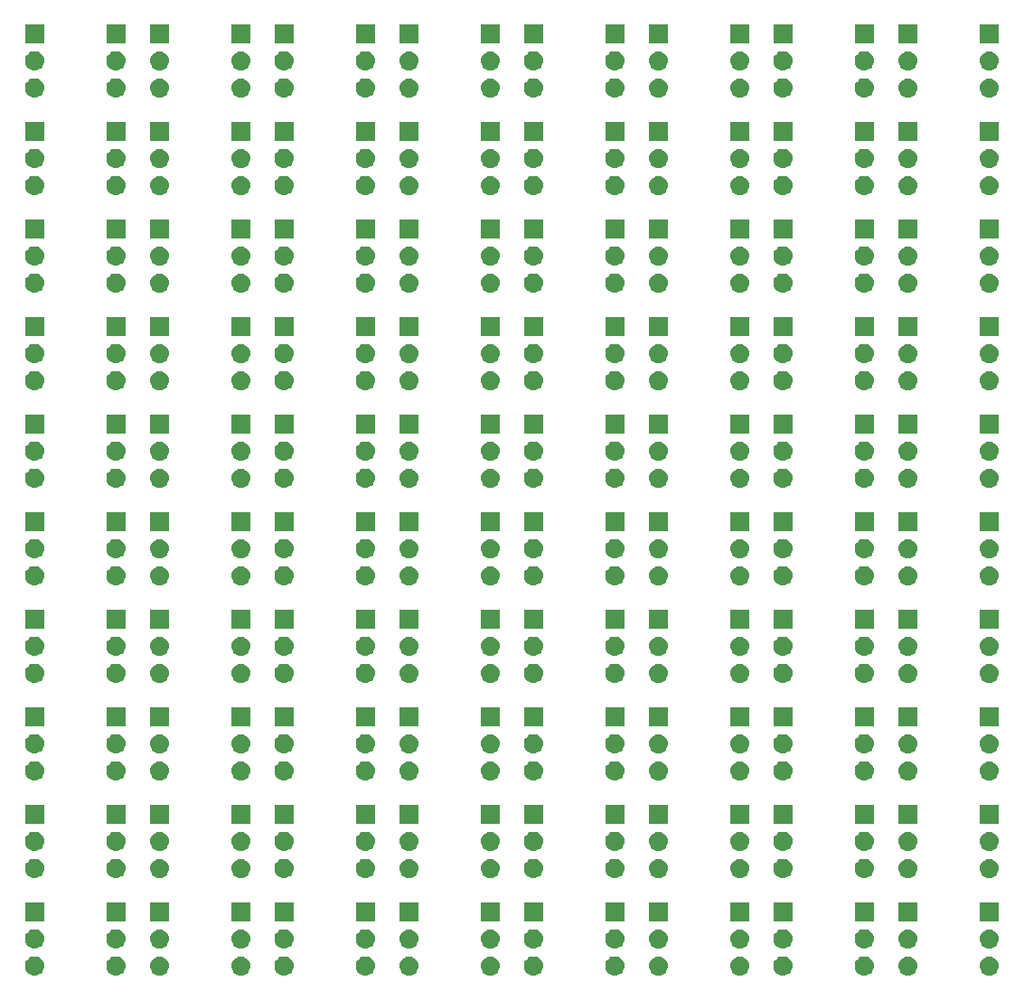
<source format=gbr>
G04 #@! TF.GenerationSoftware,KiCad,Pcbnew,(5.1.4)-1*
G04 #@! TF.CreationDate,2020-04-16T14:38:52+01:00*
G04 #@! TF.ProjectId,sot23Breakout,736f7432-3342-4726-9561-6b6f75742e6b,rev?*
G04 #@! TF.SameCoordinates,Original*
G04 #@! TF.FileFunction,Soldermask,Bot*
G04 #@! TF.FilePolarity,Negative*
%FSLAX46Y46*%
G04 Gerber Fmt 4.6, Leading zero omitted, Abs format (unit mm)*
G04 Created by KiCad (PCBNEW (5.1.4)-1) date 2020-04-16 14:38:52*
%MOMM*%
%LPD*%
G04 APERTURE LIST*
%ADD10C,0.100000*%
G04 APERTURE END LIST*
D10*
G36*
X115194442Y-133479518D02*
G01*
X115260627Y-133486037D01*
X115430466Y-133537557D01*
X115586991Y-133621222D01*
X115622729Y-133650552D01*
X115724186Y-133733814D01*
X115807448Y-133835271D01*
X115836778Y-133871009D01*
X115920443Y-134027534D01*
X115971963Y-134197373D01*
X115989359Y-134374000D01*
X115971963Y-134550627D01*
X115920443Y-134720466D01*
X115836778Y-134876991D01*
X115807448Y-134912729D01*
X115724186Y-135014186D01*
X115622729Y-135097448D01*
X115586991Y-135126778D01*
X115430466Y-135210443D01*
X115260627Y-135261963D01*
X115194443Y-135268481D01*
X115128260Y-135275000D01*
X115039740Y-135275000D01*
X114973557Y-135268481D01*
X114907373Y-135261963D01*
X114737534Y-135210443D01*
X114581009Y-135126778D01*
X114545271Y-135097448D01*
X114443814Y-135014186D01*
X114360552Y-134912729D01*
X114331222Y-134876991D01*
X114247557Y-134720466D01*
X114196037Y-134550627D01*
X114178641Y-134374000D01*
X114196037Y-134197373D01*
X114247557Y-134027534D01*
X114331222Y-133871009D01*
X114360552Y-133835271D01*
X114443814Y-133733814D01*
X114545271Y-133650552D01*
X114581009Y-133621222D01*
X114737534Y-133537557D01*
X114907373Y-133486037D01*
X114973558Y-133479518D01*
X115039740Y-133473000D01*
X115128260Y-133473000D01*
X115194442Y-133479518D01*
X115194442Y-133479518D01*
G37*
G36*
X122814442Y-133479518D02*
G01*
X122880627Y-133486037D01*
X123050466Y-133537557D01*
X123206991Y-133621222D01*
X123242729Y-133650552D01*
X123344186Y-133733814D01*
X123427448Y-133835271D01*
X123456778Y-133871009D01*
X123540443Y-134027534D01*
X123591963Y-134197373D01*
X123609359Y-134374000D01*
X123591963Y-134550627D01*
X123540443Y-134720466D01*
X123456778Y-134876991D01*
X123427448Y-134912729D01*
X123344186Y-135014186D01*
X123242729Y-135097448D01*
X123206991Y-135126778D01*
X123050466Y-135210443D01*
X122880627Y-135261963D01*
X122814443Y-135268481D01*
X122748260Y-135275000D01*
X122659740Y-135275000D01*
X122593557Y-135268481D01*
X122527373Y-135261963D01*
X122357534Y-135210443D01*
X122201009Y-135126778D01*
X122165271Y-135097448D01*
X122063814Y-135014186D01*
X121980552Y-134912729D01*
X121951222Y-134876991D01*
X121867557Y-134720466D01*
X121816037Y-134550627D01*
X121798641Y-134374000D01*
X121816037Y-134197373D01*
X121867557Y-134027534D01*
X121951222Y-133871009D01*
X121980552Y-133835271D01*
X122063814Y-133733814D01*
X122165271Y-133650552D01*
X122201009Y-133621222D01*
X122357534Y-133537557D01*
X122527373Y-133486037D01*
X122593558Y-133479518D01*
X122659740Y-133473000D01*
X122748260Y-133473000D01*
X122814442Y-133479518D01*
X122814442Y-133479518D01*
G37*
G36*
X146182442Y-133479518D02*
G01*
X146248627Y-133486037D01*
X146418466Y-133537557D01*
X146574991Y-133621222D01*
X146610729Y-133650552D01*
X146712186Y-133733814D01*
X146795448Y-133835271D01*
X146824778Y-133871009D01*
X146908443Y-134027534D01*
X146959963Y-134197373D01*
X146977359Y-134374000D01*
X146959963Y-134550627D01*
X146908443Y-134720466D01*
X146824778Y-134876991D01*
X146795448Y-134912729D01*
X146712186Y-135014186D01*
X146610729Y-135097448D01*
X146574991Y-135126778D01*
X146418466Y-135210443D01*
X146248627Y-135261963D01*
X146182443Y-135268481D01*
X146116260Y-135275000D01*
X146027740Y-135275000D01*
X145961557Y-135268481D01*
X145895373Y-135261963D01*
X145725534Y-135210443D01*
X145569009Y-135126778D01*
X145533271Y-135097448D01*
X145431814Y-135014186D01*
X145348552Y-134912729D01*
X145319222Y-134876991D01*
X145235557Y-134720466D01*
X145184037Y-134550627D01*
X145166641Y-134374000D01*
X145184037Y-134197373D01*
X145235557Y-134027534D01*
X145319222Y-133871009D01*
X145348552Y-133835271D01*
X145431814Y-133733814D01*
X145533271Y-133650552D01*
X145569009Y-133621222D01*
X145725534Y-133537557D01*
X145895373Y-133486037D01*
X145961558Y-133479518D01*
X146027740Y-133473000D01*
X146116260Y-133473000D01*
X146182442Y-133479518D01*
X146182442Y-133479518D01*
G37*
G36*
X91826442Y-133479518D02*
G01*
X91892627Y-133486037D01*
X92062466Y-133537557D01*
X92218991Y-133621222D01*
X92254729Y-133650552D01*
X92356186Y-133733814D01*
X92439448Y-133835271D01*
X92468778Y-133871009D01*
X92552443Y-134027534D01*
X92603963Y-134197373D01*
X92621359Y-134374000D01*
X92603963Y-134550627D01*
X92552443Y-134720466D01*
X92468778Y-134876991D01*
X92439448Y-134912729D01*
X92356186Y-135014186D01*
X92254729Y-135097448D01*
X92218991Y-135126778D01*
X92062466Y-135210443D01*
X91892627Y-135261963D01*
X91826443Y-135268481D01*
X91760260Y-135275000D01*
X91671740Y-135275000D01*
X91605557Y-135268481D01*
X91539373Y-135261963D01*
X91369534Y-135210443D01*
X91213009Y-135126778D01*
X91177271Y-135097448D01*
X91075814Y-135014186D01*
X90992552Y-134912729D01*
X90963222Y-134876991D01*
X90879557Y-134720466D01*
X90828037Y-134550627D01*
X90810641Y-134374000D01*
X90828037Y-134197373D01*
X90879557Y-134027534D01*
X90963222Y-133871009D01*
X90992552Y-133835271D01*
X91075814Y-133733814D01*
X91177271Y-133650552D01*
X91213009Y-133621222D01*
X91369534Y-133537557D01*
X91539373Y-133486037D01*
X91605558Y-133479518D01*
X91671740Y-133473000D01*
X91760260Y-133473000D01*
X91826442Y-133479518D01*
X91826442Y-133479518D01*
G37*
G36*
X99446442Y-133479518D02*
G01*
X99512627Y-133486037D01*
X99682466Y-133537557D01*
X99838991Y-133621222D01*
X99874729Y-133650552D01*
X99976186Y-133733814D01*
X100059448Y-133835271D01*
X100088778Y-133871009D01*
X100172443Y-134027534D01*
X100223963Y-134197373D01*
X100241359Y-134374000D01*
X100223963Y-134550627D01*
X100172443Y-134720466D01*
X100088778Y-134876991D01*
X100059448Y-134912729D01*
X99976186Y-135014186D01*
X99874729Y-135097448D01*
X99838991Y-135126778D01*
X99682466Y-135210443D01*
X99512627Y-135261963D01*
X99446443Y-135268481D01*
X99380260Y-135275000D01*
X99291740Y-135275000D01*
X99225557Y-135268481D01*
X99159373Y-135261963D01*
X98989534Y-135210443D01*
X98833009Y-135126778D01*
X98797271Y-135097448D01*
X98695814Y-135014186D01*
X98612552Y-134912729D01*
X98583222Y-134876991D01*
X98499557Y-134720466D01*
X98448037Y-134550627D01*
X98430641Y-134374000D01*
X98448037Y-134197373D01*
X98499557Y-134027534D01*
X98583222Y-133871009D01*
X98612552Y-133835271D01*
X98695814Y-133733814D01*
X98797271Y-133650552D01*
X98833009Y-133621222D01*
X98989534Y-133537557D01*
X99159373Y-133486037D01*
X99225558Y-133479518D01*
X99291740Y-133473000D01*
X99380260Y-133473000D01*
X99446442Y-133479518D01*
X99446442Y-133479518D01*
G37*
G36*
X68458442Y-133479518D02*
G01*
X68524627Y-133486037D01*
X68694466Y-133537557D01*
X68850991Y-133621222D01*
X68886729Y-133650552D01*
X68988186Y-133733814D01*
X69071448Y-133835271D01*
X69100778Y-133871009D01*
X69184443Y-134027534D01*
X69235963Y-134197373D01*
X69253359Y-134374000D01*
X69235963Y-134550627D01*
X69184443Y-134720466D01*
X69100778Y-134876991D01*
X69071448Y-134912729D01*
X68988186Y-135014186D01*
X68886729Y-135097448D01*
X68850991Y-135126778D01*
X68694466Y-135210443D01*
X68524627Y-135261963D01*
X68458443Y-135268481D01*
X68392260Y-135275000D01*
X68303740Y-135275000D01*
X68237557Y-135268481D01*
X68171373Y-135261963D01*
X68001534Y-135210443D01*
X67845009Y-135126778D01*
X67809271Y-135097448D01*
X67707814Y-135014186D01*
X67624552Y-134912729D01*
X67595222Y-134876991D01*
X67511557Y-134720466D01*
X67460037Y-134550627D01*
X67442641Y-134374000D01*
X67460037Y-134197373D01*
X67511557Y-134027534D01*
X67595222Y-133871009D01*
X67624552Y-133835271D01*
X67707814Y-133733814D01*
X67809271Y-133650552D01*
X67845009Y-133621222D01*
X68001534Y-133537557D01*
X68171373Y-133486037D01*
X68237558Y-133479518D01*
X68303740Y-133473000D01*
X68392260Y-133473000D01*
X68458442Y-133479518D01*
X68458442Y-133479518D01*
G37*
G36*
X76078442Y-133479518D02*
G01*
X76144627Y-133486037D01*
X76314466Y-133537557D01*
X76470991Y-133621222D01*
X76506729Y-133650552D01*
X76608186Y-133733814D01*
X76691448Y-133835271D01*
X76720778Y-133871009D01*
X76804443Y-134027534D01*
X76855963Y-134197373D01*
X76873359Y-134374000D01*
X76855963Y-134550627D01*
X76804443Y-134720466D01*
X76720778Y-134876991D01*
X76691448Y-134912729D01*
X76608186Y-135014186D01*
X76506729Y-135097448D01*
X76470991Y-135126778D01*
X76314466Y-135210443D01*
X76144627Y-135261963D01*
X76078443Y-135268481D01*
X76012260Y-135275000D01*
X75923740Y-135275000D01*
X75857557Y-135268481D01*
X75791373Y-135261963D01*
X75621534Y-135210443D01*
X75465009Y-135126778D01*
X75429271Y-135097448D01*
X75327814Y-135014186D01*
X75244552Y-134912729D01*
X75215222Y-134876991D01*
X75131557Y-134720466D01*
X75080037Y-134550627D01*
X75062641Y-134374000D01*
X75080037Y-134197373D01*
X75131557Y-134027534D01*
X75215222Y-133871009D01*
X75244552Y-133835271D01*
X75327814Y-133733814D01*
X75429271Y-133650552D01*
X75465009Y-133621222D01*
X75621534Y-133537557D01*
X75791373Y-133486037D01*
X75857558Y-133479518D01*
X75923740Y-133473000D01*
X76012260Y-133473000D01*
X76078442Y-133479518D01*
X76078442Y-133479518D01*
G37*
G36*
X138562442Y-133479518D02*
G01*
X138628627Y-133486037D01*
X138798466Y-133537557D01*
X138954991Y-133621222D01*
X138990729Y-133650552D01*
X139092186Y-133733814D01*
X139175448Y-133835271D01*
X139204778Y-133871009D01*
X139288443Y-134027534D01*
X139339963Y-134197373D01*
X139357359Y-134374000D01*
X139339963Y-134550627D01*
X139288443Y-134720466D01*
X139204778Y-134876991D01*
X139175448Y-134912729D01*
X139092186Y-135014186D01*
X138990729Y-135097448D01*
X138954991Y-135126778D01*
X138798466Y-135210443D01*
X138628627Y-135261963D01*
X138562443Y-135268481D01*
X138496260Y-135275000D01*
X138407740Y-135275000D01*
X138341557Y-135268481D01*
X138275373Y-135261963D01*
X138105534Y-135210443D01*
X137949009Y-135126778D01*
X137913271Y-135097448D01*
X137811814Y-135014186D01*
X137728552Y-134912729D01*
X137699222Y-134876991D01*
X137615557Y-134720466D01*
X137564037Y-134550627D01*
X137546641Y-134374000D01*
X137564037Y-134197373D01*
X137615557Y-134027534D01*
X137699222Y-133871009D01*
X137728552Y-133835271D01*
X137811814Y-133733814D01*
X137913271Y-133650552D01*
X137949009Y-133621222D01*
X138105534Y-133537557D01*
X138275373Y-133486037D01*
X138341558Y-133479518D01*
X138407740Y-133473000D01*
X138496260Y-133473000D01*
X138562442Y-133479518D01*
X138562442Y-133479518D01*
G37*
G36*
X111108442Y-133471518D02*
G01*
X111174627Y-133478037D01*
X111344466Y-133529557D01*
X111500991Y-133613222D01*
X111536729Y-133642552D01*
X111638186Y-133725814D01*
X111721448Y-133827271D01*
X111750778Y-133863009D01*
X111834443Y-134019534D01*
X111885963Y-134189373D01*
X111903359Y-134366000D01*
X111885963Y-134542627D01*
X111834443Y-134712466D01*
X111750778Y-134868991D01*
X111721448Y-134904729D01*
X111638186Y-135006186D01*
X111536729Y-135089448D01*
X111500991Y-135118778D01*
X111344466Y-135202443D01*
X111174627Y-135253963D01*
X111108443Y-135260481D01*
X111042260Y-135267000D01*
X110953740Y-135267000D01*
X110887557Y-135260481D01*
X110821373Y-135253963D01*
X110651534Y-135202443D01*
X110495009Y-135118778D01*
X110459271Y-135089448D01*
X110357814Y-135006186D01*
X110274552Y-134904729D01*
X110245222Y-134868991D01*
X110161557Y-134712466D01*
X110110037Y-134542627D01*
X110092641Y-134366000D01*
X110110037Y-134189373D01*
X110161557Y-134019534D01*
X110245222Y-133863009D01*
X110274552Y-133827271D01*
X110357814Y-133725814D01*
X110459271Y-133642552D01*
X110495009Y-133613222D01*
X110651534Y-133529557D01*
X110821373Y-133478037D01*
X110887558Y-133471518D01*
X110953740Y-133465000D01*
X111042260Y-133465000D01*
X111108442Y-133471518D01*
X111108442Y-133471518D01*
G37*
G36*
X103488442Y-133471518D02*
G01*
X103554627Y-133478037D01*
X103724466Y-133529557D01*
X103880991Y-133613222D01*
X103916729Y-133642552D01*
X104018186Y-133725814D01*
X104101448Y-133827271D01*
X104130778Y-133863009D01*
X104214443Y-134019534D01*
X104265963Y-134189373D01*
X104283359Y-134366000D01*
X104265963Y-134542627D01*
X104214443Y-134712466D01*
X104130778Y-134868991D01*
X104101448Y-134904729D01*
X104018186Y-135006186D01*
X103916729Y-135089448D01*
X103880991Y-135118778D01*
X103724466Y-135202443D01*
X103554627Y-135253963D01*
X103488443Y-135260481D01*
X103422260Y-135267000D01*
X103333740Y-135267000D01*
X103267557Y-135260481D01*
X103201373Y-135253963D01*
X103031534Y-135202443D01*
X102875009Y-135118778D01*
X102839271Y-135089448D01*
X102737814Y-135006186D01*
X102654552Y-134904729D01*
X102625222Y-134868991D01*
X102541557Y-134712466D01*
X102490037Y-134542627D01*
X102472641Y-134366000D01*
X102490037Y-134189373D01*
X102541557Y-134019534D01*
X102625222Y-133863009D01*
X102654552Y-133827271D01*
X102737814Y-133725814D01*
X102839271Y-133642552D01*
X102875009Y-133613222D01*
X103031534Y-133529557D01*
X103201373Y-133478037D01*
X103267558Y-133471518D01*
X103333740Y-133465000D01*
X103422260Y-133465000D01*
X103488442Y-133471518D01*
X103488442Y-133471518D01*
G37*
G36*
X126856442Y-133471518D02*
G01*
X126922627Y-133478037D01*
X127092466Y-133529557D01*
X127248991Y-133613222D01*
X127284729Y-133642552D01*
X127386186Y-133725814D01*
X127469448Y-133827271D01*
X127498778Y-133863009D01*
X127582443Y-134019534D01*
X127633963Y-134189373D01*
X127651359Y-134366000D01*
X127633963Y-134542627D01*
X127582443Y-134712466D01*
X127498778Y-134868991D01*
X127469448Y-134904729D01*
X127386186Y-135006186D01*
X127284729Y-135089448D01*
X127248991Y-135118778D01*
X127092466Y-135202443D01*
X126922627Y-135253963D01*
X126856443Y-135260481D01*
X126790260Y-135267000D01*
X126701740Y-135267000D01*
X126635557Y-135260481D01*
X126569373Y-135253963D01*
X126399534Y-135202443D01*
X126243009Y-135118778D01*
X126207271Y-135089448D01*
X126105814Y-135006186D01*
X126022552Y-134904729D01*
X125993222Y-134868991D01*
X125909557Y-134712466D01*
X125858037Y-134542627D01*
X125840641Y-134366000D01*
X125858037Y-134189373D01*
X125909557Y-134019534D01*
X125993222Y-133863009D01*
X126022552Y-133827271D01*
X126105814Y-133725814D01*
X126207271Y-133642552D01*
X126243009Y-133613222D01*
X126399534Y-133529557D01*
X126569373Y-133478037D01*
X126635558Y-133471518D01*
X126701740Y-133465000D01*
X126790260Y-133465000D01*
X126856442Y-133471518D01*
X126856442Y-133471518D01*
G37*
G36*
X64372442Y-133471518D02*
G01*
X64438627Y-133478037D01*
X64608466Y-133529557D01*
X64764991Y-133613222D01*
X64800729Y-133642552D01*
X64902186Y-133725814D01*
X64985448Y-133827271D01*
X65014778Y-133863009D01*
X65098443Y-134019534D01*
X65149963Y-134189373D01*
X65167359Y-134366000D01*
X65149963Y-134542627D01*
X65098443Y-134712466D01*
X65014778Y-134868991D01*
X64985448Y-134904729D01*
X64902186Y-135006186D01*
X64800729Y-135089448D01*
X64764991Y-135118778D01*
X64608466Y-135202443D01*
X64438627Y-135253963D01*
X64372443Y-135260481D01*
X64306260Y-135267000D01*
X64217740Y-135267000D01*
X64151557Y-135260481D01*
X64085373Y-135253963D01*
X63915534Y-135202443D01*
X63759009Y-135118778D01*
X63723271Y-135089448D01*
X63621814Y-135006186D01*
X63538552Y-134904729D01*
X63509222Y-134868991D01*
X63425557Y-134712466D01*
X63374037Y-134542627D01*
X63356641Y-134366000D01*
X63374037Y-134189373D01*
X63425557Y-134019534D01*
X63509222Y-133863009D01*
X63538552Y-133827271D01*
X63621814Y-133725814D01*
X63723271Y-133642552D01*
X63759009Y-133613222D01*
X63915534Y-133529557D01*
X64085373Y-133478037D01*
X64151558Y-133471518D01*
X64217740Y-133465000D01*
X64306260Y-133465000D01*
X64372442Y-133471518D01*
X64372442Y-133471518D01*
G37*
G36*
X134476442Y-133471518D02*
G01*
X134542627Y-133478037D01*
X134712466Y-133529557D01*
X134868991Y-133613222D01*
X134904729Y-133642552D01*
X135006186Y-133725814D01*
X135089448Y-133827271D01*
X135118778Y-133863009D01*
X135202443Y-134019534D01*
X135253963Y-134189373D01*
X135271359Y-134366000D01*
X135253963Y-134542627D01*
X135202443Y-134712466D01*
X135118778Y-134868991D01*
X135089448Y-134904729D01*
X135006186Y-135006186D01*
X134904729Y-135089448D01*
X134868991Y-135118778D01*
X134712466Y-135202443D01*
X134542627Y-135253963D01*
X134476443Y-135260481D01*
X134410260Y-135267000D01*
X134321740Y-135267000D01*
X134255557Y-135260481D01*
X134189373Y-135253963D01*
X134019534Y-135202443D01*
X133863009Y-135118778D01*
X133827271Y-135089448D01*
X133725814Y-135006186D01*
X133642552Y-134904729D01*
X133613222Y-134868991D01*
X133529557Y-134712466D01*
X133478037Y-134542627D01*
X133460641Y-134366000D01*
X133478037Y-134189373D01*
X133529557Y-134019534D01*
X133613222Y-133863009D01*
X133642552Y-133827271D01*
X133725814Y-133725814D01*
X133827271Y-133642552D01*
X133863009Y-133613222D01*
X134019534Y-133529557D01*
X134189373Y-133478037D01*
X134255558Y-133471518D01*
X134321740Y-133465000D01*
X134410260Y-133465000D01*
X134476442Y-133471518D01*
X134476442Y-133471518D01*
G37*
G36*
X80120442Y-133471518D02*
G01*
X80186627Y-133478037D01*
X80356466Y-133529557D01*
X80512991Y-133613222D01*
X80548729Y-133642552D01*
X80650186Y-133725814D01*
X80733448Y-133827271D01*
X80762778Y-133863009D01*
X80846443Y-134019534D01*
X80897963Y-134189373D01*
X80915359Y-134366000D01*
X80897963Y-134542627D01*
X80846443Y-134712466D01*
X80762778Y-134868991D01*
X80733448Y-134904729D01*
X80650186Y-135006186D01*
X80548729Y-135089448D01*
X80512991Y-135118778D01*
X80356466Y-135202443D01*
X80186627Y-135253963D01*
X80120443Y-135260481D01*
X80054260Y-135267000D01*
X79965740Y-135267000D01*
X79899557Y-135260481D01*
X79833373Y-135253963D01*
X79663534Y-135202443D01*
X79507009Y-135118778D01*
X79471271Y-135089448D01*
X79369814Y-135006186D01*
X79286552Y-134904729D01*
X79257222Y-134868991D01*
X79173557Y-134712466D01*
X79122037Y-134542627D01*
X79104641Y-134366000D01*
X79122037Y-134189373D01*
X79173557Y-134019534D01*
X79257222Y-133863009D01*
X79286552Y-133827271D01*
X79369814Y-133725814D01*
X79471271Y-133642552D01*
X79507009Y-133613222D01*
X79663534Y-133529557D01*
X79833373Y-133478037D01*
X79899558Y-133471518D01*
X79965740Y-133465000D01*
X80054260Y-133465000D01*
X80120442Y-133471518D01*
X80120442Y-133471518D01*
G37*
G36*
X87740442Y-133471518D02*
G01*
X87806627Y-133478037D01*
X87976466Y-133529557D01*
X88132991Y-133613222D01*
X88168729Y-133642552D01*
X88270186Y-133725814D01*
X88353448Y-133827271D01*
X88382778Y-133863009D01*
X88466443Y-134019534D01*
X88517963Y-134189373D01*
X88535359Y-134366000D01*
X88517963Y-134542627D01*
X88466443Y-134712466D01*
X88382778Y-134868991D01*
X88353448Y-134904729D01*
X88270186Y-135006186D01*
X88168729Y-135089448D01*
X88132991Y-135118778D01*
X87976466Y-135202443D01*
X87806627Y-135253963D01*
X87740443Y-135260481D01*
X87674260Y-135267000D01*
X87585740Y-135267000D01*
X87519557Y-135260481D01*
X87453373Y-135253963D01*
X87283534Y-135202443D01*
X87127009Y-135118778D01*
X87091271Y-135089448D01*
X86989814Y-135006186D01*
X86906552Y-134904729D01*
X86877222Y-134868991D01*
X86793557Y-134712466D01*
X86742037Y-134542627D01*
X86724641Y-134366000D01*
X86742037Y-134189373D01*
X86793557Y-134019534D01*
X86877222Y-133863009D01*
X86906552Y-133827271D01*
X86989814Y-133725814D01*
X87091271Y-133642552D01*
X87127009Y-133613222D01*
X87283534Y-133529557D01*
X87453373Y-133478037D01*
X87519558Y-133471518D01*
X87585740Y-133465000D01*
X87674260Y-133465000D01*
X87740442Y-133471518D01*
X87740442Y-133471518D01*
G37*
G36*
X56752442Y-133471518D02*
G01*
X56818627Y-133478037D01*
X56988466Y-133529557D01*
X57144991Y-133613222D01*
X57180729Y-133642552D01*
X57282186Y-133725814D01*
X57365448Y-133827271D01*
X57394778Y-133863009D01*
X57478443Y-134019534D01*
X57529963Y-134189373D01*
X57547359Y-134366000D01*
X57529963Y-134542627D01*
X57478443Y-134712466D01*
X57394778Y-134868991D01*
X57365448Y-134904729D01*
X57282186Y-135006186D01*
X57180729Y-135089448D01*
X57144991Y-135118778D01*
X56988466Y-135202443D01*
X56818627Y-135253963D01*
X56752443Y-135260481D01*
X56686260Y-135267000D01*
X56597740Y-135267000D01*
X56531557Y-135260481D01*
X56465373Y-135253963D01*
X56295534Y-135202443D01*
X56139009Y-135118778D01*
X56103271Y-135089448D01*
X56001814Y-135006186D01*
X55918552Y-134904729D01*
X55889222Y-134868991D01*
X55805557Y-134712466D01*
X55754037Y-134542627D01*
X55736641Y-134366000D01*
X55754037Y-134189373D01*
X55805557Y-134019534D01*
X55889222Y-133863009D01*
X55918552Y-133827271D01*
X56001814Y-133725814D01*
X56103271Y-133642552D01*
X56139009Y-133613222D01*
X56295534Y-133529557D01*
X56465373Y-133478037D01*
X56531558Y-133471518D01*
X56597740Y-133465000D01*
X56686260Y-133465000D01*
X56752442Y-133471518D01*
X56752442Y-133471518D01*
G37*
G36*
X146182443Y-130939519D02*
G01*
X146248627Y-130946037D01*
X146418466Y-130997557D01*
X146574991Y-131081222D01*
X146610729Y-131110552D01*
X146712186Y-131193814D01*
X146795448Y-131295271D01*
X146824778Y-131331009D01*
X146908443Y-131487534D01*
X146959963Y-131657373D01*
X146977359Y-131834000D01*
X146959963Y-132010627D01*
X146908443Y-132180466D01*
X146824778Y-132336991D01*
X146795448Y-132372729D01*
X146712186Y-132474186D01*
X146610729Y-132557448D01*
X146574991Y-132586778D01*
X146418466Y-132670443D01*
X146248627Y-132721963D01*
X146182443Y-132728481D01*
X146116260Y-132735000D01*
X146027740Y-132735000D01*
X145961557Y-132728481D01*
X145895373Y-132721963D01*
X145725534Y-132670443D01*
X145569009Y-132586778D01*
X145533271Y-132557448D01*
X145431814Y-132474186D01*
X145348552Y-132372729D01*
X145319222Y-132336991D01*
X145235557Y-132180466D01*
X145184037Y-132010627D01*
X145166641Y-131834000D01*
X145184037Y-131657373D01*
X145235557Y-131487534D01*
X145319222Y-131331009D01*
X145348552Y-131295271D01*
X145431814Y-131193814D01*
X145533271Y-131110552D01*
X145569009Y-131081222D01*
X145725534Y-130997557D01*
X145895373Y-130946037D01*
X145961557Y-130939519D01*
X146027740Y-130933000D01*
X146116260Y-130933000D01*
X146182443Y-130939519D01*
X146182443Y-130939519D01*
G37*
G36*
X99446443Y-130939519D02*
G01*
X99512627Y-130946037D01*
X99682466Y-130997557D01*
X99838991Y-131081222D01*
X99874729Y-131110552D01*
X99976186Y-131193814D01*
X100059448Y-131295271D01*
X100088778Y-131331009D01*
X100172443Y-131487534D01*
X100223963Y-131657373D01*
X100241359Y-131834000D01*
X100223963Y-132010627D01*
X100172443Y-132180466D01*
X100088778Y-132336991D01*
X100059448Y-132372729D01*
X99976186Y-132474186D01*
X99874729Y-132557448D01*
X99838991Y-132586778D01*
X99682466Y-132670443D01*
X99512627Y-132721963D01*
X99446443Y-132728481D01*
X99380260Y-132735000D01*
X99291740Y-132735000D01*
X99225557Y-132728481D01*
X99159373Y-132721963D01*
X98989534Y-132670443D01*
X98833009Y-132586778D01*
X98797271Y-132557448D01*
X98695814Y-132474186D01*
X98612552Y-132372729D01*
X98583222Y-132336991D01*
X98499557Y-132180466D01*
X98448037Y-132010627D01*
X98430641Y-131834000D01*
X98448037Y-131657373D01*
X98499557Y-131487534D01*
X98583222Y-131331009D01*
X98612552Y-131295271D01*
X98695814Y-131193814D01*
X98797271Y-131110552D01*
X98833009Y-131081222D01*
X98989534Y-130997557D01*
X99159373Y-130946037D01*
X99225557Y-130939519D01*
X99291740Y-130933000D01*
X99380260Y-130933000D01*
X99446443Y-130939519D01*
X99446443Y-130939519D01*
G37*
G36*
X138562443Y-130939519D02*
G01*
X138628627Y-130946037D01*
X138798466Y-130997557D01*
X138954991Y-131081222D01*
X138990729Y-131110552D01*
X139092186Y-131193814D01*
X139175448Y-131295271D01*
X139204778Y-131331009D01*
X139288443Y-131487534D01*
X139339963Y-131657373D01*
X139357359Y-131834000D01*
X139339963Y-132010627D01*
X139288443Y-132180466D01*
X139204778Y-132336991D01*
X139175448Y-132372729D01*
X139092186Y-132474186D01*
X138990729Y-132557448D01*
X138954991Y-132586778D01*
X138798466Y-132670443D01*
X138628627Y-132721963D01*
X138562443Y-132728481D01*
X138496260Y-132735000D01*
X138407740Y-132735000D01*
X138341557Y-132728481D01*
X138275373Y-132721963D01*
X138105534Y-132670443D01*
X137949009Y-132586778D01*
X137913271Y-132557448D01*
X137811814Y-132474186D01*
X137728552Y-132372729D01*
X137699222Y-132336991D01*
X137615557Y-132180466D01*
X137564037Y-132010627D01*
X137546641Y-131834000D01*
X137564037Y-131657373D01*
X137615557Y-131487534D01*
X137699222Y-131331009D01*
X137728552Y-131295271D01*
X137811814Y-131193814D01*
X137913271Y-131110552D01*
X137949009Y-131081222D01*
X138105534Y-130997557D01*
X138275373Y-130946037D01*
X138341557Y-130939519D01*
X138407740Y-130933000D01*
X138496260Y-130933000D01*
X138562443Y-130939519D01*
X138562443Y-130939519D01*
G37*
G36*
X122814443Y-130939519D02*
G01*
X122880627Y-130946037D01*
X123050466Y-130997557D01*
X123206991Y-131081222D01*
X123242729Y-131110552D01*
X123344186Y-131193814D01*
X123427448Y-131295271D01*
X123456778Y-131331009D01*
X123540443Y-131487534D01*
X123591963Y-131657373D01*
X123609359Y-131834000D01*
X123591963Y-132010627D01*
X123540443Y-132180466D01*
X123456778Y-132336991D01*
X123427448Y-132372729D01*
X123344186Y-132474186D01*
X123242729Y-132557448D01*
X123206991Y-132586778D01*
X123050466Y-132670443D01*
X122880627Y-132721963D01*
X122814443Y-132728481D01*
X122748260Y-132735000D01*
X122659740Y-132735000D01*
X122593557Y-132728481D01*
X122527373Y-132721963D01*
X122357534Y-132670443D01*
X122201009Y-132586778D01*
X122165271Y-132557448D01*
X122063814Y-132474186D01*
X121980552Y-132372729D01*
X121951222Y-132336991D01*
X121867557Y-132180466D01*
X121816037Y-132010627D01*
X121798641Y-131834000D01*
X121816037Y-131657373D01*
X121867557Y-131487534D01*
X121951222Y-131331009D01*
X121980552Y-131295271D01*
X122063814Y-131193814D01*
X122165271Y-131110552D01*
X122201009Y-131081222D01*
X122357534Y-130997557D01*
X122527373Y-130946037D01*
X122593557Y-130939519D01*
X122659740Y-130933000D01*
X122748260Y-130933000D01*
X122814443Y-130939519D01*
X122814443Y-130939519D01*
G37*
G36*
X115194443Y-130939519D02*
G01*
X115260627Y-130946037D01*
X115430466Y-130997557D01*
X115586991Y-131081222D01*
X115622729Y-131110552D01*
X115724186Y-131193814D01*
X115807448Y-131295271D01*
X115836778Y-131331009D01*
X115920443Y-131487534D01*
X115971963Y-131657373D01*
X115989359Y-131834000D01*
X115971963Y-132010627D01*
X115920443Y-132180466D01*
X115836778Y-132336991D01*
X115807448Y-132372729D01*
X115724186Y-132474186D01*
X115622729Y-132557448D01*
X115586991Y-132586778D01*
X115430466Y-132670443D01*
X115260627Y-132721963D01*
X115194443Y-132728481D01*
X115128260Y-132735000D01*
X115039740Y-132735000D01*
X114973557Y-132728481D01*
X114907373Y-132721963D01*
X114737534Y-132670443D01*
X114581009Y-132586778D01*
X114545271Y-132557448D01*
X114443814Y-132474186D01*
X114360552Y-132372729D01*
X114331222Y-132336991D01*
X114247557Y-132180466D01*
X114196037Y-132010627D01*
X114178641Y-131834000D01*
X114196037Y-131657373D01*
X114247557Y-131487534D01*
X114331222Y-131331009D01*
X114360552Y-131295271D01*
X114443814Y-131193814D01*
X114545271Y-131110552D01*
X114581009Y-131081222D01*
X114737534Y-130997557D01*
X114907373Y-130946037D01*
X114973557Y-130939519D01*
X115039740Y-130933000D01*
X115128260Y-130933000D01*
X115194443Y-130939519D01*
X115194443Y-130939519D01*
G37*
G36*
X91826443Y-130939519D02*
G01*
X91892627Y-130946037D01*
X92062466Y-130997557D01*
X92218991Y-131081222D01*
X92254729Y-131110552D01*
X92356186Y-131193814D01*
X92439448Y-131295271D01*
X92468778Y-131331009D01*
X92552443Y-131487534D01*
X92603963Y-131657373D01*
X92621359Y-131834000D01*
X92603963Y-132010627D01*
X92552443Y-132180466D01*
X92468778Y-132336991D01*
X92439448Y-132372729D01*
X92356186Y-132474186D01*
X92254729Y-132557448D01*
X92218991Y-132586778D01*
X92062466Y-132670443D01*
X91892627Y-132721963D01*
X91826443Y-132728481D01*
X91760260Y-132735000D01*
X91671740Y-132735000D01*
X91605557Y-132728481D01*
X91539373Y-132721963D01*
X91369534Y-132670443D01*
X91213009Y-132586778D01*
X91177271Y-132557448D01*
X91075814Y-132474186D01*
X90992552Y-132372729D01*
X90963222Y-132336991D01*
X90879557Y-132180466D01*
X90828037Y-132010627D01*
X90810641Y-131834000D01*
X90828037Y-131657373D01*
X90879557Y-131487534D01*
X90963222Y-131331009D01*
X90992552Y-131295271D01*
X91075814Y-131193814D01*
X91177271Y-131110552D01*
X91213009Y-131081222D01*
X91369534Y-130997557D01*
X91539373Y-130946037D01*
X91605557Y-130939519D01*
X91671740Y-130933000D01*
X91760260Y-130933000D01*
X91826443Y-130939519D01*
X91826443Y-130939519D01*
G37*
G36*
X76078443Y-130939519D02*
G01*
X76144627Y-130946037D01*
X76314466Y-130997557D01*
X76470991Y-131081222D01*
X76506729Y-131110552D01*
X76608186Y-131193814D01*
X76691448Y-131295271D01*
X76720778Y-131331009D01*
X76804443Y-131487534D01*
X76855963Y-131657373D01*
X76873359Y-131834000D01*
X76855963Y-132010627D01*
X76804443Y-132180466D01*
X76720778Y-132336991D01*
X76691448Y-132372729D01*
X76608186Y-132474186D01*
X76506729Y-132557448D01*
X76470991Y-132586778D01*
X76314466Y-132670443D01*
X76144627Y-132721963D01*
X76078443Y-132728481D01*
X76012260Y-132735000D01*
X75923740Y-132735000D01*
X75857557Y-132728481D01*
X75791373Y-132721963D01*
X75621534Y-132670443D01*
X75465009Y-132586778D01*
X75429271Y-132557448D01*
X75327814Y-132474186D01*
X75244552Y-132372729D01*
X75215222Y-132336991D01*
X75131557Y-132180466D01*
X75080037Y-132010627D01*
X75062641Y-131834000D01*
X75080037Y-131657373D01*
X75131557Y-131487534D01*
X75215222Y-131331009D01*
X75244552Y-131295271D01*
X75327814Y-131193814D01*
X75429271Y-131110552D01*
X75465009Y-131081222D01*
X75621534Y-130997557D01*
X75791373Y-130946037D01*
X75857557Y-130939519D01*
X75923740Y-130933000D01*
X76012260Y-130933000D01*
X76078443Y-130939519D01*
X76078443Y-130939519D01*
G37*
G36*
X68458443Y-130939519D02*
G01*
X68524627Y-130946037D01*
X68694466Y-130997557D01*
X68850991Y-131081222D01*
X68886729Y-131110552D01*
X68988186Y-131193814D01*
X69071448Y-131295271D01*
X69100778Y-131331009D01*
X69184443Y-131487534D01*
X69235963Y-131657373D01*
X69253359Y-131834000D01*
X69235963Y-132010627D01*
X69184443Y-132180466D01*
X69100778Y-132336991D01*
X69071448Y-132372729D01*
X68988186Y-132474186D01*
X68886729Y-132557448D01*
X68850991Y-132586778D01*
X68694466Y-132670443D01*
X68524627Y-132721963D01*
X68458443Y-132728481D01*
X68392260Y-132735000D01*
X68303740Y-132735000D01*
X68237557Y-132728481D01*
X68171373Y-132721963D01*
X68001534Y-132670443D01*
X67845009Y-132586778D01*
X67809271Y-132557448D01*
X67707814Y-132474186D01*
X67624552Y-132372729D01*
X67595222Y-132336991D01*
X67511557Y-132180466D01*
X67460037Y-132010627D01*
X67442641Y-131834000D01*
X67460037Y-131657373D01*
X67511557Y-131487534D01*
X67595222Y-131331009D01*
X67624552Y-131295271D01*
X67707814Y-131193814D01*
X67809271Y-131110552D01*
X67845009Y-131081222D01*
X68001534Y-130997557D01*
X68171373Y-130946037D01*
X68237557Y-130939519D01*
X68303740Y-130933000D01*
X68392260Y-130933000D01*
X68458443Y-130939519D01*
X68458443Y-130939519D01*
G37*
G36*
X56752443Y-130931519D02*
G01*
X56818627Y-130938037D01*
X56988466Y-130989557D01*
X57144991Y-131073222D01*
X57180729Y-131102552D01*
X57282186Y-131185814D01*
X57365448Y-131287271D01*
X57394778Y-131323009D01*
X57478443Y-131479534D01*
X57529963Y-131649373D01*
X57547359Y-131826000D01*
X57529963Y-132002627D01*
X57478443Y-132172466D01*
X57394778Y-132328991D01*
X57365448Y-132364729D01*
X57282186Y-132466186D01*
X57180729Y-132549448D01*
X57144991Y-132578778D01*
X56988466Y-132662443D01*
X56818627Y-132713963D01*
X56752443Y-132720481D01*
X56686260Y-132727000D01*
X56597740Y-132727000D01*
X56531557Y-132720481D01*
X56465373Y-132713963D01*
X56295534Y-132662443D01*
X56139009Y-132578778D01*
X56103271Y-132549448D01*
X56001814Y-132466186D01*
X55918552Y-132364729D01*
X55889222Y-132328991D01*
X55805557Y-132172466D01*
X55754037Y-132002627D01*
X55736641Y-131826000D01*
X55754037Y-131649373D01*
X55805557Y-131479534D01*
X55889222Y-131323009D01*
X55918552Y-131287271D01*
X56001814Y-131185814D01*
X56103271Y-131102552D01*
X56139009Y-131073222D01*
X56295534Y-130989557D01*
X56465373Y-130938037D01*
X56531557Y-130931519D01*
X56597740Y-130925000D01*
X56686260Y-130925000D01*
X56752443Y-130931519D01*
X56752443Y-130931519D01*
G37*
G36*
X64372443Y-130931519D02*
G01*
X64438627Y-130938037D01*
X64608466Y-130989557D01*
X64764991Y-131073222D01*
X64800729Y-131102552D01*
X64902186Y-131185814D01*
X64985448Y-131287271D01*
X65014778Y-131323009D01*
X65098443Y-131479534D01*
X65149963Y-131649373D01*
X65167359Y-131826000D01*
X65149963Y-132002627D01*
X65098443Y-132172466D01*
X65014778Y-132328991D01*
X64985448Y-132364729D01*
X64902186Y-132466186D01*
X64800729Y-132549448D01*
X64764991Y-132578778D01*
X64608466Y-132662443D01*
X64438627Y-132713963D01*
X64372443Y-132720481D01*
X64306260Y-132727000D01*
X64217740Y-132727000D01*
X64151557Y-132720481D01*
X64085373Y-132713963D01*
X63915534Y-132662443D01*
X63759009Y-132578778D01*
X63723271Y-132549448D01*
X63621814Y-132466186D01*
X63538552Y-132364729D01*
X63509222Y-132328991D01*
X63425557Y-132172466D01*
X63374037Y-132002627D01*
X63356641Y-131826000D01*
X63374037Y-131649373D01*
X63425557Y-131479534D01*
X63509222Y-131323009D01*
X63538552Y-131287271D01*
X63621814Y-131185814D01*
X63723271Y-131102552D01*
X63759009Y-131073222D01*
X63915534Y-130989557D01*
X64085373Y-130938037D01*
X64151557Y-130931519D01*
X64217740Y-130925000D01*
X64306260Y-130925000D01*
X64372443Y-130931519D01*
X64372443Y-130931519D01*
G37*
G36*
X87740443Y-130931519D02*
G01*
X87806627Y-130938037D01*
X87976466Y-130989557D01*
X88132991Y-131073222D01*
X88168729Y-131102552D01*
X88270186Y-131185814D01*
X88353448Y-131287271D01*
X88382778Y-131323009D01*
X88466443Y-131479534D01*
X88517963Y-131649373D01*
X88535359Y-131826000D01*
X88517963Y-132002627D01*
X88466443Y-132172466D01*
X88382778Y-132328991D01*
X88353448Y-132364729D01*
X88270186Y-132466186D01*
X88168729Y-132549448D01*
X88132991Y-132578778D01*
X87976466Y-132662443D01*
X87806627Y-132713963D01*
X87740443Y-132720481D01*
X87674260Y-132727000D01*
X87585740Y-132727000D01*
X87519557Y-132720481D01*
X87453373Y-132713963D01*
X87283534Y-132662443D01*
X87127009Y-132578778D01*
X87091271Y-132549448D01*
X86989814Y-132466186D01*
X86906552Y-132364729D01*
X86877222Y-132328991D01*
X86793557Y-132172466D01*
X86742037Y-132002627D01*
X86724641Y-131826000D01*
X86742037Y-131649373D01*
X86793557Y-131479534D01*
X86877222Y-131323009D01*
X86906552Y-131287271D01*
X86989814Y-131185814D01*
X87091271Y-131102552D01*
X87127009Y-131073222D01*
X87283534Y-130989557D01*
X87453373Y-130938037D01*
X87519557Y-130931519D01*
X87585740Y-130925000D01*
X87674260Y-130925000D01*
X87740443Y-130931519D01*
X87740443Y-130931519D01*
G37*
G36*
X80120443Y-130931519D02*
G01*
X80186627Y-130938037D01*
X80356466Y-130989557D01*
X80512991Y-131073222D01*
X80548729Y-131102552D01*
X80650186Y-131185814D01*
X80733448Y-131287271D01*
X80762778Y-131323009D01*
X80846443Y-131479534D01*
X80897963Y-131649373D01*
X80915359Y-131826000D01*
X80897963Y-132002627D01*
X80846443Y-132172466D01*
X80762778Y-132328991D01*
X80733448Y-132364729D01*
X80650186Y-132466186D01*
X80548729Y-132549448D01*
X80512991Y-132578778D01*
X80356466Y-132662443D01*
X80186627Y-132713963D01*
X80120443Y-132720481D01*
X80054260Y-132727000D01*
X79965740Y-132727000D01*
X79899557Y-132720481D01*
X79833373Y-132713963D01*
X79663534Y-132662443D01*
X79507009Y-132578778D01*
X79471271Y-132549448D01*
X79369814Y-132466186D01*
X79286552Y-132364729D01*
X79257222Y-132328991D01*
X79173557Y-132172466D01*
X79122037Y-132002627D01*
X79104641Y-131826000D01*
X79122037Y-131649373D01*
X79173557Y-131479534D01*
X79257222Y-131323009D01*
X79286552Y-131287271D01*
X79369814Y-131185814D01*
X79471271Y-131102552D01*
X79507009Y-131073222D01*
X79663534Y-130989557D01*
X79833373Y-130938037D01*
X79899557Y-130931519D01*
X79965740Y-130925000D01*
X80054260Y-130925000D01*
X80120443Y-130931519D01*
X80120443Y-130931519D01*
G37*
G36*
X103488443Y-130931519D02*
G01*
X103554627Y-130938037D01*
X103724466Y-130989557D01*
X103880991Y-131073222D01*
X103916729Y-131102552D01*
X104018186Y-131185814D01*
X104101448Y-131287271D01*
X104130778Y-131323009D01*
X104214443Y-131479534D01*
X104265963Y-131649373D01*
X104283359Y-131826000D01*
X104265963Y-132002627D01*
X104214443Y-132172466D01*
X104130778Y-132328991D01*
X104101448Y-132364729D01*
X104018186Y-132466186D01*
X103916729Y-132549448D01*
X103880991Y-132578778D01*
X103724466Y-132662443D01*
X103554627Y-132713963D01*
X103488443Y-132720481D01*
X103422260Y-132727000D01*
X103333740Y-132727000D01*
X103267557Y-132720481D01*
X103201373Y-132713963D01*
X103031534Y-132662443D01*
X102875009Y-132578778D01*
X102839271Y-132549448D01*
X102737814Y-132466186D01*
X102654552Y-132364729D01*
X102625222Y-132328991D01*
X102541557Y-132172466D01*
X102490037Y-132002627D01*
X102472641Y-131826000D01*
X102490037Y-131649373D01*
X102541557Y-131479534D01*
X102625222Y-131323009D01*
X102654552Y-131287271D01*
X102737814Y-131185814D01*
X102839271Y-131102552D01*
X102875009Y-131073222D01*
X103031534Y-130989557D01*
X103201373Y-130938037D01*
X103267557Y-130931519D01*
X103333740Y-130925000D01*
X103422260Y-130925000D01*
X103488443Y-130931519D01*
X103488443Y-130931519D01*
G37*
G36*
X111108443Y-130931519D02*
G01*
X111174627Y-130938037D01*
X111344466Y-130989557D01*
X111500991Y-131073222D01*
X111536729Y-131102552D01*
X111638186Y-131185814D01*
X111721448Y-131287271D01*
X111750778Y-131323009D01*
X111834443Y-131479534D01*
X111885963Y-131649373D01*
X111903359Y-131826000D01*
X111885963Y-132002627D01*
X111834443Y-132172466D01*
X111750778Y-132328991D01*
X111721448Y-132364729D01*
X111638186Y-132466186D01*
X111536729Y-132549448D01*
X111500991Y-132578778D01*
X111344466Y-132662443D01*
X111174627Y-132713963D01*
X111108443Y-132720481D01*
X111042260Y-132727000D01*
X110953740Y-132727000D01*
X110887557Y-132720481D01*
X110821373Y-132713963D01*
X110651534Y-132662443D01*
X110495009Y-132578778D01*
X110459271Y-132549448D01*
X110357814Y-132466186D01*
X110274552Y-132364729D01*
X110245222Y-132328991D01*
X110161557Y-132172466D01*
X110110037Y-132002627D01*
X110092641Y-131826000D01*
X110110037Y-131649373D01*
X110161557Y-131479534D01*
X110245222Y-131323009D01*
X110274552Y-131287271D01*
X110357814Y-131185814D01*
X110459271Y-131102552D01*
X110495009Y-131073222D01*
X110651534Y-130989557D01*
X110821373Y-130938037D01*
X110887557Y-130931519D01*
X110953740Y-130925000D01*
X111042260Y-130925000D01*
X111108443Y-130931519D01*
X111108443Y-130931519D01*
G37*
G36*
X126856443Y-130931519D02*
G01*
X126922627Y-130938037D01*
X127092466Y-130989557D01*
X127248991Y-131073222D01*
X127284729Y-131102552D01*
X127386186Y-131185814D01*
X127469448Y-131287271D01*
X127498778Y-131323009D01*
X127582443Y-131479534D01*
X127633963Y-131649373D01*
X127651359Y-131826000D01*
X127633963Y-132002627D01*
X127582443Y-132172466D01*
X127498778Y-132328991D01*
X127469448Y-132364729D01*
X127386186Y-132466186D01*
X127284729Y-132549448D01*
X127248991Y-132578778D01*
X127092466Y-132662443D01*
X126922627Y-132713963D01*
X126856443Y-132720481D01*
X126790260Y-132727000D01*
X126701740Y-132727000D01*
X126635557Y-132720481D01*
X126569373Y-132713963D01*
X126399534Y-132662443D01*
X126243009Y-132578778D01*
X126207271Y-132549448D01*
X126105814Y-132466186D01*
X126022552Y-132364729D01*
X125993222Y-132328991D01*
X125909557Y-132172466D01*
X125858037Y-132002627D01*
X125840641Y-131826000D01*
X125858037Y-131649373D01*
X125909557Y-131479534D01*
X125993222Y-131323009D01*
X126022552Y-131287271D01*
X126105814Y-131185814D01*
X126207271Y-131102552D01*
X126243009Y-131073222D01*
X126399534Y-130989557D01*
X126569373Y-130938037D01*
X126635557Y-130931519D01*
X126701740Y-130925000D01*
X126790260Y-130925000D01*
X126856443Y-130931519D01*
X126856443Y-130931519D01*
G37*
G36*
X134476443Y-130931519D02*
G01*
X134542627Y-130938037D01*
X134712466Y-130989557D01*
X134868991Y-131073222D01*
X134904729Y-131102552D01*
X135006186Y-131185814D01*
X135089448Y-131287271D01*
X135118778Y-131323009D01*
X135202443Y-131479534D01*
X135253963Y-131649373D01*
X135271359Y-131826000D01*
X135253963Y-132002627D01*
X135202443Y-132172466D01*
X135118778Y-132328991D01*
X135089448Y-132364729D01*
X135006186Y-132466186D01*
X134904729Y-132549448D01*
X134868991Y-132578778D01*
X134712466Y-132662443D01*
X134542627Y-132713963D01*
X134476443Y-132720481D01*
X134410260Y-132727000D01*
X134321740Y-132727000D01*
X134255557Y-132720481D01*
X134189373Y-132713963D01*
X134019534Y-132662443D01*
X133863009Y-132578778D01*
X133827271Y-132549448D01*
X133725814Y-132466186D01*
X133642552Y-132364729D01*
X133613222Y-132328991D01*
X133529557Y-132172466D01*
X133478037Y-132002627D01*
X133460641Y-131826000D01*
X133478037Y-131649373D01*
X133529557Y-131479534D01*
X133613222Y-131323009D01*
X133642552Y-131287271D01*
X133725814Y-131185814D01*
X133827271Y-131102552D01*
X133863009Y-131073222D01*
X134019534Y-130989557D01*
X134189373Y-130938037D01*
X134255557Y-130931519D01*
X134321740Y-130925000D01*
X134410260Y-130925000D01*
X134476443Y-130931519D01*
X134476443Y-130931519D01*
G37*
G36*
X139353000Y-130195000D02*
G01*
X137551000Y-130195000D01*
X137551000Y-128393000D01*
X139353000Y-128393000D01*
X139353000Y-130195000D01*
X139353000Y-130195000D01*
G37*
G36*
X123605000Y-130195000D02*
G01*
X121803000Y-130195000D01*
X121803000Y-128393000D01*
X123605000Y-128393000D01*
X123605000Y-130195000D01*
X123605000Y-130195000D01*
G37*
G36*
X146973000Y-130195000D02*
G01*
X145171000Y-130195000D01*
X145171000Y-128393000D01*
X146973000Y-128393000D01*
X146973000Y-130195000D01*
X146973000Y-130195000D01*
G37*
G36*
X115985000Y-130195000D02*
G01*
X114183000Y-130195000D01*
X114183000Y-128393000D01*
X115985000Y-128393000D01*
X115985000Y-130195000D01*
X115985000Y-130195000D01*
G37*
G36*
X69249000Y-130195000D02*
G01*
X67447000Y-130195000D01*
X67447000Y-128393000D01*
X69249000Y-128393000D01*
X69249000Y-130195000D01*
X69249000Y-130195000D01*
G37*
G36*
X76869000Y-130195000D02*
G01*
X75067000Y-130195000D01*
X75067000Y-128393000D01*
X76869000Y-128393000D01*
X76869000Y-130195000D01*
X76869000Y-130195000D01*
G37*
G36*
X92617000Y-130195000D02*
G01*
X90815000Y-130195000D01*
X90815000Y-128393000D01*
X92617000Y-128393000D01*
X92617000Y-130195000D01*
X92617000Y-130195000D01*
G37*
G36*
X100237000Y-130195000D02*
G01*
X98435000Y-130195000D01*
X98435000Y-128393000D01*
X100237000Y-128393000D01*
X100237000Y-130195000D01*
X100237000Y-130195000D01*
G37*
G36*
X104279000Y-130187000D02*
G01*
X102477000Y-130187000D01*
X102477000Y-128385000D01*
X104279000Y-128385000D01*
X104279000Y-130187000D01*
X104279000Y-130187000D01*
G37*
G36*
X88531000Y-130187000D02*
G01*
X86729000Y-130187000D01*
X86729000Y-128385000D01*
X88531000Y-128385000D01*
X88531000Y-130187000D01*
X88531000Y-130187000D01*
G37*
G36*
X65163000Y-130187000D02*
G01*
X63361000Y-130187000D01*
X63361000Y-128385000D01*
X65163000Y-128385000D01*
X65163000Y-130187000D01*
X65163000Y-130187000D01*
G37*
G36*
X80911000Y-130187000D02*
G01*
X79109000Y-130187000D01*
X79109000Y-128385000D01*
X80911000Y-128385000D01*
X80911000Y-130187000D01*
X80911000Y-130187000D01*
G37*
G36*
X57543000Y-130187000D02*
G01*
X55741000Y-130187000D01*
X55741000Y-128385000D01*
X57543000Y-128385000D01*
X57543000Y-130187000D01*
X57543000Y-130187000D01*
G37*
G36*
X111899000Y-130187000D02*
G01*
X110097000Y-130187000D01*
X110097000Y-128385000D01*
X111899000Y-128385000D01*
X111899000Y-130187000D01*
X111899000Y-130187000D01*
G37*
G36*
X135267000Y-130187000D02*
G01*
X133465000Y-130187000D01*
X133465000Y-128385000D01*
X135267000Y-128385000D01*
X135267000Y-130187000D01*
X135267000Y-130187000D01*
G37*
G36*
X127647000Y-130187000D02*
G01*
X125845000Y-130187000D01*
X125845000Y-128385000D01*
X127647000Y-128385000D01*
X127647000Y-130187000D01*
X127647000Y-130187000D01*
G37*
G36*
X122814442Y-124335518D02*
G01*
X122880627Y-124342037D01*
X123050466Y-124393557D01*
X123206991Y-124477222D01*
X123242729Y-124506552D01*
X123344186Y-124589814D01*
X123427448Y-124691271D01*
X123456778Y-124727009D01*
X123540443Y-124883534D01*
X123591963Y-125053373D01*
X123609359Y-125230000D01*
X123591963Y-125406627D01*
X123540443Y-125576466D01*
X123456778Y-125732991D01*
X123427448Y-125768729D01*
X123344186Y-125870186D01*
X123242729Y-125953448D01*
X123206991Y-125982778D01*
X123050466Y-126066443D01*
X122880627Y-126117963D01*
X122814443Y-126124481D01*
X122748260Y-126131000D01*
X122659740Y-126131000D01*
X122593557Y-126124481D01*
X122527373Y-126117963D01*
X122357534Y-126066443D01*
X122201009Y-125982778D01*
X122165271Y-125953448D01*
X122063814Y-125870186D01*
X121980552Y-125768729D01*
X121951222Y-125732991D01*
X121867557Y-125576466D01*
X121816037Y-125406627D01*
X121798641Y-125230000D01*
X121816037Y-125053373D01*
X121867557Y-124883534D01*
X121951222Y-124727009D01*
X121980552Y-124691271D01*
X122063814Y-124589814D01*
X122165271Y-124506552D01*
X122201009Y-124477222D01*
X122357534Y-124393557D01*
X122527373Y-124342037D01*
X122593558Y-124335518D01*
X122659740Y-124329000D01*
X122748260Y-124329000D01*
X122814442Y-124335518D01*
X122814442Y-124335518D01*
G37*
G36*
X68458442Y-124335518D02*
G01*
X68524627Y-124342037D01*
X68694466Y-124393557D01*
X68850991Y-124477222D01*
X68886729Y-124506552D01*
X68988186Y-124589814D01*
X69071448Y-124691271D01*
X69100778Y-124727009D01*
X69184443Y-124883534D01*
X69235963Y-125053373D01*
X69253359Y-125230000D01*
X69235963Y-125406627D01*
X69184443Y-125576466D01*
X69100778Y-125732991D01*
X69071448Y-125768729D01*
X68988186Y-125870186D01*
X68886729Y-125953448D01*
X68850991Y-125982778D01*
X68694466Y-126066443D01*
X68524627Y-126117963D01*
X68458443Y-126124481D01*
X68392260Y-126131000D01*
X68303740Y-126131000D01*
X68237557Y-126124481D01*
X68171373Y-126117963D01*
X68001534Y-126066443D01*
X67845009Y-125982778D01*
X67809271Y-125953448D01*
X67707814Y-125870186D01*
X67624552Y-125768729D01*
X67595222Y-125732991D01*
X67511557Y-125576466D01*
X67460037Y-125406627D01*
X67442641Y-125230000D01*
X67460037Y-125053373D01*
X67511557Y-124883534D01*
X67595222Y-124727009D01*
X67624552Y-124691271D01*
X67707814Y-124589814D01*
X67809271Y-124506552D01*
X67845009Y-124477222D01*
X68001534Y-124393557D01*
X68171373Y-124342037D01*
X68237558Y-124335518D01*
X68303740Y-124329000D01*
X68392260Y-124329000D01*
X68458442Y-124335518D01*
X68458442Y-124335518D01*
G37*
G36*
X76078442Y-124335518D02*
G01*
X76144627Y-124342037D01*
X76314466Y-124393557D01*
X76470991Y-124477222D01*
X76506729Y-124506552D01*
X76608186Y-124589814D01*
X76691448Y-124691271D01*
X76720778Y-124727009D01*
X76804443Y-124883534D01*
X76855963Y-125053373D01*
X76873359Y-125230000D01*
X76855963Y-125406627D01*
X76804443Y-125576466D01*
X76720778Y-125732991D01*
X76691448Y-125768729D01*
X76608186Y-125870186D01*
X76506729Y-125953448D01*
X76470991Y-125982778D01*
X76314466Y-126066443D01*
X76144627Y-126117963D01*
X76078443Y-126124481D01*
X76012260Y-126131000D01*
X75923740Y-126131000D01*
X75857557Y-126124481D01*
X75791373Y-126117963D01*
X75621534Y-126066443D01*
X75465009Y-125982778D01*
X75429271Y-125953448D01*
X75327814Y-125870186D01*
X75244552Y-125768729D01*
X75215222Y-125732991D01*
X75131557Y-125576466D01*
X75080037Y-125406627D01*
X75062641Y-125230000D01*
X75080037Y-125053373D01*
X75131557Y-124883534D01*
X75215222Y-124727009D01*
X75244552Y-124691271D01*
X75327814Y-124589814D01*
X75429271Y-124506552D01*
X75465009Y-124477222D01*
X75621534Y-124393557D01*
X75791373Y-124342037D01*
X75857558Y-124335518D01*
X75923740Y-124329000D01*
X76012260Y-124329000D01*
X76078442Y-124335518D01*
X76078442Y-124335518D01*
G37*
G36*
X91826442Y-124335518D02*
G01*
X91892627Y-124342037D01*
X92062466Y-124393557D01*
X92218991Y-124477222D01*
X92254729Y-124506552D01*
X92356186Y-124589814D01*
X92439448Y-124691271D01*
X92468778Y-124727009D01*
X92552443Y-124883534D01*
X92603963Y-125053373D01*
X92621359Y-125230000D01*
X92603963Y-125406627D01*
X92552443Y-125576466D01*
X92468778Y-125732991D01*
X92439448Y-125768729D01*
X92356186Y-125870186D01*
X92254729Y-125953448D01*
X92218991Y-125982778D01*
X92062466Y-126066443D01*
X91892627Y-126117963D01*
X91826443Y-126124481D01*
X91760260Y-126131000D01*
X91671740Y-126131000D01*
X91605557Y-126124481D01*
X91539373Y-126117963D01*
X91369534Y-126066443D01*
X91213009Y-125982778D01*
X91177271Y-125953448D01*
X91075814Y-125870186D01*
X90992552Y-125768729D01*
X90963222Y-125732991D01*
X90879557Y-125576466D01*
X90828037Y-125406627D01*
X90810641Y-125230000D01*
X90828037Y-125053373D01*
X90879557Y-124883534D01*
X90963222Y-124727009D01*
X90992552Y-124691271D01*
X91075814Y-124589814D01*
X91177271Y-124506552D01*
X91213009Y-124477222D01*
X91369534Y-124393557D01*
X91539373Y-124342037D01*
X91605558Y-124335518D01*
X91671740Y-124329000D01*
X91760260Y-124329000D01*
X91826442Y-124335518D01*
X91826442Y-124335518D01*
G37*
G36*
X99446442Y-124335518D02*
G01*
X99512627Y-124342037D01*
X99682466Y-124393557D01*
X99838991Y-124477222D01*
X99874729Y-124506552D01*
X99976186Y-124589814D01*
X100059448Y-124691271D01*
X100088778Y-124727009D01*
X100172443Y-124883534D01*
X100223963Y-125053373D01*
X100241359Y-125230000D01*
X100223963Y-125406627D01*
X100172443Y-125576466D01*
X100088778Y-125732991D01*
X100059448Y-125768729D01*
X99976186Y-125870186D01*
X99874729Y-125953448D01*
X99838991Y-125982778D01*
X99682466Y-126066443D01*
X99512627Y-126117963D01*
X99446443Y-126124481D01*
X99380260Y-126131000D01*
X99291740Y-126131000D01*
X99225557Y-126124481D01*
X99159373Y-126117963D01*
X98989534Y-126066443D01*
X98833009Y-125982778D01*
X98797271Y-125953448D01*
X98695814Y-125870186D01*
X98612552Y-125768729D01*
X98583222Y-125732991D01*
X98499557Y-125576466D01*
X98448037Y-125406627D01*
X98430641Y-125230000D01*
X98448037Y-125053373D01*
X98499557Y-124883534D01*
X98583222Y-124727009D01*
X98612552Y-124691271D01*
X98695814Y-124589814D01*
X98797271Y-124506552D01*
X98833009Y-124477222D01*
X98989534Y-124393557D01*
X99159373Y-124342037D01*
X99225558Y-124335518D01*
X99291740Y-124329000D01*
X99380260Y-124329000D01*
X99446442Y-124335518D01*
X99446442Y-124335518D01*
G37*
G36*
X115194442Y-124335518D02*
G01*
X115260627Y-124342037D01*
X115430466Y-124393557D01*
X115586991Y-124477222D01*
X115622729Y-124506552D01*
X115724186Y-124589814D01*
X115807448Y-124691271D01*
X115836778Y-124727009D01*
X115920443Y-124883534D01*
X115971963Y-125053373D01*
X115989359Y-125230000D01*
X115971963Y-125406627D01*
X115920443Y-125576466D01*
X115836778Y-125732991D01*
X115807448Y-125768729D01*
X115724186Y-125870186D01*
X115622729Y-125953448D01*
X115586991Y-125982778D01*
X115430466Y-126066443D01*
X115260627Y-126117963D01*
X115194443Y-126124481D01*
X115128260Y-126131000D01*
X115039740Y-126131000D01*
X114973557Y-126124481D01*
X114907373Y-126117963D01*
X114737534Y-126066443D01*
X114581009Y-125982778D01*
X114545271Y-125953448D01*
X114443814Y-125870186D01*
X114360552Y-125768729D01*
X114331222Y-125732991D01*
X114247557Y-125576466D01*
X114196037Y-125406627D01*
X114178641Y-125230000D01*
X114196037Y-125053373D01*
X114247557Y-124883534D01*
X114331222Y-124727009D01*
X114360552Y-124691271D01*
X114443814Y-124589814D01*
X114545271Y-124506552D01*
X114581009Y-124477222D01*
X114737534Y-124393557D01*
X114907373Y-124342037D01*
X114973558Y-124335518D01*
X115039740Y-124329000D01*
X115128260Y-124329000D01*
X115194442Y-124335518D01*
X115194442Y-124335518D01*
G37*
G36*
X146182442Y-124335518D02*
G01*
X146248627Y-124342037D01*
X146418466Y-124393557D01*
X146574991Y-124477222D01*
X146610729Y-124506552D01*
X146712186Y-124589814D01*
X146795448Y-124691271D01*
X146824778Y-124727009D01*
X146908443Y-124883534D01*
X146959963Y-125053373D01*
X146977359Y-125230000D01*
X146959963Y-125406627D01*
X146908443Y-125576466D01*
X146824778Y-125732991D01*
X146795448Y-125768729D01*
X146712186Y-125870186D01*
X146610729Y-125953448D01*
X146574991Y-125982778D01*
X146418466Y-126066443D01*
X146248627Y-126117963D01*
X146182443Y-126124481D01*
X146116260Y-126131000D01*
X146027740Y-126131000D01*
X145961557Y-126124481D01*
X145895373Y-126117963D01*
X145725534Y-126066443D01*
X145569009Y-125982778D01*
X145533271Y-125953448D01*
X145431814Y-125870186D01*
X145348552Y-125768729D01*
X145319222Y-125732991D01*
X145235557Y-125576466D01*
X145184037Y-125406627D01*
X145166641Y-125230000D01*
X145184037Y-125053373D01*
X145235557Y-124883534D01*
X145319222Y-124727009D01*
X145348552Y-124691271D01*
X145431814Y-124589814D01*
X145533271Y-124506552D01*
X145569009Y-124477222D01*
X145725534Y-124393557D01*
X145895373Y-124342037D01*
X145961558Y-124335518D01*
X146027740Y-124329000D01*
X146116260Y-124329000D01*
X146182442Y-124335518D01*
X146182442Y-124335518D01*
G37*
G36*
X138562442Y-124335518D02*
G01*
X138628627Y-124342037D01*
X138798466Y-124393557D01*
X138954991Y-124477222D01*
X138990729Y-124506552D01*
X139092186Y-124589814D01*
X139175448Y-124691271D01*
X139204778Y-124727009D01*
X139288443Y-124883534D01*
X139339963Y-125053373D01*
X139357359Y-125230000D01*
X139339963Y-125406627D01*
X139288443Y-125576466D01*
X139204778Y-125732991D01*
X139175448Y-125768729D01*
X139092186Y-125870186D01*
X138990729Y-125953448D01*
X138954991Y-125982778D01*
X138798466Y-126066443D01*
X138628627Y-126117963D01*
X138562443Y-126124481D01*
X138496260Y-126131000D01*
X138407740Y-126131000D01*
X138341557Y-126124481D01*
X138275373Y-126117963D01*
X138105534Y-126066443D01*
X137949009Y-125982778D01*
X137913271Y-125953448D01*
X137811814Y-125870186D01*
X137728552Y-125768729D01*
X137699222Y-125732991D01*
X137615557Y-125576466D01*
X137564037Y-125406627D01*
X137546641Y-125230000D01*
X137564037Y-125053373D01*
X137615557Y-124883534D01*
X137699222Y-124727009D01*
X137728552Y-124691271D01*
X137811814Y-124589814D01*
X137913271Y-124506552D01*
X137949009Y-124477222D01*
X138105534Y-124393557D01*
X138275373Y-124342037D01*
X138341558Y-124335518D01*
X138407740Y-124329000D01*
X138496260Y-124329000D01*
X138562442Y-124335518D01*
X138562442Y-124335518D01*
G37*
G36*
X87740442Y-124327518D02*
G01*
X87806627Y-124334037D01*
X87976466Y-124385557D01*
X88132991Y-124469222D01*
X88168729Y-124498552D01*
X88270186Y-124581814D01*
X88353448Y-124683271D01*
X88382778Y-124719009D01*
X88466443Y-124875534D01*
X88517963Y-125045373D01*
X88535359Y-125222000D01*
X88517963Y-125398627D01*
X88466443Y-125568466D01*
X88382778Y-125724991D01*
X88353448Y-125760729D01*
X88270186Y-125862186D01*
X88168729Y-125945448D01*
X88132991Y-125974778D01*
X87976466Y-126058443D01*
X87806627Y-126109963D01*
X87740443Y-126116481D01*
X87674260Y-126123000D01*
X87585740Y-126123000D01*
X87519557Y-126116481D01*
X87453373Y-126109963D01*
X87283534Y-126058443D01*
X87127009Y-125974778D01*
X87091271Y-125945448D01*
X86989814Y-125862186D01*
X86906552Y-125760729D01*
X86877222Y-125724991D01*
X86793557Y-125568466D01*
X86742037Y-125398627D01*
X86724641Y-125222000D01*
X86742037Y-125045373D01*
X86793557Y-124875534D01*
X86877222Y-124719009D01*
X86906552Y-124683271D01*
X86989814Y-124581814D01*
X87091271Y-124498552D01*
X87127009Y-124469222D01*
X87283534Y-124385557D01*
X87453373Y-124334037D01*
X87519558Y-124327518D01*
X87585740Y-124321000D01*
X87674260Y-124321000D01*
X87740442Y-124327518D01*
X87740442Y-124327518D01*
G37*
G36*
X126856442Y-124327518D02*
G01*
X126922627Y-124334037D01*
X127092466Y-124385557D01*
X127248991Y-124469222D01*
X127284729Y-124498552D01*
X127386186Y-124581814D01*
X127469448Y-124683271D01*
X127498778Y-124719009D01*
X127582443Y-124875534D01*
X127633963Y-125045373D01*
X127651359Y-125222000D01*
X127633963Y-125398627D01*
X127582443Y-125568466D01*
X127498778Y-125724991D01*
X127469448Y-125760729D01*
X127386186Y-125862186D01*
X127284729Y-125945448D01*
X127248991Y-125974778D01*
X127092466Y-126058443D01*
X126922627Y-126109963D01*
X126856443Y-126116481D01*
X126790260Y-126123000D01*
X126701740Y-126123000D01*
X126635557Y-126116481D01*
X126569373Y-126109963D01*
X126399534Y-126058443D01*
X126243009Y-125974778D01*
X126207271Y-125945448D01*
X126105814Y-125862186D01*
X126022552Y-125760729D01*
X125993222Y-125724991D01*
X125909557Y-125568466D01*
X125858037Y-125398627D01*
X125840641Y-125222000D01*
X125858037Y-125045373D01*
X125909557Y-124875534D01*
X125993222Y-124719009D01*
X126022552Y-124683271D01*
X126105814Y-124581814D01*
X126207271Y-124498552D01*
X126243009Y-124469222D01*
X126399534Y-124385557D01*
X126569373Y-124334037D01*
X126635558Y-124327518D01*
X126701740Y-124321000D01*
X126790260Y-124321000D01*
X126856442Y-124327518D01*
X126856442Y-124327518D01*
G37*
G36*
X134476442Y-124327518D02*
G01*
X134542627Y-124334037D01*
X134712466Y-124385557D01*
X134868991Y-124469222D01*
X134904729Y-124498552D01*
X135006186Y-124581814D01*
X135089448Y-124683271D01*
X135118778Y-124719009D01*
X135202443Y-124875534D01*
X135253963Y-125045373D01*
X135271359Y-125222000D01*
X135253963Y-125398627D01*
X135202443Y-125568466D01*
X135118778Y-125724991D01*
X135089448Y-125760729D01*
X135006186Y-125862186D01*
X134904729Y-125945448D01*
X134868991Y-125974778D01*
X134712466Y-126058443D01*
X134542627Y-126109963D01*
X134476443Y-126116481D01*
X134410260Y-126123000D01*
X134321740Y-126123000D01*
X134255557Y-126116481D01*
X134189373Y-126109963D01*
X134019534Y-126058443D01*
X133863009Y-125974778D01*
X133827271Y-125945448D01*
X133725814Y-125862186D01*
X133642552Y-125760729D01*
X133613222Y-125724991D01*
X133529557Y-125568466D01*
X133478037Y-125398627D01*
X133460641Y-125222000D01*
X133478037Y-125045373D01*
X133529557Y-124875534D01*
X133613222Y-124719009D01*
X133642552Y-124683271D01*
X133725814Y-124581814D01*
X133827271Y-124498552D01*
X133863009Y-124469222D01*
X134019534Y-124385557D01*
X134189373Y-124334037D01*
X134255558Y-124327518D01*
X134321740Y-124321000D01*
X134410260Y-124321000D01*
X134476442Y-124327518D01*
X134476442Y-124327518D01*
G37*
G36*
X80120442Y-124327518D02*
G01*
X80186627Y-124334037D01*
X80356466Y-124385557D01*
X80512991Y-124469222D01*
X80548729Y-124498552D01*
X80650186Y-124581814D01*
X80733448Y-124683271D01*
X80762778Y-124719009D01*
X80846443Y-124875534D01*
X80897963Y-125045373D01*
X80915359Y-125222000D01*
X80897963Y-125398627D01*
X80846443Y-125568466D01*
X80762778Y-125724991D01*
X80733448Y-125760729D01*
X80650186Y-125862186D01*
X80548729Y-125945448D01*
X80512991Y-125974778D01*
X80356466Y-126058443D01*
X80186627Y-126109963D01*
X80120443Y-126116481D01*
X80054260Y-126123000D01*
X79965740Y-126123000D01*
X79899557Y-126116481D01*
X79833373Y-126109963D01*
X79663534Y-126058443D01*
X79507009Y-125974778D01*
X79471271Y-125945448D01*
X79369814Y-125862186D01*
X79286552Y-125760729D01*
X79257222Y-125724991D01*
X79173557Y-125568466D01*
X79122037Y-125398627D01*
X79104641Y-125222000D01*
X79122037Y-125045373D01*
X79173557Y-124875534D01*
X79257222Y-124719009D01*
X79286552Y-124683271D01*
X79369814Y-124581814D01*
X79471271Y-124498552D01*
X79507009Y-124469222D01*
X79663534Y-124385557D01*
X79833373Y-124334037D01*
X79899558Y-124327518D01*
X79965740Y-124321000D01*
X80054260Y-124321000D01*
X80120442Y-124327518D01*
X80120442Y-124327518D01*
G37*
G36*
X111108442Y-124327518D02*
G01*
X111174627Y-124334037D01*
X111344466Y-124385557D01*
X111500991Y-124469222D01*
X111536729Y-124498552D01*
X111638186Y-124581814D01*
X111721448Y-124683271D01*
X111750778Y-124719009D01*
X111834443Y-124875534D01*
X111885963Y-125045373D01*
X111903359Y-125222000D01*
X111885963Y-125398627D01*
X111834443Y-125568466D01*
X111750778Y-125724991D01*
X111721448Y-125760729D01*
X111638186Y-125862186D01*
X111536729Y-125945448D01*
X111500991Y-125974778D01*
X111344466Y-126058443D01*
X111174627Y-126109963D01*
X111108443Y-126116481D01*
X111042260Y-126123000D01*
X110953740Y-126123000D01*
X110887557Y-126116481D01*
X110821373Y-126109963D01*
X110651534Y-126058443D01*
X110495009Y-125974778D01*
X110459271Y-125945448D01*
X110357814Y-125862186D01*
X110274552Y-125760729D01*
X110245222Y-125724991D01*
X110161557Y-125568466D01*
X110110037Y-125398627D01*
X110092641Y-125222000D01*
X110110037Y-125045373D01*
X110161557Y-124875534D01*
X110245222Y-124719009D01*
X110274552Y-124683271D01*
X110357814Y-124581814D01*
X110459271Y-124498552D01*
X110495009Y-124469222D01*
X110651534Y-124385557D01*
X110821373Y-124334037D01*
X110887558Y-124327518D01*
X110953740Y-124321000D01*
X111042260Y-124321000D01*
X111108442Y-124327518D01*
X111108442Y-124327518D01*
G37*
G36*
X103488442Y-124327518D02*
G01*
X103554627Y-124334037D01*
X103724466Y-124385557D01*
X103880991Y-124469222D01*
X103916729Y-124498552D01*
X104018186Y-124581814D01*
X104101448Y-124683271D01*
X104130778Y-124719009D01*
X104214443Y-124875534D01*
X104265963Y-125045373D01*
X104283359Y-125222000D01*
X104265963Y-125398627D01*
X104214443Y-125568466D01*
X104130778Y-125724991D01*
X104101448Y-125760729D01*
X104018186Y-125862186D01*
X103916729Y-125945448D01*
X103880991Y-125974778D01*
X103724466Y-126058443D01*
X103554627Y-126109963D01*
X103488443Y-126116481D01*
X103422260Y-126123000D01*
X103333740Y-126123000D01*
X103267557Y-126116481D01*
X103201373Y-126109963D01*
X103031534Y-126058443D01*
X102875009Y-125974778D01*
X102839271Y-125945448D01*
X102737814Y-125862186D01*
X102654552Y-125760729D01*
X102625222Y-125724991D01*
X102541557Y-125568466D01*
X102490037Y-125398627D01*
X102472641Y-125222000D01*
X102490037Y-125045373D01*
X102541557Y-124875534D01*
X102625222Y-124719009D01*
X102654552Y-124683271D01*
X102737814Y-124581814D01*
X102839271Y-124498552D01*
X102875009Y-124469222D01*
X103031534Y-124385557D01*
X103201373Y-124334037D01*
X103267558Y-124327518D01*
X103333740Y-124321000D01*
X103422260Y-124321000D01*
X103488442Y-124327518D01*
X103488442Y-124327518D01*
G37*
G36*
X64372442Y-124327518D02*
G01*
X64438627Y-124334037D01*
X64608466Y-124385557D01*
X64764991Y-124469222D01*
X64800729Y-124498552D01*
X64902186Y-124581814D01*
X64985448Y-124683271D01*
X65014778Y-124719009D01*
X65098443Y-124875534D01*
X65149963Y-125045373D01*
X65167359Y-125222000D01*
X65149963Y-125398627D01*
X65098443Y-125568466D01*
X65014778Y-125724991D01*
X64985448Y-125760729D01*
X64902186Y-125862186D01*
X64800729Y-125945448D01*
X64764991Y-125974778D01*
X64608466Y-126058443D01*
X64438627Y-126109963D01*
X64372443Y-126116481D01*
X64306260Y-126123000D01*
X64217740Y-126123000D01*
X64151557Y-126116481D01*
X64085373Y-126109963D01*
X63915534Y-126058443D01*
X63759009Y-125974778D01*
X63723271Y-125945448D01*
X63621814Y-125862186D01*
X63538552Y-125760729D01*
X63509222Y-125724991D01*
X63425557Y-125568466D01*
X63374037Y-125398627D01*
X63356641Y-125222000D01*
X63374037Y-125045373D01*
X63425557Y-124875534D01*
X63509222Y-124719009D01*
X63538552Y-124683271D01*
X63621814Y-124581814D01*
X63723271Y-124498552D01*
X63759009Y-124469222D01*
X63915534Y-124385557D01*
X64085373Y-124334037D01*
X64151558Y-124327518D01*
X64217740Y-124321000D01*
X64306260Y-124321000D01*
X64372442Y-124327518D01*
X64372442Y-124327518D01*
G37*
G36*
X56752442Y-124327518D02*
G01*
X56818627Y-124334037D01*
X56988466Y-124385557D01*
X57144991Y-124469222D01*
X57180729Y-124498552D01*
X57282186Y-124581814D01*
X57365448Y-124683271D01*
X57394778Y-124719009D01*
X57478443Y-124875534D01*
X57529963Y-125045373D01*
X57547359Y-125222000D01*
X57529963Y-125398627D01*
X57478443Y-125568466D01*
X57394778Y-125724991D01*
X57365448Y-125760729D01*
X57282186Y-125862186D01*
X57180729Y-125945448D01*
X57144991Y-125974778D01*
X56988466Y-126058443D01*
X56818627Y-126109963D01*
X56752443Y-126116481D01*
X56686260Y-126123000D01*
X56597740Y-126123000D01*
X56531557Y-126116481D01*
X56465373Y-126109963D01*
X56295534Y-126058443D01*
X56139009Y-125974778D01*
X56103271Y-125945448D01*
X56001814Y-125862186D01*
X55918552Y-125760729D01*
X55889222Y-125724991D01*
X55805557Y-125568466D01*
X55754037Y-125398627D01*
X55736641Y-125222000D01*
X55754037Y-125045373D01*
X55805557Y-124875534D01*
X55889222Y-124719009D01*
X55918552Y-124683271D01*
X56001814Y-124581814D01*
X56103271Y-124498552D01*
X56139009Y-124469222D01*
X56295534Y-124385557D01*
X56465373Y-124334037D01*
X56531558Y-124327518D01*
X56597740Y-124321000D01*
X56686260Y-124321000D01*
X56752442Y-124327518D01*
X56752442Y-124327518D01*
G37*
G36*
X138562443Y-121795519D02*
G01*
X138628627Y-121802037D01*
X138798466Y-121853557D01*
X138954991Y-121937222D01*
X138990729Y-121966552D01*
X139092186Y-122049814D01*
X139175448Y-122151271D01*
X139204778Y-122187009D01*
X139288443Y-122343534D01*
X139339963Y-122513373D01*
X139357359Y-122690000D01*
X139339963Y-122866627D01*
X139288443Y-123036466D01*
X139204778Y-123192991D01*
X139175448Y-123228729D01*
X139092186Y-123330186D01*
X138990729Y-123413448D01*
X138954991Y-123442778D01*
X138798466Y-123526443D01*
X138628627Y-123577963D01*
X138562443Y-123584481D01*
X138496260Y-123591000D01*
X138407740Y-123591000D01*
X138341557Y-123584481D01*
X138275373Y-123577963D01*
X138105534Y-123526443D01*
X137949009Y-123442778D01*
X137913271Y-123413448D01*
X137811814Y-123330186D01*
X137728552Y-123228729D01*
X137699222Y-123192991D01*
X137615557Y-123036466D01*
X137564037Y-122866627D01*
X137546641Y-122690000D01*
X137564037Y-122513373D01*
X137615557Y-122343534D01*
X137699222Y-122187009D01*
X137728552Y-122151271D01*
X137811814Y-122049814D01*
X137913271Y-121966552D01*
X137949009Y-121937222D01*
X138105534Y-121853557D01*
X138275373Y-121802037D01*
X138341557Y-121795519D01*
X138407740Y-121789000D01*
X138496260Y-121789000D01*
X138562443Y-121795519D01*
X138562443Y-121795519D01*
G37*
G36*
X115194443Y-121795519D02*
G01*
X115260627Y-121802037D01*
X115430466Y-121853557D01*
X115586991Y-121937222D01*
X115622729Y-121966552D01*
X115724186Y-122049814D01*
X115807448Y-122151271D01*
X115836778Y-122187009D01*
X115920443Y-122343534D01*
X115971963Y-122513373D01*
X115989359Y-122690000D01*
X115971963Y-122866627D01*
X115920443Y-123036466D01*
X115836778Y-123192991D01*
X115807448Y-123228729D01*
X115724186Y-123330186D01*
X115622729Y-123413448D01*
X115586991Y-123442778D01*
X115430466Y-123526443D01*
X115260627Y-123577963D01*
X115194443Y-123584481D01*
X115128260Y-123591000D01*
X115039740Y-123591000D01*
X114973557Y-123584481D01*
X114907373Y-123577963D01*
X114737534Y-123526443D01*
X114581009Y-123442778D01*
X114545271Y-123413448D01*
X114443814Y-123330186D01*
X114360552Y-123228729D01*
X114331222Y-123192991D01*
X114247557Y-123036466D01*
X114196037Y-122866627D01*
X114178641Y-122690000D01*
X114196037Y-122513373D01*
X114247557Y-122343534D01*
X114331222Y-122187009D01*
X114360552Y-122151271D01*
X114443814Y-122049814D01*
X114545271Y-121966552D01*
X114581009Y-121937222D01*
X114737534Y-121853557D01*
X114907373Y-121802037D01*
X114973557Y-121795519D01*
X115039740Y-121789000D01*
X115128260Y-121789000D01*
X115194443Y-121795519D01*
X115194443Y-121795519D01*
G37*
G36*
X99446443Y-121795519D02*
G01*
X99512627Y-121802037D01*
X99682466Y-121853557D01*
X99838991Y-121937222D01*
X99874729Y-121966552D01*
X99976186Y-122049814D01*
X100059448Y-122151271D01*
X100088778Y-122187009D01*
X100172443Y-122343534D01*
X100223963Y-122513373D01*
X100241359Y-122690000D01*
X100223963Y-122866627D01*
X100172443Y-123036466D01*
X100088778Y-123192991D01*
X100059448Y-123228729D01*
X99976186Y-123330186D01*
X99874729Y-123413448D01*
X99838991Y-123442778D01*
X99682466Y-123526443D01*
X99512627Y-123577963D01*
X99446443Y-123584481D01*
X99380260Y-123591000D01*
X99291740Y-123591000D01*
X99225557Y-123584481D01*
X99159373Y-123577963D01*
X98989534Y-123526443D01*
X98833009Y-123442778D01*
X98797271Y-123413448D01*
X98695814Y-123330186D01*
X98612552Y-123228729D01*
X98583222Y-123192991D01*
X98499557Y-123036466D01*
X98448037Y-122866627D01*
X98430641Y-122690000D01*
X98448037Y-122513373D01*
X98499557Y-122343534D01*
X98583222Y-122187009D01*
X98612552Y-122151271D01*
X98695814Y-122049814D01*
X98797271Y-121966552D01*
X98833009Y-121937222D01*
X98989534Y-121853557D01*
X99159373Y-121802037D01*
X99225557Y-121795519D01*
X99291740Y-121789000D01*
X99380260Y-121789000D01*
X99446443Y-121795519D01*
X99446443Y-121795519D01*
G37*
G36*
X91826443Y-121795519D02*
G01*
X91892627Y-121802037D01*
X92062466Y-121853557D01*
X92218991Y-121937222D01*
X92254729Y-121966552D01*
X92356186Y-122049814D01*
X92439448Y-122151271D01*
X92468778Y-122187009D01*
X92552443Y-122343534D01*
X92603963Y-122513373D01*
X92621359Y-122690000D01*
X92603963Y-122866627D01*
X92552443Y-123036466D01*
X92468778Y-123192991D01*
X92439448Y-123228729D01*
X92356186Y-123330186D01*
X92254729Y-123413448D01*
X92218991Y-123442778D01*
X92062466Y-123526443D01*
X91892627Y-123577963D01*
X91826443Y-123584481D01*
X91760260Y-123591000D01*
X91671740Y-123591000D01*
X91605557Y-123584481D01*
X91539373Y-123577963D01*
X91369534Y-123526443D01*
X91213009Y-123442778D01*
X91177271Y-123413448D01*
X91075814Y-123330186D01*
X90992552Y-123228729D01*
X90963222Y-123192991D01*
X90879557Y-123036466D01*
X90828037Y-122866627D01*
X90810641Y-122690000D01*
X90828037Y-122513373D01*
X90879557Y-122343534D01*
X90963222Y-122187009D01*
X90992552Y-122151271D01*
X91075814Y-122049814D01*
X91177271Y-121966552D01*
X91213009Y-121937222D01*
X91369534Y-121853557D01*
X91539373Y-121802037D01*
X91605557Y-121795519D01*
X91671740Y-121789000D01*
X91760260Y-121789000D01*
X91826443Y-121795519D01*
X91826443Y-121795519D01*
G37*
G36*
X76078443Y-121795519D02*
G01*
X76144627Y-121802037D01*
X76314466Y-121853557D01*
X76470991Y-121937222D01*
X76506729Y-121966552D01*
X76608186Y-122049814D01*
X76691448Y-122151271D01*
X76720778Y-122187009D01*
X76804443Y-122343534D01*
X76855963Y-122513373D01*
X76873359Y-122690000D01*
X76855963Y-122866627D01*
X76804443Y-123036466D01*
X76720778Y-123192991D01*
X76691448Y-123228729D01*
X76608186Y-123330186D01*
X76506729Y-123413448D01*
X76470991Y-123442778D01*
X76314466Y-123526443D01*
X76144627Y-123577963D01*
X76078443Y-123584481D01*
X76012260Y-123591000D01*
X75923740Y-123591000D01*
X75857557Y-123584481D01*
X75791373Y-123577963D01*
X75621534Y-123526443D01*
X75465009Y-123442778D01*
X75429271Y-123413448D01*
X75327814Y-123330186D01*
X75244552Y-123228729D01*
X75215222Y-123192991D01*
X75131557Y-123036466D01*
X75080037Y-122866627D01*
X75062641Y-122690000D01*
X75080037Y-122513373D01*
X75131557Y-122343534D01*
X75215222Y-122187009D01*
X75244552Y-122151271D01*
X75327814Y-122049814D01*
X75429271Y-121966552D01*
X75465009Y-121937222D01*
X75621534Y-121853557D01*
X75791373Y-121802037D01*
X75857557Y-121795519D01*
X75923740Y-121789000D01*
X76012260Y-121789000D01*
X76078443Y-121795519D01*
X76078443Y-121795519D01*
G37*
G36*
X68458443Y-121795519D02*
G01*
X68524627Y-121802037D01*
X68694466Y-121853557D01*
X68850991Y-121937222D01*
X68886729Y-121966552D01*
X68988186Y-122049814D01*
X69071448Y-122151271D01*
X69100778Y-122187009D01*
X69184443Y-122343534D01*
X69235963Y-122513373D01*
X69253359Y-122690000D01*
X69235963Y-122866627D01*
X69184443Y-123036466D01*
X69100778Y-123192991D01*
X69071448Y-123228729D01*
X68988186Y-123330186D01*
X68886729Y-123413448D01*
X68850991Y-123442778D01*
X68694466Y-123526443D01*
X68524627Y-123577963D01*
X68458443Y-123584481D01*
X68392260Y-123591000D01*
X68303740Y-123591000D01*
X68237557Y-123584481D01*
X68171373Y-123577963D01*
X68001534Y-123526443D01*
X67845009Y-123442778D01*
X67809271Y-123413448D01*
X67707814Y-123330186D01*
X67624552Y-123228729D01*
X67595222Y-123192991D01*
X67511557Y-123036466D01*
X67460037Y-122866627D01*
X67442641Y-122690000D01*
X67460037Y-122513373D01*
X67511557Y-122343534D01*
X67595222Y-122187009D01*
X67624552Y-122151271D01*
X67707814Y-122049814D01*
X67809271Y-121966552D01*
X67845009Y-121937222D01*
X68001534Y-121853557D01*
X68171373Y-121802037D01*
X68237557Y-121795519D01*
X68303740Y-121789000D01*
X68392260Y-121789000D01*
X68458443Y-121795519D01*
X68458443Y-121795519D01*
G37*
G36*
X122814443Y-121795519D02*
G01*
X122880627Y-121802037D01*
X123050466Y-121853557D01*
X123206991Y-121937222D01*
X123242729Y-121966552D01*
X123344186Y-122049814D01*
X123427448Y-122151271D01*
X123456778Y-122187009D01*
X123540443Y-122343534D01*
X123591963Y-122513373D01*
X123609359Y-122690000D01*
X123591963Y-122866627D01*
X123540443Y-123036466D01*
X123456778Y-123192991D01*
X123427448Y-123228729D01*
X123344186Y-123330186D01*
X123242729Y-123413448D01*
X123206991Y-123442778D01*
X123050466Y-123526443D01*
X122880627Y-123577963D01*
X122814443Y-123584481D01*
X122748260Y-123591000D01*
X122659740Y-123591000D01*
X122593557Y-123584481D01*
X122527373Y-123577963D01*
X122357534Y-123526443D01*
X122201009Y-123442778D01*
X122165271Y-123413448D01*
X122063814Y-123330186D01*
X121980552Y-123228729D01*
X121951222Y-123192991D01*
X121867557Y-123036466D01*
X121816037Y-122866627D01*
X121798641Y-122690000D01*
X121816037Y-122513373D01*
X121867557Y-122343534D01*
X121951222Y-122187009D01*
X121980552Y-122151271D01*
X122063814Y-122049814D01*
X122165271Y-121966552D01*
X122201009Y-121937222D01*
X122357534Y-121853557D01*
X122527373Y-121802037D01*
X122593557Y-121795519D01*
X122659740Y-121789000D01*
X122748260Y-121789000D01*
X122814443Y-121795519D01*
X122814443Y-121795519D01*
G37*
G36*
X146182443Y-121795519D02*
G01*
X146248627Y-121802037D01*
X146418466Y-121853557D01*
X146574991Y-121937222D01*
X146610729Y-121966552D01*
X146712186Y-122049814D01*
X146795448Y-122151271D01*
X146824778Y-122187009D01*
X146908443Y-122343534D01*
X146959963Y-122513373D01*
X146977359Y-122690000D01*
X146959963Y-122866627D01*
X146908443Y-123036466D01*
X146824778Y-123192991D01*
X146795448Y-123228729D01*
X146712186Y-123330186D01*
X146610729Y-123413448D01*
X146574991Y-123442778D01*
X146418466Y-123526443D01*
X146248627Y-123577963D01*
X146182443Y-123584481D01*
X146116260Y-123591000D01*
X146027740Y-123591000D01*
X145961557Y-123584481D01*
X145895373Y-123577963D01*
X145725534Y-123526443D01*
X145569009Y-123442778D01*
X145533271Y-123413448D01*
X145431814Y-123330186D01*
X145348552Y-123228729D01*
X145319222Y-123192991D01*
X145235557Y-123036466D01*
X145184037Y-122866627D01*
X145166641Y-122690000D01*
X145184037Y-122513373D01*
X145235557Y-122343534D01*
X145319222Y-122187009D01*
X145348552Y-122151271D01*
X145431814Y-122049814D01*
X145533271Y-121966552D01*
X145569009Y-121937222D01*
X145725534Y-121853557D01*
X145895373Y-121802037D01*
X145961557Y-121795519D01*
X146027740Y-121789000D01*
X146116260Y-121789000D01*
X146182443Y-121795519D01*
X146182443Y-121795519D01*
G37*
G36*
X134476443Y-121787519D02*
G01*
X134542627Y-121794037D01*
X134712466Y-121845557D01*
X134868991Y-121929222D01*
X134904729Y-121958552D01*
X135006186Y-122041814D01*
X135089448Y-122143271D01*
X135118778Y-122179009D01*
X135202443Y-122335534D01*
X135253963Y-122505373D01*
X135271359Y-122682000D01*
X135253963Y-122858627D01*
X135202443Y-123028466D01*
X135118778Y-123184991D01*
X135089448Y-123220729D01*
X135006186Y-123322186D01*
X134904729Y-123405448D01*
X134868991Y-123434778D01*
X134712466Y-123518443D01*
X134542627Y-123569963D01*
X134476443Y-123576481D01*
X134410260Y-123583000D01*
X134321740Y-123583000D01*
X134255557Y-123576481D01*
X134189373Y-123569963D01*
X134019534Y-123518443D01*
X133863009Y-123434778D01*
X133827271Y-123405448D01*
X133725814Y-123322186D01*
X133642552Y-123220729D01*
X133613222Y-123184991D01*
X133529557Y-123028466D01*
X133478037Y-122858627D01*
X133460641Y-122682000D01*
X133478037Y-122505373D01*
X133529557Y-122335534D01*
X133613222Y-122179009D01*
X133642552Y-122143271D01*
X133725814Y-122041814D01*
X133827271Y-121958552D01*
X133863009Y-121929222D01*
X134019534Y-121845557D01*
X134189373Y-121794037D01*
X134255557Y-121787519D01*
X134321740Y-121781000D01*
X134410260Y-121781000D01*
X134476443Y-121787519D01*
X134476443Y-121787519D01*
G37*
G36*
X126856443Y-121787519D02*
G01*
X126922627Y-121794037D01*
X127092466Y-121845557D01*
X127248991Y-121929222D01*
X127284729Y-121958552D01*
X127386186Y-122041814D01*
X127469448Y-122143271D01*
X127498778Y-122179009D01*
X127582443Y-122335534D01*
X127633963Y-122505373D01*
X127651359Y-122682000D01*
X127633963Y-122858627D01*
X127582443Y-123028466D01*
X127498778Y-123184991D01*
X127469448Y-123220729D01*
X127386186Y-123322186D01*
X127284729Y-123405448D01*
X127248991Y-123434778D01*
X127092466Y-123518443D01*
X126922627Y-123569963D01*
X126856443Y-123576481D01*
X126790260Y-123583000D01*
X126701740Y-123583000D01*
X126635557Y-123576481D01*
X126569373Y-123569963D01*
X126399534Y-123518443D01*
X126243009Y-123434778D01*
X126207271Y-123405448D01*
X126105814Y-123322186D01*
X126022552Y-123220729D01*
X125993222Y-123184991D01*
X125909557Y-123028466D01*
X125858037Y-122858627D01*
X125840641Y-122682000D01*
X125858037Y-122505373D01*
X125909557Y-122335534D01*
X125993222Y-122179009D01*
X126022552Y-122143271D01*
X126105814Y-122041814D01*
X126207271Y-121958552D01*
X126243009Y-121929222D01*
X126399534Y-121845557D01*
X126569373Y-121794037D01*
X126635557Y-121787519D01*
X126701740Y-121781000D01*
X126790260Y-121781000D01*
X126856443Y-121787519D01*
X126856443Y-121787519D01*
G37*
G36*
X87740443Y-121787519D02*
G01*
X87806627Y-121794037D01*
X87976466Y-121845557D01*
X88132991Y-121929222D01*
X88168729Y-121958552D01*
X88270186Y-122041814D01*
X88353448Y-122143271D01*
X88382778Y-122179009D01*
X88466443Y-122335534D01*
X88517963Y-122505373D01*
X88535359Y-122682000D01*
X88517963Y-122858627D01*
X88466443Y-123028466D01*
X88382778Y-123184991D01*
X88353448Y-123220729D01*
X88270186Y-123322186D01*
X88168729Y-123405448D01*
X88132991Y-123434778D01*
X87976466Y-123518443D01*
X87806627Y-123569963D01*
X87740443Y-123576481D01*
X87674260Y-123583000D01*
X87585740Y-123583000D01*
X87519557Y-123576481D01*
X87453373Y-123569963D01*
X87283534Y-123518443D01*
X87127009Y-123434778D01*
X87091271Y-123405448D01*
X86989814Y-123322186D01*
X86906552Y-123220729D01*
X86877222Y-123184991D01*
X86793557Y-123028466D01*
X86742037Y-122858627D01*
X86724641Y-122682000D01*
X86742037Y-122505373D01*
X86793557Y-122335534D01*
X86877222Y-122179009D01*
X86906552Y-122143271D01*
X86989814Y-122041814D01*
X87091271Y-121958552D01*
X87127009Y-121929222D01*
X87283534Y-121845557D01*
X87453373Y-121794037D01*
X87519557Y-121787519D01*
X87585740Y-121781000D01*
X87674260Y-121781000D01*
X87740443Y-121787519D01*
X87740443Y-121787519D01*
G37*
G36*
X80120443Y-121787519D02*
G01*
X80186627Y-121794037D01*
X80356466Y-121845557D01*
X80512991Y-121929222D01*
X80548729Y-121958552D01*
X80650186Y-122041814D01*
X80733448Y-122143271D01*
X80762778Y-122179009D01*
X80846443Y-122335534D01*
X80897963Y-122505373D01*
X80915359Y-122682000D01*
X80897963Y-122858627D01*
X80846443Y-123028466D01*
X80762778Y-123184991D01*
X80733448Y-123220729D01*
X80650186Y-123322186D01*
X80548729Y-123405448D01*
X80512991Y-123434778D01*
X80356466Y-123518443D01*
X80186627Y-123569963D01*
X80120443Y-123576481D01*
X80054260Y-123583000D01*
X79965740Y-123583000D01*
X79899557Y-123576481D01*
X79833373Y-123569963D01*
X79663534Y-123518443D01*
X79507009Y-123434778D01*
X79471271Y-123405448D01*
X79369814Y-123322186D01*
X79286552Y-123220729D01*
X79257222Y-123184991D01*
X79173557Y-123028466D01*
X79122037Y-122858627D01*
X79104641Y-122682000D01*
X79122037Y-122505373D01*
X79173557Y-122335534D01*
X79257222Y-122179009D01*
X79286552Y-122143271D01*
X79369814Y-122041814D01*
X79471271Y-121958552D01*
X79507009Y-121929222D01*
X79663534Y-121845557D01*
X79833373Y-121794037D01*
X79899557Y-121787519D01*
X79965740Y-121781000D01*
X80054260Y-121781000D01*
X80120443Y-121787519D01*
X80120443Y-121787519D01*
G37*
G36*
X103488443Y-121787519D02*
G01*
X103554627Y-121794037D01*
X103724466Y-121845557D01*
X103880991Y-121929222D01*
X103916729Y-121958552D01*
X104018186Y-122041814D01*
X104101448Y-122143271D01*
X104130778Y-122179009D01*
X104214443Y-122335534D01*
X104265963Y-122505373D01*
X104283359Y-122682000D01*
X104265963Y-122858627D01*
X104214443Y-123028466D01*
X104130778Y-123184991D01*
X104101448Y-123220729D01*
X104018186Y-123322186D01*
X103916729Y-123405448D01*
X103880991Y-123434778D01*
X103724466Y-123518443D01*
X103554627Y-123569963D01*
X103488443Y-123576481D01*
X103422260Y-123583000D01*
X103333740Y-123583000D01*
X103267557Y-123576481D01*
X103201373Y-123569963D01*
X103031534Y-123518443D01*
X102875009Y-123434778D01*
X102839271Y-123405448D01*
X102737814Y-123322186D01*
X102654552Y-123220729D01*
X102625222Y-123184991D01*
X102541557Y-123028466D01*
X102490037Y-122858627D01*
X102472641Y-122682000D01*
X102490037Y-122505373D01*
X102541557Y-122335534D01*
X102625222Y-122179009D01*
X102654552Y-122143271D01*
X102737814Y-122041814D01*
X102839271Y-121958552D01*
X102875009Y-121929222D01*
X103031534Y-121845557D01*
X103201373Y-121794037D01*
X103267557Y-121787519D01*
X103333740Y-121781000D01*
X103422260Y-121781000D01*
X103488443Y-121787519D01*
X103488443Y-121787519D01*
G37*
G36*
X111108443Y-121787519D02*
G01*
X111174627Y-121794037D01*
X111344466Y-121845557D01*
X111500991Y-121929222D01*
X111536729Y-121958552D01*
X111638186Y-122041814D01*
X111721448Y-122143271D01*
X111750778Y-122179009D01*
X111834443Y-122335534D01*
X111885963Y-122505373D01*
X111903359Y-122682000D01*
X111885963Y-122858627D01*
X111834443Y-123028466D01*
X111750778Y-123184991D01*
X111721448Y-123220729D01*
X111638186Y-123322186D01*
X111536729Y-123405448D01*
X111500991Y-123434778D01*
X111344466Y-123518443D01*
X111174627Y-123569963D01*
X111108443Y-123576481D01*
X111042260Y-123583000D01*
X110953740Y-123583000D01*
X110887557Y-123576481D01*
X110821373Y-123569963D01*
X110651534Y-123518443D01*
X110495009Y-123434778D01*
X110459271Y-123405448D01*
X110357814Y-123322186D01*
X110274552Y-123220729D01*
X110245222Y-123184991D01*
X110161557Y-123028466D01*
X110110037Y-122858627D01*
X110092641Y-122682000D01*
X110110037Y-122505373D01*
X110161557Y-122335534D01*
X110245222Y-122179009D01*
X110274552Y-122143271D01*
X110357814Y-122041814D01*
X110459271Y-121958552D01*
X110495009Y-121929222D01*
X110651534Y-121845557D01*
X110821373Y-121794037D01*
X110887557Y-121787519D01*
X110953740Y-121781000D01*
X111042260Y-121781000D01*
X111108443Y-121787519D01*
X111108443Y-121787519D01*
G37*
G36*
X64372443Y-121787519D02*
G01*
X64438627Y-121794037D01*
X64608466Y-121845557D01*
X64764991Y-121929222D01*
X64800729Y-121958552D01*
X64902186Y-122041814D01*
X64985448Y-122143271D01*
X65014778Y-122179009D01*
X65098443Y-122335534D01*
X65149963Y-122505373D01*
X65167359Y-122682000D01*
X65149963Y-122858627D01*
X65098443Y-123028466D01*
X65014778Y-123184991D01*
X64985448Y-123220729D01*
X64902186Y-123322186D01*
X64800729Y-123405448D01*
X64764991Y-123434778D01*
X64608466Y-123518443D01*
X64438627Y-123569963D01*
X64372443Y-123576481D01*
X64306260Y-123583000D01*
X64217740Y-123583000D01*
X64151557Y-123576481D01*
X64085373Y-123569963D01*
X63915534Y-123518443D01*
X63759009Y-123434778D01*
X63723271Y-123405448D01*
X63621814Y-123322186D01*
X63538552Y-123220729D01*
X63509222Y-123184991D01*
X63425557Y-123028466D01*
X63374037Y-122858627D01*
X63356641Y-122682000D01*
X63374037Y-122505373D01*
X63425557Y-122335534D01*
X63509222Y-122179009D01*
X63538552Y-122143271D01*
X63621814Y-122041814D01*
X63723271Y-121958552D01*
X63759009Y-121929222D01*
X63915534Y-121845557D01*
X64085373Y-121794037D01*
X64151557Y-121787519D01*
X64217740Y-121781000D01*
X64306260Y-121781000D01*
X64372443Y-121787519D01*
X64372443Y-121787519D01*
G37*
G36*
X56752443Y-121787519D02*
G01*
X56818627Y-121794037D01*
X56988466Y-121845557D01*
X57144991Y-121929222D01*
X57180729Y-121958552D01*
X57282186Y-122041814D01*
X57365448Y-122143271D01*
X57394778Y-122179009D01*
X57478443Y-122335534D01*
X57529963Y-122505373D01*
X57547359Y-122682000D01*
X57529963Y-122858627D01*
X57478443Y-123028466D01*
X57394778Y-123184991D01*
X57365448Y-123220729D01*
X57282186Y-123322186D01*
X57180729Y-123405448D01*
X57144991Y-123434778D01*
X56988466Y-123518443D01*
X56818627Y-123569963D01*
X56752443Y-123576481D01*
X56686260Y-123583000D01*
X56597740Y-123583000D01*
X56531557Y-123576481D01*
X56465373Y-123569963D01*
X56295534Y-123518443D01*
X56139009Y-123434778D01*
X56103271Y-123405448D01*
X56001814Y-123322186D01*
X55918552Y-123220729D01*
X55889222Y-123184991D01*
X55805557Y-123028466D01*
X55754037Y-122858627D01*
X55736641Y-122682000D01*
X55754037Y-122505373D01*
X55805557Y-122335534D01*
X55889222Y-122179009D01*
X55918552Y-122143271D01*
X56001814Y-122041814D01*
X56103271Y-121958552D01*
X56139009Y-121929222D01*
X56295534Y-121845557D01*
X56465373Y-121794037D01*
X56531557Y-121787519D01*
X56597740Y-121781000D01*
X56686260Y-121781000D01*
X56752443Y-121787519D01*
X56752443Y-121787519D01*
G37*
G36*
X76869000Y-121051000D02*
G01*
X75067000Y-121051000D01*
X75067000Y-119249000D01*
X76869000Y-119249000D01*
X76869000Y-121051000D01*
X76869000Y-121051000D01*
G37*
G36*
X69249000Y-121051000D02*
G01*
X67447000Y-121051000D01*
X67447000Y-119249000D01*
X69249000Y-119249000D01*
X69249000Y-121051000D01*
X69249000Y-121051000D01*
G37*
G36*
X92617000Y-121051000D02*
G01*
X90815000Y-121051000D01*
X90815000Y-119249000D01*
X92617000Y-119249000D01*
X92617000Y-121051000D01*
X92617000Y-121051000D01*
G37*
G36*
X115985000Y-121051000D02*
G01*
X114183000Y-121051000D01*
X114183000Y-119249000D01*
X115985000Y-119249000D01*
X115985000Y-121051000D01*
X115985000Y-121051000D01*
G37*
G36*
X100237000Y-121051000D02*
G01*
X98435000Y-121051000D01*
X98435000Y-119249000D01*
X100237000Y-119249000D01*
X100237000Y-121051000D01*
X100237000Y-121051000D01*
G37*
G36*
X139353000Y-121051000D02*
G01*
X137551000Y-121051000D01*
X137551000Y-119249000D01*
X139353000Y-119249000D01*
X139353000Y-121051000D01*
X139353000Y-121051000D01*
G37*
G36*
X123605000Y-121051000D02*
G01*
X121803000Y-121051000D01*
X121803000Y-119249000D01*
X123605000Y-119249000D01*
X123605000Y-121051000D01*
X123605000Y-121051000D01*
G37*
G36*
X146973000Y-121051000D02*
G01*
X145171000Y-121051000D01*
X145171000Y-119249000D01*
X146973000Y-119249000D01*
X146973000Y-121051000D01*
X146973000Y-121051000D01*
G37*
G36*
X127647000Y-121043000D02*
G01*
X125845000Y-121043000D01*
X125845000Y-119241000D01*
X127647000Y-119241000D01*
X127647000Y-121043000D01*
X127647000Y-121043000D01*
G37*
G36*
X57543000Y-121043000D02*
G01*
X55741000Y-121043000D01*
X55741000Y-119241000D01*
X57543000Y-119241000D01*
X57543000Y-121043000D01*
X57543000Y-121043000D01*
G37*
G36*
X65163000Y-121043000D02*
G01*
X63361000Y-121043000D01*
X63361000Y-119241000D01*
X65163000Y-119241000D01*
X65163000Y-121043000D01*
X65163000Y-121043000D01*
G37*
G36*
X111899000Y-121043000D02*
G01*
X110097000Y-121043000D01*
X110097000Y-119241000D01*
X111899000Y-119241000D01*
X111899000Y-121043000D01*
X111899000Y-121043000D01*
G37*
G36*
X80911000Y-121043000D02*
G01*
X79109000Y-121043000D01*
X79109000Y-119241000D01*
X80911000Y-119241000D01*
X80911000Y-121043000D01*
X80911000Y-121043000D01*
G37*
G36*
X135267000Y-121043000D02*
G01*
X133465000Y-121043000D01*
X133465000Y-119241000D01*
X135267000Y-119241000D01*
X135267000Y-121043000D01*
X135267000Y-121043000D01*
G37*
G36*
X88531000Y-121043000D02*
G01*
X86729000Y-121043000D01*
X86729000Y-119241000D01*
X88531000Y-119241000D01*
X88531000Y-121043000D01*
X88531000Y-121043000D01*
G37*
G36*
X104279000Y-121043000D02*
G01*
X102477000Y-121043000D01*
X102477000Y-119241000D01*
X104279000Y-119241000D01*
X104279000Y-121043000D01*
X104279000Y-121043000D01*
G37*
G36*
X115194442Y-115191518D02*
G01*
X115260627Y-115198037D01*
X115430466Y-115249557D01*
X115586991Y-115333222D01*
X115622729Y-115362552D01*
X115724186Y-115445814D01*
X115807448Y-115547271D01*
X115836778Y-115583009D01*
X115920443Y-115739534D01*
X115971963Y-115909373D01*
X115989359Y-116086000D01*
X115971963Y-116262627D01*
X115920443Y-116432466D01*
X115836778Y-116588991D01*
X115807448Y-116624729D01*
X115724186Y-116726186D01*
X115622729Y-116809448D01*
X115586991Y-116838778D01*
X115430466Y-116922443D01*
X115260627Y-116973963D01*
X115194443Y-116980481D01*
X115128260Y-116987000D01*
X115039740Y-116987000D01*
X114973557Y-116980481D01*
X114907373Y-116973963D01*
X114737534Y-116922443D01*
X114581009Y-116838778D01*
X114545271Y-116809448D01*
X114443814Y-116726186D01*
X114360552Y-116624729D01*
X114331222Y-116588991D01*
X114247557Y-116432466D01*
X114196037Y-116262627D01*
X114178641Y-116086000D01*
X114196037Y-115909373D01*
X114247557Y-115739534D01*
X114331222Y-115583009D01*
X114360552Y-115547271D01*
X114443814Y-115445814D01*
X114545271Y-115362552D01*
X114581009Y-115333222D01*
X114737534Y-115249557D01*
X114907373Y-115198037D01*
X114973558Y-115191518D01*
X115039740Y-115185000D01*
X115128260Y-115185000D01*
X115194442Y-115191518D01*
X115194442Y-115191518D01*
G37*
G36*
X146182442Y-115191518D02*
G01*
X146248627Y-115198037D01*
X146418466Y-115249557D01*
X146574991Y-115333222D01*
X146610729Y-115362552D01*
X146712186Y-115445814D01*
X146795448Y-115547271D01*
X146824778Y-115583009D01*
X146908443Y-115739534D01*
X146959963Y-115909373D01*
X146977359Y-116086000D01*
X146959963Y-116262627D01*
X146908443Y-116432466D01*
X146824778Y-116588991D01*
X146795448Y-116624729D01*
X146712186Y-116726186D01*
X146610729Y-116809448D01*
X146574991Y-116838778D01*
X146418466Y-116922443D01*
X146248627Y-116973963D01*
X146182443Y-116980481D01*
X146116260Y-116987000D01*
X146027740Y-116987000D01*
X145961557Y-116980481D01*
X145895373Y-116973963D01*
X145725534Y-116922443D01*
X145569009Y-116838778D01*
X145533271Y-116809448D01*
X145431814Y-116726186D01*
X145348552Y-116624729D01*
X145319222Y-116588991D01*
X145235557Y-116432466D01*
X145184037Y-116262627D01*
X145166641Y-116086000D01*
X145184037Y-115909373D01*
X145235557Y-115739534D01*
X145319222Y-115583009D01*
X145348552Y-115547271D01*
X145431814Y-115445814D01*
X145533271Y-115362552D01*
X145569009Y-115333222D01*
X145725534Y-115249557D01*
X145895373Y-115198037D01*
X145961558Y-115191518D01*
X146027740Y-115185000D01*
X146116260Y-115185000D01*
X146182442Y-115191518D01*
X146182442Y-115191518D01*
G37*
G36*
X138562442Y-115191518D02*
G01*
X138628627Y-115198037D01*
X138798466Y-115249557D01*
X138954991Y-115333222D01*
X138990729Y-115362552D01*
X139092186Y-115445814D01*
X139175448Y-115547271D01*
X139204778Y-115583009D01*
X139288443Y-115739534D01*
X139339963Y-115909373D01*
X139357359Y-116086000D01*
X139339963Y-116262627D01*
X139288443Y-116432466D01*
X139204778Y-116588991D01*
X139175448Y-116624729D01*
X139092186Y-116726186D01*
X138990729Y-116809448D01*
X138954991Y-116838778D01*
X138798466Y-116922443D01*
X138628627Y-116973963D01*
X138562443Y-116980481D01*
X138496260Y-116987000D01*
X138407740Y-116987000D01*
X138341557Y-116980481D01*
X138275373Y-116973963D01*
X138105534Y-116922443D01*
X137949009Y-116838778D01*
X137913271Y-116809448D01*
X137811814Y-116726186D01*
X137728552Y-116624729D01*
X137699222Y-116588991D01*
X137615557Y-116432466D01*
X137564037Y-116262627D01*
X137546641Y-116086000D01*
X137564037Y-115909373D01*
X137615557Y-115739534D01*
X137699222Y-115583009D01*
X137728552Y-115547271D01*
X137811814Y-115445814D01*
X137913271Y-115362552D01*
X137949009Y-115333222D01*
X138105534Y-115249557D01*
X138275373Y-115198037D01*
X138341558Y-115191518D01*
X138407740Y-115185000D01*
X138496260Y-115185000D01*
X138562442Y-115191518D01*
X138562442Y-115191518D01*
G37*
G36*
X99446442Y-115191518D02*
G01*
X99512627Y-115198037D01*
X99682466Y-115249557D01*
X99838991Y-115333222D01*
X99874729Y-115362552D01*
X99976186Y-115445814D01*
X100059448Y-115547271D01*
X100088778Y-115583009D01*
X100172443Y-115739534D01*
X100223963Y-115909373D01*
X100241359Y-116086000D01*
X100223963Y-116262627D01*
X100172443Y-116432466D01*
X100088778Y-116588991D01*
X100059448Y-116624729D01*
X99976186Y-116726186D01*
X99874729Y-116809448D01*
X99838991Y-116838778D01*
X99682466Y-116922443D01*
X99512627Y-116973963D01*
X99446443Y-116980481D01*
X99380260Y-116987000D01*
X99291740Y-116987000D01*
X99225557Y-116980481D01*
X99159373Y-116973963D01*
X98989534Y-116922443D01*
X98833009Y-116838778D01*
X98797271Y-116809448D01*
X98695814Y-116726186D01*
X98612552Y-116624729D01*
X98583222Y-116588991D01*
X98499557Y-116432466D01*
X98448037Y-116262627D01*
X98430641Y-116086000D01*
X98448037Y-115909373D01*
X98499557Y-115739534D01*
X98583222Y-115583009D01*
X98612552Y-115547271D01*
X98695814Y-115445814D01*
X98797271Y-115362552D01*
X98833009Y-115333222D01*
X98989534Y-115249557D01*
X99159373Y-115198037D01*
X99225558Y-115191518D01*
X99291740Y-115185000D01*
X99380260Y-115185000D01*
X99446442Y-115191518D01*
X99446442Y-115191518D01*
G37*
G36*
X91826442Y-115191518D02*
G01*
X91892627Y-115198037D01*
X92062466Y-115249557D01*
X92218991Y-115333222D01*
X92254729Y-115362552D01*
X92356186Y-115445814D01*
X92439448Y-115547271D01*
X92468778Y-115583009D01*
X92552443Y-115739534D01*
X92603963Y-115909373D01*
X92621359Y-116086000D01*
X92603963Y-116262627D01*
X92552443Y-116432466D01*
X92468778Y-116588991D01*
X92439448Y-116624729D01*
X92356186Y-116726186D01*
X92254729Y-116809448D01*
X92218991Y-116838778D01*
X92062466Y-116922443D01*
X91892627Y-116973963D01*
X91826443Y-116980481D01*
X91760260Y-116987000D01*
X91671740Y-116987000D01*
X91605557Y-116980481D01*
X91539373Y-116973963D01*
X91369534Y-116922443D01*
X91213009Y-116838778D01*
X91177271Y-116809448D01*
X91075814Y-116726186D01*
X90992552Y-116624729D01*
X90963222Y-116588991D01*
X90879557Y-116432466D01*
X90828037Y-116262627D01*
X90810641Y-116086000D01*
X90828037Y-115909373D01*
X90879557Y-115739534D01*
X90963222Y-115583009D01*
X90992552Y-115547271D01*
X91075814Y-115445814D01*
X91177271Y-115362552D01*
X91213009Y-115333222D01*
X91369534Y-115249557D01*
X91539373Y-115198037D01*
X91605558Y-115191518D01*
X91671740Y-115185000D01*
X91760260Y-115185000D01*
X91826442Y-115191518D01*
X91826442Y-115191518D01*
G37*
G36*
X122814442Y-115191518D02*
G01*
X122880627Y-115198037D01*
X123050466Y-115249557D01*
X123206991Y-115333222D01*
X123242729Y-115362552D01*
X123344186Y-115445814D01*
X123427448Y-115547271D01*
X123456778Y-115583009D01*
X123540443Y-115739534D01*
X123591963Y-115909373D01*
X123609359Y-116086000D01*
X123591963Y-116262627D01*
X123540443Y-116432466D01*
X123456778Y-116588991D01*
X123427448Y-116624729D01*
X123344186Y-116726186D01*
X123242729Y-116809448D01*
X123206991Y-116838778D01*
X123050466Y-116922443D01*
X122880627Y-116973963D01*
X122814443Y-116980481D01*
X122748260Y-116987000D01*
X122659740Y-116987000D01*
X122593557Y-116980481D01*
X122527373Y-116973963D01*
X122357534Y-116922443D01*
X122201009Y-116838778D01*
X122165271Y-116809448D01*
X122063814Y-116726186D01*
X121980552Y-116624729D01*
X121951222Y-116588991D01*
X121867557Y-116432466D01*
X121816037Y-116262627D01*
X121798641Y-116086000D01*
X121816037Y-115909373D01*
X121867557Y-115739534D01*
X121951222Y-115583009D01*
X121980552Y-115547271D01*
X122063814Y-115445814D01*
X122165271Y-115362552D01*
X122201009Y-115333222D01*
X122357534Y-115249557D01*
X122527373Y-115198037D01*
X122593558Y-115191518D01*
X122659740Y-115185000D01*
X122748260Y-115185000D01*
X122814442Y-115191518D01*
X122814442Y-115191518D01*
G37*
G36*
X76078442Y-115191518D02*
G01*
X76144627Y-115198037D01*
X76314466Y-115249557D01*
X76470991Y-115333222D01*
X76506729Y-115362552D01*
X76608186Y-115445814D01*
X76691448Y-115547271D01*
X76720778Y-115583009D01*
X76804443Y-115739534D01*
X76855963Y-115909373D01*
X76873359Y-116086000D01*
X76855963Y-116262627D01*
X76804443Y-116432466D01*
X76720778Y-116588991D01*
X76691448Y-116624729D01*
X76608186Y-116726186D01*
X76506729Y-116809448D01*
X76470991Y-116838778D01*
X76314466Y-116922443D01*
X76144627Y-116973963D01*
X76078443Y-116980481D01*
X76012260Y-116987000D01*
X75923740Y-116987000D01*
X75857557Y-116980481D01*
X75791373Y-116973963D01*
X75621534Y-116922443D01*
X75465009Y-116838778D01*
X75429271Y-116809448D01*
X75327814Y-116726186D01*
X75244552Y-116624729D01*
X75215222Y-116588991D01*
X75131557Y-116432466D01*
X75080037Y-116262627D01*
X75062641Y-116086000D01*
X75080037Y-115909373D01*
X75131557Y-115739534D01*
X75215222Y-115583009D01*
X75244552Y-115547271D01*
X75327814Y-115445814D01*
X75429271Y-115362552D01*
X75465009Y-115333222D01*
X75621534Y-115249557D01*
X75791373Y-115198037D01*
X75857558Y-115191518D01*
X75923740Y-115185000D01*
X76012260Y-115185000D01*
X76078442Y-115191518D01*
X76078442Y-115191518D01*
G37*
G36*
X68458442Y-115191518D02*
G01*
X68524627Y-115198037D01*
X68694466Y-115249557D01*
X68850991Y-115333222D01*
X68886729Y-115362552D01*
X68988186Y-115445814D01*
X69071448Y-115547271D01*
X69100778Y-115583009D01*
X69184443Y-115739534D01*
X69235963Y-115909373D01*
X69253359Y-116086000D01*
X69235963Y-116262627D01*
X69184443Y-116432466D01*
X69100778Y-116588991D01*
X69071448Y-116624729D01*
X68988186Y-116726186D01*
X68886729Y-116809448D01*
X68850991Y-116838778D01*
X68694466Y-116922443D01*
X68524627Y-116973963D01*
X68458443Y-116980481D01*
X68392260Y-116987000D01*
X68303740Y-116987000D01*
X68237557Y-116980481D01*
X68171373Y-116973963D01*
X68001534Y-116922443D01*
X67845009Y-116838778D01*
X67809271Y-116809448D01*
X67707814Y-116726186D01*
X67624552Y-116624729D01*
X67595222Y-116588991D01*
X67511557Y-116432466D01*
X67460037Y-116262627D01*
X67442641Y-116086000D01*
X67460037Y-115909373D01*
X67511557Y-115739534D01*
X67595222Y-115583009D01*
X67624552Y-115547271D01*
X67707814Y-115445814D01*
X67809271Y-115362552D01*
X67845009Y-115333222D01*
X68001534Y-115249557D01*
X68171373Y-115198037D01*
X68237558Y-115191518D01*
X68303740Y-115185000D01*
X68392260Y-115185000D01*
X68458442Y-115191518D01*
X68458442Y-115191518D01*
G37*
G36*
X64372442Y-115183518D02*
G01*
X64438627Y-115190037D01*
X64608466Y-115241557D01*
X64764991Y-115325222D01*
X64800729Y-115354552D01*
X64902186Y-115437814D01*
X64985448Y-115539271D01*
X65014778Y-115575009D01*
X65098443Y-115731534D01*
X65149963Y-115901373D01*
X65167359Y-116078000D01*
X65149963Y-116254627D01*
X65098443Y-116424466D01*
X65014778Y-116580991D01*
X64985448Y-116616729D01*
X64902186Y-116718186D01*
X64800729Y-116801448D01*
X64764991Y-116830778D01*
X64608466Y-116914443D01*
X64438627Y-116965963D01*
X64372443Y-116972481D01*
X64306260Y-116979000D01*
X64217740Y-116979000D01*
X64151557Y-116972481D01*
X64085373Y-116965963D01*
X63915534Y-116914443D01*
X63759009Y-116830778D01*
X63723271Y-116801448D01*
X63621814Y-116718186D01*
X63538552Y-116616729D01*
X63509222Y-116580991D01*
X63425557Y-116424466D01*
X63374037Y-116254627D01*
X63356641Y-116078000D01*
X63374037Y-115901373D01*
X63425557Y-115731534D01*
X63509222Y-115575009D01*
X63538552Y-115539271D01*
X63621814Y-115437814D01*
X63723271Y-115354552D01*
X63759009Y-115325222D01*
X63915534Y-115241557D01*
X64085373Y-115190037D01*
X64151558Y-115183518D01*
X64217740Y-115177000D01*
X64306260Y-115177000D01*
X64372442Y-115183518D01*
X64372442Y-115183518D01*
G37*
G36*
X103488442Y-115183518D02*
G01*
X103554627Y-115190037D01*
X103724466Y-115241557D01*
X103880991Y-115325222D01*
X103916729Y-115354552D01*
X104018186Y-115437814D01*
X104101448Y-115539271D01*
X104130778Y-115575009D01*
X104214443Y-115731534D01*
X104265963Y-115901373D01*
X104283359Y-116078000D01*
X104265963Y-116254627D01*
X104214443Y-116424466D01*
X104130778Y-116580991D01*
X104101448Y-116616729D01*
X104018186Y-116718186D01*
X103916729Y-116801448D01*
X103880991Y-116830778D01*
X103724466Y-116914443D01*
X103554627Y-116965963D01*
X103488443Y-116972481D01*
X103422260Y-116979000D01*
X103333740Y-116979000D01*
X103267557Y-116972481D01*
X103201373Y-116965963D01*
X103031534Y-116914443D01*
X102875009Y-116830778D01*
X102839271Y-116801448D01*
X102737814Y-116718186D01*
X102654552Y-116616729D01*
X102625222Y-116580991D01*
X102541557Y-116424466D01*
X102490037Y-116254627D01*
X102472641Y-116078000D01*
X102490037Y-115901373D01*
X102541557Y-115731534D01*
X102625222Y-115575009D01*
X102654552Y-115539271D01*
X102737814Y-115437814D01*
X102839271Y-115354552D01*
X102875009Y-115325222D01*
X103031534Y-115241557D01*
X103201373Y-115190037D01*
X103267558Y-115183518D01*
X103333740Y-115177000D01*
X103422260Y-115177000D01*
X103488442Y-115183518D01*
X103488442Y-115183518D01*
G37*
G36*
X134476442Y-115183518D02*
G01*
X134542627Y-115190037D01*
X134712466Y-115241557D01*
X134868991Y-115325222D01*
X134904729Y-115354552D01*
X135006186Y-115437814D01*
X135089448Y-115539271D01*
X135118778Y-115575009D01*
X135202443Y-115731534D01*
X135253963Y-115901373D01*
X135271359Y-116078000D01*
X135253963Y-116254627D01*
X135202443Y-116424466D01*
X135118778Y-116580991D01*
X135089448Y-116616729D01*
X135006186Y-116718186D01*
X134904729Y-116801448D01*
X134868991Y-116830778D01*
X134712466Y-116914443D01*
X134542627Y-116965963D01*
X134476443Y-116972481D01*
X134410260Y-116979000D01*
X134321740Y-116979000D01*
X134255557Y-116972481D01*
X134189373Y-116965963D01*
X134019534Y-116914443D01*
X133863009Y-116830778D01*
X133827271Y-116801448D01*
X133725814Y-116718186D01*
X133642552Y-116616729D01*
X133613222Y-116580991D01*
X133529557Y-116424466D01*
X133478037Y-116254627D01*
X133460641Y-116078000D01*
X133478037Y-115901373D01*
X133529557Y-115731534D01*
X133613222Y-115575009D01*
X133642552Y-115539271D01*
X133725814Y-115437814D01*
X133827271Y-115354552D01*
X133863009Y-115325222D01*
X134019534Y-115241557D01*
X134189373Y-115190037D01*
X134255558Y-115183518D01*
X134321740Y-115177000D01*
X134410260Y-115177000D01*
X134476442Y-115183518D01*
X134476442Y-115183518D01*
G37*
G36*
X111108442Y-115183518D02*
G01*
X111174627Y-115190037D01*
X111344466Y-115241557D01*
X111500991Y-115325222D01*
X111536729Y-115354552D01*
X111638186Y-115437814D01*
X111721448Y-115539271D01*
X111750778Y-115575009D01*
X111834443Y-115731534D01*
X111885963Y-115901373D01*
X111903359Y-116078000D01*
X111885963Y-116254627D01*
X111834443Y-116424466D01*
X111750778Y-116580991D01*
X111721448Y-116616729D01*
X111638186Y-116718186D01*
X111536729Y-116801448D01*
X111500991Y-116830778D01*
X111344466Y-116914443D01*
X111174627Y-116965963D01*
X111108443Y-116972481D01*
X111042260Y-116979000D01*
X110953740Y-116979000D01*
X110887557Y-116972481D01*
X110821373Y-116965963D01*
X110651534Y-116914443D01*
X110495009Y-116830778D01*
X110459271Y-116801448D01*
X110357814Y-116718186D01*
X110274552Y-116616729D01*
X110245222Y-116580991D01*
X110161557Y-116424466D01*
X110110037Y-116254627D01*
X110092641Y-116078000D01*
X110110037Y-115901373D01*
X110161557Y-115731534D01*
X110245222Y-115575009D01*
X110274552Y-115539271D01*
X110357814Y-115437814D01*
X110459271Y-115354552D01*
X110495009Y-115325222D01*
X110651534Y-115241557D01*
X110821373Y-115190037D01*
X110887558Y-115183518D01*
X110953740Y-115177000D01*
X111042260Y-115177000D01*
X111108442Y-115183518D01*
X111108442Y-115183518D01*
G37*
G36*
X87740442Y-115183518D02*
G01*
X87806627Y-115190037D01*
X87976466Y-115241557D01*
X88132991Y-115325222D01*
X88168729Y-115354552D01*
X88270186Y-115437814D01*
X88353448Y-115539271D01*
X88382778Y-115575009D01*
X88466443Y-115731534D01*
X88517963Y-115901373D01*
X88535359Y-116078000D01*
X88517963Y-116254627D01*
X88466443Y-116424466D01*
X88382778Y-116580991D01*
X88353448Y-116616729D01*
X88270186Y-116718186D01*
X88168729Y-116801448D01*
X88132991Y-116830778D01*
X87976466Y-116914443D01*
X87806627Y-116965963D01*
X87740443Y-116972481D01*
X87674260Y-116979000D01*
X87585740Y-116979000D01*
X87519557Y-116972481D01*
X87453373Y-116965963D01*
X87283534Y-116914443D01*
X87127009Y-116830778D01*
X87091271Y-116801448D01*
X86989814Y-116718186D01*
X86906552Y-116616729D01*
X86877222Y-116580991D01*
X86793557Y-116424466D01*
X86742037Y-116254627D01*
X86724641Y-116078000D01*
X86742037Y-115901373D01*
X86793557Y-115731534D01*
X86877222Y-115575009D01*
X86906552Y-115539271D01*
X86989814Y-115437814D01*
X87091271Y-115354552D01*
X87127009Y-115325222D01*
X87283534Y-115241557D01*
X87453373Y-115190037D01*
X87519558Y-115183518D01*
X87585740Y-115177000D01*
X87674260Y-115177000D01*
X87740442Y-115183518D01*
X87740442Y-115183518D01*
G37*
G36*
X126856442Y-115183518D02*
G01*
X126922627Y-115190037D01*
X127092466Y-115241557D01*
X127248991Y-115325222D01*
X127284729Y-115354552D01*
X127386186Y-115437814D01*
X127469448Y-115539271D01*
X127498778Y-115575009D01*
X127582443Y-115731534D01*
X127633963Y-115901373D01*
X127651359Y-116078000D01*
X127633963Y-116254627D01*
X127582443Y-116424466D01*
X127498778Y-116580991D01*
X127469448Y-116616729D01*
X127386186Y-116718186D01*
X127284729Y-116801448D01*
X127248991Y-116830778D01*
X127092466Y-116914443D01*
X126922627Y-116965963D01*
X126856443Y-116972481D01*
X126790260Y-116979000D01*
X126701740Y-116979000D01*
X126635557Y-116972481D01*
X126569373Y-116965963D01*
X126399534Y-116914443D01*
X126243009Y-116830778D01*
X126207271Y-116801448D01*
X126105814Y-116718186D01*
X126022552Y-116616729D01*
X125993222Y-116580991D01*
X125909557Y-116424466D01*
X125858037Y-116254627D01*
X125840641Y-116078000D01*
X125858037Y-115901373D01*
X125909557Y-115731534D01*
X125993222Y-115575009D01*
X126022552Y-115539271D01*
X126105814Y-115437814D01*
X126207271Y-115354552D01*
X126243009Y-115325222D01*
X126399534Y-115241557D01*
X126569373Y-115190037D01*
X126635558Y-115183518D01*
X126701740Y-115177000D01*
X126790260Y-115177000D01*
X126856442Y-115183518D01*
X126856442Y-115183518D01*
G37*
G36*
X56752442Y-115183518D02*
G01*
X56818627Y-115190037D01*
X56988466Y-115241557D01*
X57144991Y-115325222D01*
X57180729Y-115354552D01*
X57282186Y-115437814D01*
X57365448Y-115539271D01*
X57394778Y-115575009D01*
X57478443Y-115731534D01*
X57529963Y-115901373D01*
X57547359Y-116078000D01*
X57529963Y-116254627D01*
X57478443Y-116424466D01*
X57394778Y-116580991D01*
X57365448Y-116616729D01*
X57282186Y-116718186D01*
X57180729Y-116801448D01*
X57144991Y-116830778D01*
X56988466Y-116914443D01*
X56818627Y-116965963D01*
X56752443Y-116972481D01*
X56686260Y-116979000D01*
X56597740Y-116979000D01*
X56531557Y-116972481D01*
X56465373Y-116965963D01*
X56295534Y-116914443D01*
X56139009Y-116830778D01*
X56103271Y-116801448D01*
X56001814Y-116718186D01*
X55918552Y-116616729D01*
X55889222Y-116580991D01*
X55805557Y-116424466D01*
X55754037Y-116254627D01*
X55736641Y-116078000D01*
X55754037Y-115901373D01*
X55805557Y-115731534D01*
X55889222Y-115575009D01*
X55918552Y-115539271D01*
X56001814Y-115437814D01*
X56103271Y-115354552D01*
X56139009Y-115325222D01*
X56295534Y-115241557D01*
X56465373Y-115190037D01*
X56531558Y-115183518D01*
X56597740Y-115177000D01*
X56686260Y-115177000D01*
X56752442Y-115183518D01*
X56752442Y-115183518D01*
G37*
G36*
X80120442Y-115183518D02*
G01*
X80186627Y-115190037D01*
X80356466Y-115241557D01*
X80512991Y-115325222D01*
X80548729Y-115354552D01*
X80650186Y-115437814D01*
X80733448Y-115539271D01*
X80762778Y-115575009D01*
X80846443Y-115731534D01*
X80897963Y-115901373D01*
X80915359Y-116078000D01*
X80897963Y-116254627D01*
X80846443Y-116424466D01*
X80762778Y-116580991D01*
X80733448Y-116616729D01*
X80650186Y-116718186D01*
X80548729Y-116801448D01*
X80512991Y-116830778D01*
X80356466Y-116914443D01*
X80186627Y-116965963D01*
X80120443Y-116972481D01*
X80054260Y-116979000D01*
X79965740Y-116979000D01*
X79899557Y-116972481D01*
X79833373Y-116965963D01*
X79663534Y-116914443D01*
X79507009Y-116830778D01*
X79471271Y-116801448D01*
X79369814Y-116718186D01*
X79286552Y-116616729D01*
X79257222Y-116580991D01*
X79173557Y-116424466D01*
X79122037Y-116254627D01*
X79104641Y-116078000D01*
X79122037Y-115901373D01*
X79173557Y-115731534D01*
X79257222Y-115575009D01*
X79286552Y-115539271D01*
X79369814Y-115437814D01*
X79471271Y-115354552D01*
X79507009Y-115325222D01*
X79663534Y-115241557D01*
X79833373Y-115190037D01*
X79899558Y-115183518D01*
X79965740Y-115177000D01*
X80054260Y-115177000D01*
X80120442Y-115183518D01*
X80120442Y-115183518D01*
G37*
G36*
X122814443Y-112651519D02*
G01*
X122880627Y-112658037D01*
X123050466Y-112709557D01*
X123206991Y-112793222D01*
X123242729Y-112822552D01*
X123344186Y-112905814D01*
X123427448Y-113007271D01*
X123456778Y-113043009D01*
X123540443Y-113199534D01*
X123591963Y-113369373D01*
X123609359Y-113546000D01*
X123591963Y-113722627D01*
X123540443Y-113892466D01*
X123456778Y-114048991D01*
X123427448Y-114084729D01*
X123344186Y-114186186D01*
X123242729Y-114269448D01*
X123206991Y-114298778D01*
X123050466Y-114382443D01*
X122880627Y-114433963D01*
X122814443Y-114440481D01*
X122748260Y-114447000D01*
X122659740Y-114447000D01*
X122593557Y-114440481D01*
X122527373Y-114433963D01*
X122357534Y-114382443D01*
X122201009Y-114298778D01*
X122165271Y-114269448D01*
X122063814Y-114186186D01*
X121980552Y-114084729D01*
X121951222Y-114048991D01*
X121867557Y-113892466D01*
X121816037Y-113722627D01*
X121798641Y-113546000D01*
X121816037Y-113369373D01*
X121867557Y-113199534D01*
X121951222Y-113043009D01*
X121980552Y-113007271D01*
X122063814Y-112905814D01*
X122165271Y-112822552D01*
X122201009Y-112793222D01*
X122357534Y-112709557D01*
X122527373Y-112658037D01*
X122593557Y-112651519D01*
X122659740Y-112645000D01*
X122748260Y-112645000D01*
X122814443Y-112651519D01*
X122814443Y-112651519D01*
G37*
G36*
X146182443Y-112651519D02*
G01*
X146248627Y-112658037D01*
X146418466Y-112709557D01*
X146574991Y-112793222D01*
X146610729Y-112822552D01*
X146712186Y-112905814D01*
X146795448Y-113007271D01*
X146824778Y-113043009D01*
X146908443Y-113199534D01*
X146959963Y-113369373D01*
X146977359Y-113546000D01*
X146959963Y-113722627D01*
X146908443Y-113892466D01*
X146824778Y-114048991D01*
X146795448Y-114084729D01*
X146712186Y-114186186D01*
X146610729Y-114269448D01*
X146574991Y-114298778D01*
X146418466Y-114382443D01*
X146248627Y-114433963D01*
X146182443Y-114440481D01*
X146116260Y-114447000D01*
X146027740Y-114447000D01*
X145961557Y-114440481D01*
X145895373Y-114433963D01*
X145725534Y-114382443D01*
X145569009Y-114298778D01*
X145533271Y-114269448D01*
X145431814Y-114186186D01*
X145348552Y-114084729D01*
X145319222Y-114048991D01*
X145235557Y-113892466D01*
X145184037Y-113722627D01*
X145166641Y-113546000D01*
X145184037Y-113369373D01*
X145235557Y-113199534D01*
X145319222Y-113043009D01*
X145348552Y-113007271D01*
X145431814Y-112905814D01*
X145533271Y-112822552D01*
X145569009Y-112793222D01*
X145725534Y-112709557D01*
X145895373Y-112658037D01*
X145961557Y-112651519D01*
X146027740Y-112645000D01*
X146116260Y-112645000D01*
X146182443Y-112651519D01*
X146182443Y-112651519D01*
G37*
G36*
X138562443Y-112651519D02*
G01*
X138628627Y-112658037D01*
X138798466Y-112709557D01*
X138954991Y-112793222D01*
X138990729Y-112822552D01*
X139092186Y-112905814D01*
X139175448Y-113007271D01*
X139204778Y-113043009D01*
X139288443Y-113199534D01*
X139339963Y-113369373D01*
X139357359Y-113546000D01*
X139339963Y-113722627D01*
X139288443Y-113892466D01*
X139204778Y-114048991D01*
X139175448Y-114084729D01*
X139092186Y-114186186D01*
X138990729Y-114269448D01*
X138954991Y-114298778D01*
X138798466Y-114382443D01*
X138628627Y-114433963D01*
X138562443Y-114440481D01*
X138496260Y-114447000D01*
X138407740Y-114447000D01*
X138341557Y-114440481D01*
X138275373Y-114433963D01*
X138105534Y-114382443D01*
X137949009Y-114298778D01*
X137913271Y-114269448D01*
X137811814Y-114186186D01*
X137728552Y-114084729D01*
X137699222Y-114048991D01*
X137615557Y-113892466D01*
X137564037Y-113722627D01*
X137546641Y-113546000D01*
X137564037Y-113369373D01*
X137615557Y-113199534D01*
X137699222Y-113043009D01*
X137728552Y-113007271D01*
X137811814Y-112905814D01*
X137913271Y-112822552D01*
X137949009Y-112793222D01*
X138105534Y-112709557D01*
X138275373Y-112658037D01*
X138341557Y-112651519D01*
X138407740Y-112645000D01*
X138496260Y-112645000D01*
X138562443Y-112651519D01*
X138562443Y-112651519D01*
G37*
G36*
X68458443Y-112651519D02*
G01*
X68524627Y-112658037D01*
X68694466Y-112709557D01*
X68850991Y-112793222D01*
X68886729Y-112822552D01*
X68988186Y-112905814D01*
X69071448Y-113007271D01*
X69100778Y-113043009D01*
X69184443Y-113199534D01*
X69235963Y-113369373D01*
X69253359Y-113546000D01*
X69235963Y-113722627D01*
X69184443Y-113892466D01*
X69100778Y-114048991D01*
X69071448Y-114084729D01*
X68988186Y-114186186D01*
X68886729Y-114269448D01*
X68850991Y-114298778D01*
X68694466Y-114382443D01*
X68524627Y-114433963D01*
X68458443Y-114440481D01*
X68392260Y-114447000D01*
X68303740Y-114447000D01*
X68237557Y-114440481D01*
X68171373Y-114433963D01*
X68001534Y-114382443D01*
X67845009Y-114298778D01*
X67809271Y-114269448D01*
X67707814Y-114186186D01*
X67624552Y-114084729D01*
X67595222Y-114048991D01*
X67511557Y-113892466D01*
X67460037Y-113722627D01*
X67442641Y-113546000D01*
X67460037Y-113369373D01*
X67511557Y-113199534D01*
X67595222Y-113043009D01*
X67624552Y-113007271D01*
X67707814Y-112905814D01*
X67809271Y-112822552D01*
X67845009Y-112793222D01*
X68001534Y-112709557D01*
X68171373Y-112658037D01*
X68237557Y-112651519D01*
X68303740Y-112645000D01*
X68392260Y-112645000D01*
X68458443Y-112651519D01*
X68458443Y-112651519D01*
G37*
G36*
X76078443Y-112651519D02*
G01*
X76144627Y-112658037D01*
X76314466Y-112709557D01*
X76470991Y-112793222D01*
X76506729Y-112822552D01*
X76608186Y-112905814D01*
X76691448Y-113007271D01*
X76720778Y-113043009D01*
X76804443Y-113199534D01*
X76855963Y-113369373D01*
X76873359Y-113546000D01*
X76855963Y-113722627D01*
X76804443Y-113892466D01*
X76720778Y-114048991D01*
X76691448Y-114084729D01*
X76608186Y-114186186D01*
X76506729Y-114269448D01*
X76470991Y-114298778D01*
X76314466Y-114382443D01*
X76144627Y-114433963D01*
X76078443Y-114440481D01*
X76012260Y-114447000D01*
X75923740Y-114447000D01*
X75857557Y-114440481D01*
X75791373Y-114433963D01*
X75621534Y-114382443D01*
X75465009Y-114298778D01*
X75429271Y-114269448D01*
X75327814Y-114186186D01*
X75244552Y-114084729D01*
X75215222Y-114048991D01*
X75131557Y-113892466D01*
X75080037Y-113722627D01*
X75062641Y-113546000D01*
X75080037Y-113369373D01*
X75131557Y-113199534D01*
X75215222Y-113043009D01*
X75244552Y-113007271D01*
X75327814Y-112905814D01*
X75429271Y-112822552D01*
X75465009Y-112793222D01*
X75621534Y-112709557D01*
X75791373Y-112658037D01*
X75857557Y-112651519D01*
X75923740Y-112645000D01*
X76012260Y-112645000D01*
X76078443Y-112651519D01*
X76078443Y-112651519D01*
G37*
G36*
X115194443Y-112651519D02*
G01*
X115260627Y-112658037D01*
X115430466Y-112709557D01*
X115586991Y-112793222D01*
X115622729Y-112822552D01*
X115724186Y-112905814D01*
X115807448Y-113007271D01*
X115836778Y-113043009D01*
X115920443Y-113199534D01*
X115971963Y-113369373D01*
X115989359Y-113546000D01*
X115971963Y-113722627D01*
X115920443Y-113892466D01*
X115836778Y-114048991D01*
X115807448Y-114084729D01*
X115724186Y-114186186D01*
X115622729Y-114269448D01*
X115586991Y-114298778D01*
X115430466Y-114382443D01*
X115260627Y-114433963D01*
X115194443Y-114440481D01*
X115128260Y-114447000D01*
X115039740Y-114447000D01*
X114973557Y-114440481D01*
X114907373Y-114433963D01*
X114737534Y-114382443D01*
X114581009Y-114298778D01*
X114545271Y-114269448D01*
X114443814Y-114186186D01*
X114360552Y-114084729D01*
X114331222Y-114048991D01*
X114247557Y-113892466D01*
X114196037Y-113722627D01*
X114178641Y-113546000D01*
X114196037Y-113369373D01*
X114247557Y-113199534D01*
X114331222Y-113043009D01*
X114360552Y-113007271D01*
X114443814Y-112905814D01*
X114545271Y-112822552D01*
X114581009Y-112793222D01*
X114737534Y-112709557D01*
X114907373Y-112658037D01*
X114973557Y-112651519D01*
X115039740Y-112645000D01*
X115128260Y-112645000D01*
X115194443Y-112651519D01*
X115194443Y-112651519D01*
G37*
G36*
X91826443Y-112651519D02*
G01*
X91892627Y-112658037D01*
X92062466Y-112709557D01*
X92218991Y-112793222D01*
X92254729Y-112822552D01*
X92356186Y-112905814D01*
X92439448Y-113007271D01*
X92468778Y-113043009D01*
X92552443Y-113199534D01*
X92603963Y-113369373D01*
X92621359Y-113546000D01*
X92603963Y-113722627D01*
X92552443Y-113892466D01*
X92468778Y-114048991D01*
X92439448Y-114084729D01*
X92356186Y-114186186D01*
X92254729Y-114269448D01*
X92218991Y-114298778D01*
X92062466Y-114382443D01*
X91892627Y-114433963D01*
X91826443Y-114440481D01*
X91760260Y-114447000D01*
X91671740Y-114447000D01*
X91605557Y-114440481D01*
X91539373Y-114433963D01*
X91369534Y-114382443D01*
X91213009Y-114298778D01*
X91177271Y-114269448D01*
X91075814Y-114186186D01*
X90992552Y-114084729D01*
X90963222Y-114048991D01*
X90879557Y-113892466D01*
X90828037Y-113722627D01*
X90810641Y-113546000D01*
X90828037Y-113369373D01*
X90879557Y-113199534D01*
X90963222Y-113043009D01*
X90992552Y-113007271D01*
X91075814Y-112905814D01*
X91177271Y-112822552D01*
X91213009Y-112793222D01*
X91369534Y-112709557D01*
X91539373Y-112658037D01*
X91605557Y-112651519D01*
X91671740Y-112645000D01*
X91760260Y-112645000D01*
X91826443Y-112651519D01*
X91826443Y-112651519D01*
G37*
G36*
X99446443Y-112651519D02*
G01*
X99512627Y-112658037D01*
X99682466Y-112709557D01*
X99838991Y-112793222D01*
X99874729Y-112822552D01*
X99976186Y-112905814D01*
X100059448Y-113007271D01*
X100088778Y-113043009D01*
X100172443Y-113199534D01*
X100223963Y-113369373D01*
X100241359Y-113546000D01*
X100223963Y-113722627D01*
X100172443Y-113892466D01*
X100088778Y-114048991D01*
X100059448Y-114084729D01*
X99976186Y-114186186D01*
X99874729Y-114269448D01*
X99838991Y-114298778D01*
X99682466Y-114382443D01*
X99512627Y-114433963D01*
X99446443Y-114440481D01*
X99380260Y-114447000D01*
X99291740Y-114447000D01*
X99225557Y-114440481D01*
X99159373Y-114433963D01*
X98989534Y-114382443D01*
X98833009Y-114298778D01*
X98797271Y-114269448D01*
X98695814Y-114186186D01*
X98612552Y-114084729D01*
X98583222Y-114048991D01*
X98499557Y-113892466D01*
X98448037Y-113722627D01*
X98430641Y-113546000D01*
X98448037Y-113369373D01*
X98499557Y-113199534D01*
X98583222Y-113043009D01*
X98612552Y-113007271D01*
X98695814Y-112905814D01*
X98797271Y-112822552D01*
X98833009Y-112793222D01*
X98989534Y-112709557D01*
X99159373Y-112658037D01*
X99225557Y-112651519D01*
X99291740Y-112645000D01*
X99380260Y-112645000D01*
X99446443Y-112651519D01*
X99446443Y-112651519D01*
G37*
G36*
X126856443Y-112643519D02*
G01*
X126922627Y-112650037D01*
X127092466Y-112701557D01*
X127248991Y-112785222D01*
X127284729Y-112814552D01*
X127386186Y-112897814D01*
X127469448Y-112999271D01*
X127498778Y-113035009D01*
X127582443Y-113191534D01*
X127633963Y-113361373D01*
X127651359Y-113538000D01*
X127633963Y-113714627D01*
X127582443Y-113884466D01*
X127498778Y-114040991D01*
X127469448Y-114076729D01*
X127386186Y-114178186D01*
X127284729Y-114261448D01*
X127248991Y-114290778D01*
X127092466Y-114374443D01*
X126922627Y-114425963D01*
X126856443Y-114432481D01*
X126790260Y-114439000D01*
X126701740Y-114439000D01*
X126635557Y-114432481D01*
X126569373Y-114425963D01*
X126399534Y-114374443D01*
X126243009Y-114290778D01*
X126207271Y-114261448D01*
X126105814Y-114178186D01*
X126022552Y-114076729D01*
X125993222Y-114040991D01*
X125909557Y-113884466D01*
X125858037Y-113714627D01*
X125840641Y-113538000D01*
X125858037Y-113361373D01*
X125909557Y-113191534D01*
X125993222Y-113035009D01*
X126022552Y-112999271D01*
X126105814Y-112897814D01*
X126207271Y-112814552D01*
X126243009Y-112785222D01*
X126399534Y-112701557D01*
X126569373Y-112650037D01*
X126635557Y-112643519D01*
X126701740Y-112637000D01*
X126790260Y-112637000D01*
X126856443Y-112643519D01*
X126856443Y-112643519D01*
G37*
G36*
X87740443Y-112643519D02*
G01*
X87806627Y-112650037D01*
X87976466Y-112701557D01*
X88132991Y-112785222D01*
X88168729Y-112814552D01*
X88270186Y-112897814D01*
X88353448Y-112999271D01*
X88382778Y-113035009D01*
X88466443Y-113191534D01*
X88517963Y-113361373D01*
X88535359Y-113538000D01*
X88517963Y-113714627D01*
X88466443Y-113884466D01*
X88382778Y-114040991D01*
X88353448Y-114076729D01*
X88270186Y-114178186D01*
X88168729Y-114261448D01*
X88132991Y-114290778D01*
X87976466Y-114374443D01*
X87806627Y-114425963D01*
X87740443Y-114432481D01*
X87674260Y-114439000D01*
X87585740Y-114439000D01*
X87519557Y-114432481D01*
X87453373Y-114425963D01*
X87283534Y-114374443D01*
X87127009Y-114290778D01*
X87091271Y-114261448D01*
X86989814Y-114178186D01*
X86906552Y-114076729D01*
X86877222Y-114040991D01*
X86793557Y-113884466D01*
X86742037Y-113714627D01*
X86724641Y-113538000D01*
X86742037Y-113361373D01*
X86793557Y-113191534D01*
X86877222Y-113035009D01*
X86906552Y-112999271D01*
X86989814Y-112897814D01*
X87091271Y-112814552D01*
X87127009Y-112785222D01*
X87283534Y-112701557D01*
X87453373Y-112650037D01*
X87519557Y-112643519D01*
X87585740Y-112637000D01*
X87674260Y-112637000D01*
X87740443Y-112643519D01*
X87740443Y-112643519D01*
G37*
G36*
X134476443Y-112643519D02*
G01*
X134542627Y-112650037D01*
X134712466Y-112701557D01*
X134868991Y-112785222D01*
X134904729Y-112814552D01*
X135006186Y-112897814D01*
X135089448Y-112999271D01*
X135118778Y-113035009D01*
X135202443Y-113191534D01*
X135253963Y-113361373D01*
X135271359Y-113538000D01*
X135253963Y-113714627D01*
X135202443Y-113884466D01*
X135118778Y-114040991D01*
X135089448Y-114076729D01*
X135006186Y-114178186D01*
X134904729Y-114261448D01*
X134868991Y-114290778D01*
X134712466Y-114374443D01*
X134542627Y-114425963D01*
X134476443Y-114432481D01*
X134410260Y-114439000D01*
X134321740Y-114439000D01*
X134255557Y-114432481D01*
X134189373Y-114425963D01*
X134019534Y-114374443D01*
X133863009Y-114290778D01*
X133827271Y-114261448D01*
X133725814Y-114178186D01*
X133642552Y-114076729D01*
X133613222Y-114040991D01*
X133529557Y-113884466D01*
X133478037Y-113714627D01*
X133460641Y-113538000D01*
X133478037Y-113361373D01*
X133529557Y-113191534D01*
X133613222Y-113035009D01*
X133642552Y-112999271D01*
X133725814Y-112897814D01*
X133827271Y-112814552D01*
X133863009Y-112785222D01*
X134019534Y-112701557D01*
X134189373Y-112650037D01*
X134255557Y-112643519D01*
X134321740Y-112637000D01*
X134410260Y-112637000D01*
X134476443Y-112643519D01*
X134476443Y-112643519D01*
G37*
G36*
X80120443Y-112643519D02*
G01*
X80186627Y-112650037D01*
X80356466Y-112701557D01*
X80512991Y-112785222D01*
X80548729Y-112814552D01*
X80650186Y-112897814D01*
X80733448Y-112999271D01*
X80762778Y-113035009D01*
X80846443Y-113191534D01*
X80897963Y-113361373D01*
X80915359Y-113538000D01*
X80897963Y-113714627D01*
X80846443Y-113884466D01*
X80762778Y-114040991D01*
X80733448Y-114076729D01*
X80650186Y-114178186D01*
X80548729Y-114261448D01*
X80512991Y-114290778D01*
X80356466Y-114374443D01*
X80186627Y-114425963D01*
X80120443Y-114432481D01*
X80054260Y-114439000D01*
X79965740Y-114439000D01*
X79899557Y-114432481D01*
X79833373Y-114425963D01*
X79663534Y-114374443D01*
X79507009Y-114290778D01*
X79471271Y-114261448D01*
X79369814Y-114178186D01*
X79286552Y-114076729D01*
X79257222Y-114040991D01*
X79173557Y-113884466D01*
X79122037Y-113714627D01*
X79104641Y-113538000D01*
X79122037Y-113361373D01*
X79173557Y-113191534D01*
X79257222Y-113035009D01*
X79286552Y-112999271D01*
X79369814Y-112897814D01*
X79471271Y-112814552D01*
X79507009Y-112785222D01*
X79663534Y-112701557D01*
X79833373Y-112650037D01*
X79899557Y-112643519D01*
X79965740Y-112637000D01*
X80054260Y-112637000D01*
X80120443Y-112643519D01*
X80120443Y-112643519D01*
G37*
G36*
X111108443Y-112643519D02*
G01*
X111174627Y-112650037D01*
X111344466Y-112701557D01*
X111500991Y-112785222D01*
X111536729Y-112814552D01*
X111638186Y-112897814D01*
X111721448Y-112999271D01*
X111750778Y-113035009D01*
X111834443Y-113191534D01*
X111885963Y-113361373D01*
X111903359Y-113538000D01*
X111885963Y-113714627D01*
X111834443Y-113884466D01*
X111750778Y-114040991D01*
X111721448Y-114076729D01*
X111638186Y-114178186D01*
X111536729Y-114261448D01*
X111500991Y-114290778D01*
X111344466Y-114374443D01*
X111174627Y-114425963D01*
X111108443Y-114432481D01*
X111042260Y-114439000D01*
X110953740Y-114439000D01*
X110887557Y-114432481D01*
X110821373Y-114425963D01*
X110651534Y-114374443D01*
X110495009Y-114290778D01*
X110459271Y-114261448D01*
X110357814Y-114178186D01*
X110274552Y-114076729D01*
X110245222Y-114040991D01*
X110161557Y-113884466D01*
X110110037Y-113714627D01*
X110092641Y-113538000D01*
X110110037Y-113361373D01*
X110161557Y-113191534D01*
X110245222Y-113035009D01*
X110274552Y-112999271D01*
X110357814Y-112897814D01*
X110459271Y-112814552D01*
X110495009Y-112785222D01*
X110651534Y-112701557D01*
X110821373Y-112650037D01*
X110887557Y-112643519D01*
X110953740Y-112637000D01*
X111042260Y-112637000D01*
X111108443Y-112643519D01*
X111108443Y-112643519D01*
G37*
G36*
X64372443Y-112643519D02*
G01*
X64438627Y-112650037D01*
X64608466Y-112701557D01*
X64764991Y-112785222D01*
X64800729Y-112814552D01*
X64902186Y-112897814D01*
X64985448Y-112999271D01*
X65014778Y-113035009D01*
X65098443Y-113191534D01*
X65149963Y-113361373D01*
X65167359Y-113538000D01*
X65149963Y-113714627D01*
X65098443Y-113884466D01*
X65014778Y-114040991D01*
X64985448Y-114076729D01*
X64902186Y-114178186D01*
X64800729Y-114261448D01*
X64764991Y-114290778D01*
X64608466Y-114374443D01*
X64438627Y-114425963D01*
X64372443Y-114432481D01*
X64306260Y-114439000D01*
X64217740Y-114439000D01*
X64151557Y-114432481D01*
X64085373Y-114425963D01*
X63915534Y-114374443D01*
X63759009Y-114290778D01*
X63723271Y-114261448D01*
X63621814Y-114178186D01*
X63538552Y-114076729D01*
X63509222Y-114040991D01*
X63425557Y-113884466D01*
X63374037Y-113714627D01*
X63356641Y-113538000D01*
X63374037Y-113361373D01*
X63425557Y-113191534D01*
X63509222Y-113035009D01*
X63538552Y-112999271D01*
X63621814Y-112897814D01*
X63723271Y-112814552D01*
X63759009Y-112785222D01*
X63915534Y-112701557D01*
X64085373Y-112650037D01*
X64151557Y-112643519D01*
X64217740Y-112637000D01*
X64306260Y-112637000D01*
X64372443Y-112643519D01*
X64372443Y-112643519D01*
G37*
G36*
X56752443Y-112643519D02*
G01*
X56818627Y-112650037D01*
X56988466Y-112701557D01*
X57144991Y-112785222D01*
X57180729Y-112814552D01*
X57282186Y-112897814D01*
X57365448Y-112999271D01*
X57394778Y-113035009D01*
X57478443Y-113191534D01*
X57529963Y-113361373D01*
X57547359Y-113538000D01*
X57529963Y-113714627D01*
X57478443Y-113884466D01*
X57394778Y-114040991D01*
X57365448Y-114076729D01*
X57282186Y-114178186D01*
X57180729Y-114261448D01*
X57144991Y-114290778D01*
X56988466Y-114374443D01*
X56818627Y-114425963D01*
X56752443Y-114432481D01*
X56686260Y-114439000D01*
X56597740Y-114439000D01*
X56531557Y-114432481D01*
X56465373Y-114425963D01*
X56295534Y-114374443D01*
X56139009Y-114290778D01*
X56103271Y-114261448D01*
X56001814Y-114178186D01*
X55918552Y-114076729D01*
X55889222Y-114040991D01*
X55805557Y-113884466D01*
X55754037Y-113714627D01*
X55736641Y-113538000D01*
X55754037Y-113361373D01*
X55805557Y-113191534D01*
X55889222Y-113035009D01*
X55918552Y-112999271D01*
X56001814Y-112897814D01*
X56103271Y-112814552D01*
X56139009Y-112785222D01*
X56295534Y-112701557D01*
X56465373Y-112650037D01*
X56531557Y-112643519D01*
X56597740Y-112637000D01*
X56686260Y-112637000D01*
X56752443Y-112643519D01*
X56752443Y-112643519D01*
G37*
G36*
X103488443Y-112643519D02*
G01*
X103554627Y-112650037D01*
X103724466Y-112701557D01*
X103880991Y-112785222D01*
X103916729Y-112814552D01*
X104018186Y-112897814D01*
X104101448Y-112999271D01*
X104130778Y-113035009D01*
X104214443Y-113191534D01*
X104265963Y-113361373D01*
X104283359Y-113538000D01*
X104265963Y-113714627D01*
X104214443Y-113884466D01*
X104130778Y-114040991D01*
X104101448Y-114076729D01*
X104018186Y-114178186D01*
X103916729Y-114261448D01*
X103880991Y-114290778D01*
X103724466Y-114374443D01*
X103554627Y-114425963D01*
X103488443Y-114432481D01*
X103422260Y-114439000D01*
X103333740Y-114439000D01*
X103267557Y-114432481D01*
X103201373Y-114425963D01*
X103031534Y-114374443D01*
X102875009Y-114290778D01*
X102839271Y-114261448D01*
X102737814Y-114178186D01*
X102654552Y-114076729D01*
X102625222Y-114040991D01*
X102541557Y-113884466D01*
X102490037Y-113714627D01*
X102472641Y-113538000D01*
X102490037Y-113361373D01*
X102541557Y-113191534D01*
X102625222Y-113035009D01*
X102654552Y-112999271D01*
X102737814Y-112897814D01*
X102839271Y-112814552D01*
X102875009Y-112785222D01*
X103031534Y-112701557D01*
X103201373Y-112650037D01*
X103267557Y-112643519D01*
X103333740Y-112637000D01*
X103422260Y-112637000D01*
X103488443Y-112643519D01*
X103488443Y-112643519D01*
G37*
G36*
X115985000Y-111907000D02*
G01*
X114183000Y-111907000D01*
X114183000Y-110105000D01*
X115985000Y-110105000D01*
X115985000Y-111907000D01*
X115985000Y-111907000D01*
G37*
G36*
X139353000Y-111907000D02*
G01*
X137551000Y-111907000D01*
X137551000Y-110105000D01*
X139353000Y-110105000D01*
X139353000Y-111907000D01*
X139353000Y-111907000D01*
G37*
G36*
X146973000Y-111907000D02*
G01*
X145171000Y-111907000D01*
X145171000Y-110105000D01*
X146973000Y-110105000D01*
X146973000Y-111907000D01*
X146973000Y-111907000D01*
G37*
G36*
X123605000Y-111907000D02*
G01*
X121803000Y-111907000D01*
X121803000Y-110105000D01*
X123605000Y-110105000D01*
X123605000Y-111907000D01*
X123605000Y-111907000D01*
G37*
G36*
X69249000Y-111907000D02*
G01*
X67447000Y-111907000D01*
X67447000Y-110105000D01*
X69249000Y-110105000D01*
X69249000Y-111907000D01*
X69249000Y-111907000D01*
G37*
G36*
X76869000Y-111907000D02*
G01*
X75067000Y-111907000D01*
X75067000Y-110105000D01*
X76869000Y-110105000D01*
X76869000Y-111907000D01*
X76869000Y-111907000D01*
G37*
G36*
X92617000Y-111907000D02*
G01*
X90815000Y-111907000D01*
X90815000Y-110105000D01*
X92617000Y-110105000D01*
X92617000Y-111907000D01*
X92617000Y-111907000D01*
G37*
G36*
X100237000Y-111907000D02*
G01*
X98435000Y-111907000D01*
X98435000Y-110105000D01*
X100237000Y-110105000D01*
X100237000Y-111907000D01*
X100237000Y-111907000D01*
G37*
G36*
X104279000Y-111899000D02*
G01*
X102477000Y-111899000D01*
X102477000Y-110097000D01*
X104279000Y-110097000D01*
X104279000Y-111899000D01*
X104279000Y-111899000D01*
G37*
G36*
X57543000Y-111899000D02*
G01*
X55741000Y-111899000D01*
X55741000Y-110097000D01*
X57543000Y-110097000D01*
X57543000Y-111899000D01*
X57543000Y-111899000D01*
G37*
G36*
X65163000Y-111899000D02*
G01*
X63361000Y-111899000D01*
X63361000Y-110097000D01*
X65163000Y-110097000D01*
X65163000Y-111899000D01*
X65163000Y-111899000D01*
G37*
G36*
X111899000Y-111899000D02*
G01*
X110097000Y-111899000D01*
X110097000Y-110097000D01*
X111899000Y-110097000D01*
X111899000Y-111899000D01*
X111899000Y-111899000D01*
G37*
G36*
X80911000Y-111899000D02*
G01*
X79109000Y-111899000D01*
X79109000Y-110097000D01*
X80911000Y-110097000D01*
X80911000Y-111899000D01*
X80911000Y-111899000D01*
G37*
G36*
X135267000Y-111899000D02*
G01*
X133465000Y-111899000D01*
X133465000Y-110097000D01*
X135267000Y-110097000D01*
X135267000Y-111899000D01*
X135267000Y-111899000D01*
G37*
G36*
X88531000Y-111899000D02*
G01*
X86729000Y-111899000D01*
X86729000Y-110097000D01*
X88531000Y-110097000D01*
X88531000Y-111899000D01*
X88531000Y-111899000D01*
G37*
G36*
X127647000Y-111899000D02*
G01*
X125845000Y-111899000D01*
X125845000Y-110097000D01*
X127647000Y-110097000D01*
X127647000Y-111899000D01*
X127647000Y-111899000D01*
G37*
G36*
X122814442Y-106047518D02*
G01*
X122880627Y-106054037D01*
X123050466Y-106105557D01*
X123206991Y-106189222D01*
X123242729Y-106218552D01*
X123344186Y-106301814D01*
X123427448Y-106403271D01*
X123456778Y-106439009D01*
X123540443Y-106595534D01*
X123591963Y-106765373D01*
X123609359Y-106942000D01*
X123591963Y-107118627D01*
X123540443Y-107288466D01*
X123456778Y-107444991D01*
X123427448Y-107480729D01*
X123344186Y-107582186D01*
X123242729Y-107665448D01*
X123206991Y-107694778D01*
X123050466Y-107778443D01*
X122880627Y-107829963D01*
X122814443Y-107836481D01*
X122748260Y-107843000D01*
X122659740Y-107843000D01*
X122593557Y-107836481D01*
X122527373Y-107829963D01*
X122357534Y-107778443D01*
X122201009Y-107694778D01*
X122165271Y-107665448D01*
X122063814Y-107582186D01*
X121980552Y-107480729D01*
X121951222Y-107444991D01*
X121867557Y-107288466D01*
X121816037Y-107118627D01*
X121798641Y-106942000D01*
X121816037Y-106765373D01*
X121867557Y-106595534D01*
X121951222Y-106439009D01*
X121980552Y-106403271D01*
X122063814Y-106301814D01*
X122165271Y-106218552D01*
X122201009Y-106189222D01*
X122357534Y-106105557D01*
X122527373Y-106054037D01*
X122593558Y-106047518D01*
X122659740Y-106041000D01*
X122748260Y-106041000D01*
X122814442Y-106047518D01*
X122814442Y-106047518D01*
G37*
G36*
X115194442Y-106047518D02*
G01*
X115260627Y-106054037D01*
X115430466Y-106105557D01*
X115586991Y-106189222D01*
X115622729Y-106218552D01*
X115724186Y-106301814D01*
X115807448Y-106403271D01*
X115836778Y-106439009D01*
X115920443Y-106595534D01*
X115971963Y-106765373D01*
X115989359Y-106942000D01*
X115971963Y-107118627D01*
X115920443Y-107288466D01*
X115836778Y-107444991D01*
X115807448Y-107480729D01*
X115724186Y-107582186D01*
X115622729Y-107665448D01*
X115586991Y-107694778D01*
X115430466Y-107778443D01*
X115260627Y-107829963D01*
X115194443Y-107836481D01*
X115128260Y-107843000D01*
X115039740Y-107843000D01*
X114973557Y-107836481D01*
X114907373Y-107829963D01*
X114737534Y-107778443D01*
X114581009Y-107694778D01*
X114545271Y-107665448D01*
X114443814Y-107582186D01*
X114360552Y-107480729D01*
X114331222Y-107444991D01*
X114247557Y-107288466D01*
X114196037Y-107118627D01*
X114178641Y-106942000D01*
X114196037Y-106765373D01*
X114247557Y-106595534D01*
X114331222Y-106439009D01*
X114360552Y-106403271D01*
X114443814Y-106301814D01*
X114545271Y-106218552D01*
X114581009Y-106189222D01*
X114737534Y-106105557D01*
X114907373Y-106054037D01*
X114973558Y-106047518D01*
X115039740Y-106041000D01*
X115128260Y-106041000D01*
X115194442Y-106047518D01*
X115194442Y-106047518D01*
G37*
G36*
X76078442Y-106047518D02*
G01*
X76144627Y-106054037D01*
X76314466Y-106105557D01*
X76470991Y-106189222D01*
X76506729Y-106218552D01*
X76608186Y-106301814D01*
X76691448Y-106403271D01*
X76720778Y-106439009D01*
X76804443Y-106595534D01*
X76855963Y-106765373D01*
X76873359Y-106942000D01*
X76855963Y-107118627D01*
X76804443Y-107288466D01*
X76720778Y-107444991D01*
X76691448Y-107480729D01*
X76608186Y-107582186D01*
X76506729Y-107665448D01*
X76470991Y-107694778D01*
X76314466Y-107778443D01*
X76144627Y-107829963D01*
X76078443Y-107836481D01*
X76012260Y-107843000D01*
X75923740Y-107843000D01*
X75857557Y-107836481D01*
X75791373Y-107829963D01*
X75621534Y-107778443D01*
X75465009Y-107694778D01*
X75429271Y-107665448D01*
X75327814Y-107582186D01*
X75244552Y-107480729D01*
X75215222Y-107444991D01*
X75131557Y-107288466D01*
X75080037Y-107118627D01*
X75062641Y-106942000D01*
X75080037Y-106765373D01*
X75131557Y-106595534D01*
X75215222Y-106439009D01*
X75244552Y-106403271D01*
X75327814Y-106301814D01*
X75429271Y-106218552D01*
X75465009Y-106189222D01*
X75621534Y-106105557D01*
X75791373Y-106054037D01*
X75857558Y-106047518D01*
X75923740Y-106041000D01*
X76012260Y-106041000D01*
X76078442Y-106047518D01*
X76078442Y-106047518D01*
G37*
G36*
X99446442Y-106047518D02*
G01*
X99512627Y-106054037D01*
X99682466Y-106105557D01*
X99838991Y-106189222D01*
X99874729Y-106218552D01*
X99976186Y-106301814D01*
X100059448Y-106403271D01*
X100088778Y-106439009D01*
X100172443Y-106595534D01*
X100223963Y-106765373D01*
X100241359Y-106942000D01*
X100223963Y-107118627D01*
X100172443Y-107288466D01*
X100088778Y-107444991D01*
X100059448Y-107480729D01*
X99976186Y-107582186D01*
X99874729Y-107665448D01*
X99838991Y-107694778D01*
X99682466Y-107778443D01*
X99512627Y-107829963D01*
X99446443Y-107836481D01*
X99380260Y-107843000D01*
X99291740Y-107843000D01*
X99225557Y-107836481D01*
X99159373Y-107829963D01*
X98989534Y-107778443D01*
X98833009Y-107694778D01*
X98797271Y-107665448D01*
X98695814Y-107582186D01*
X98612552Y-107480729D01*
X98583222Y-107444991D01*
X98499557Y-107288466D01*
X98448037Y-107118627D01*
X98430641Y-106942000D01*
X98448037Y-106765373D01*
X98499557Y-106595534D01*
X98583222Y-106439009D01*
X98612552Y-106403271D01*
X98695814Y-106301814D01*
X98797271Y-106218552D01*
X98833009Y-106189222D01*
X98989534Y-106105557D01*
X99159373Y-106054037D01*
X99225558Y-106047518D01*
X99291740Y-106041000D01*
X99380260Y-106041000D01*
X99446442Y-106047518D01*
X99446442Y-106047518D01*
G37*
G36*
X91826442Y-106047518D02*
G01*
X91892627Y-106054037D01*
X92062466Y-106105557D01*
X92218991Y-106189222D01*
X92254729Y-106218552D01*
X92356186Y-106301814D01*
X92439448Y-106403271D01*
X92468778Y-106439009D01*
X92552443Y-106595534D01*
X92603963Y-106765373D01*
X92621359Y-106942000D01*
X92603963Y-107118627D01*
X92552443Y-107288466D01*
X92468778Y-107444991D01*
X92439448Y-107480729D01*
X92356186Y-107582186D01*
X92254729Y-107665448D01*
X92218991Y-107694778D01*
X92062466Y-107778443D01*
X91892627Y-107829963D01*
X91826443Y-107836481D01*
X91760260Y-107843000D01*
X91671740Y-107843000D01*
X91605557Y-107836481D01*
X91539373Y-107829963D01*
X91369534Y-107778443D01*
X91213009Y-107694778D01*
X91177271Y-107665448D01*
X91075814Y-107582186D01*
X90992552Y-107480729D01*
X90963222Y-107444991D01*
X90879557Y-107288466D01*
X90828037Y-107118627D01*
X90810641Y-106942000D01*
X90828037Y-106765373D01*
X90879557Y-106595534D01*
X90963222Y-106439009D01*
X90992552Y-106403271D01*
X91075814Y-106301814D01*
X91177271Y-106218552D01*
X91213009Y-106189222D01*
X91369534Y-106105557D01*
X91539373Y-106054037D01*
X91605558Y-106047518D01*
X91671740Y-106041000D01*
X91760260Y-106041000D01*
X91826442Y-106047518D01*
X91826442Y-106047518D01*
G37*
G36*
X138562442Y-106047518D02*
G01*
X138628627Y-106054037D01*
X138798466Y-106105557D01*
X138954991Y-106189222D01*
X138990729Y-106218552D01*
X139092186Y-106301814D01*
X139175448Y-106403271D01*
X139204778Y-106439009D01*
X139288443Y-106595534D01*
X139339963Y-106765373D01*
X139357359Y-106942000D01*
X139339963Y-107118627D01*
X139288443Y-107288466D01*
X139204778Y-107444991D01*
X139175448Y-107480729D01*
X139092186Y-107582186D01*
X138990729Y-107665448D01*
X138954991Y-107694778D01*
X138798466Y-107778443D01*
X138628627Y-107829963D01*
X138562443Y-107836481D01*
X138496260Y-107843000D01*
X138407740Y-107843000D01*
X138341557Y-107836481D01*
X138275373Y-107829963D01*
X138105534Y-107778443D01*
X137949009Y-107694778D01*
X137913271Y-107665448D01*
X137811814Y-107582186D01*
X137728552Y-107480729D01*
X137699222Y-107444991D01*
X137615557Y-107288466D01*
X137564037Y-107118627D01*
X137546641Y-106942000D01*
X137564037Y-106765373D01*
X137615557Y-106595534D01*
X137699222Y-106439009D01*
X137728552Y-106403271D01*
X137811814Y-106301814D01*
X137913271Y-106218552D01*
X137949009Y-106189222D01*
X138105534Y-106105557D01*
X138275373Y-106054037D01*
X138341558Y-106047518D01*
X138407740Y-106041000D01*
X138496260Y-106041000D01*
X138562442Y-106047518D01*
X138562442Y-106047518D01*
G37*
G36*
X146182442Y-106047518D02*
G01*
X146248627Y-106054037D01*
X146418466Y-106105557D01*
X146574991Y-106189222D01*
X146610729Y-106218552D01*
X146712186Y-106301814D01*
X146795448Y-106403271D01*
X146824778Y-106439009D01*
X146908443Y-106595534D01*
X146959963Y-106765373D01*
X146977359Y-106942000D01*
X146959963Y-107118627D01*
X146908443Y-107288466D01*
X146824778Y-107444991D01*
X146795448Y-107480729D01*
X146712186Y-107582186D01*
X146610729Y-107665448D01*
X146574991Y-107694778D01*
X146418466Y-107778443D01*
X146248627Y-107829963D01*
X146182443Y-107836481D01*
X146116260Y-107843000D01*
X146027740Y-107843000D01*
X145961557Y-107836481D01*
X145895373Y-107829963D01*
X145725534Y-107778443D01*
X145569009Y-107694778D01*
X145533271Y-107665448D01*
X145431814Y-107582186D01*
X145348552Y-107480729D01*
X145319222Y-107444991D01*
X145235557Y-107288466D01*
X145184037Y-107118627D01*
X145166641Y-106942000D01*
X145184037Y-106765373D01*
X145235557Y-106595534D01*
X145319222Y-106439009D01*
X145348552Y-106403271D01*
X145431814Y-106301814D01*
X145533271Y-106218552D01*
X145569009Y-106189222D01*
X145725534Y-106105557D01*
X145895373Y-106054037D01*
X145961558Y-106047518D01*
X146027740Y-106041000D01*
X146116260Y-106041000D01*
X146182442Y-106047518D01*
X146182442Y-106047518D01*
G37*
G36*
X68458442Y-106047518D02*
G01*
X68524627Y-106054037D01*
X68694466Y-106105557D01*
X68850991Y-106189222D01*
X68886729Y-106218552D01*
X68988186Y-106301814D01*
X69071448Y-106403271D01*
X69100778Y-106439009D01*
X69184443Y-106595534D01*
X69235963Y-106765373D01*
X69253359Y-106942000D01*
X69235963Y-107118627D01*
X69184443Y-107288466D01*
X69100778Y-107444991D01*
X69071448Y-107480729D01*
X68988186Y-107582186D01*
X68886729Y-107665448D01*
X68850991Y-107694778D01*
X68694466Y-107778443D01*
X68524627Y-107829963D01*
X68458443Y-107836481D01*
X68392260Y-107843000D01*
X68303740Y-107843000D01*
X68237557Y-107836481D01*
X68171373Y-107829963D01*
X68001534Y-107778443D01*
X67845009Y-107694778D01*
X67809271Y-107665448D01*
X67707814Y-107582186D01*
X67624552Y-107480729D01*
X67595222Y-107444991D01*
X67511557Y-107288466D01*
X67460037Y-107118627D01*
X67442641Y-106942000D01*
X67460037Y-106765373D01*
X67511557Y-106595534D01*
X67595222Y-106439009D01*
X67624552Y-106403271D01*
X67707814Y-106301814D01*
X67809271Y-106218552D01*
X67845009Y-106189222D01*
X68001534Y-106105557D01*
X68171373Y-106054037D01*
X68237558Y-106047518D01*
X68303740Y-106041000D01*
X68392260Y-106041000D01*
X68458442Y-106047518D01*
X68458442Y-106047518D01*
G37*
G36*
X103488443Y-106039519D02*
G01*
X103554627Y-106046037D01*
X103724466Y-106097557D01*
X103880991Y-106181222D01*
X103916729Y-106210552D01*
X104018186Y-106293814D01*
X104101448Y-106395271D01*
X104130778Y-106431009D01*
X104214443Y-106587534D01*
X104265963Y-106757373D01*
X104283359Y-106934000D01*
X104265963Y-107110627D01*
X104214443Y-107280466D01*
X104130778Y-107436991D01*
X104101448Y-107472729D01*
X104018186Y-107574186D01*
X103916729Y-107657448D01*
X103880991Y-107686778D01*
X103724466Y-107770443D01*
X103554627Y-107821963D01*
X103488443Y-107828481D01*
X103422260Y-107835000D01*
X103333740Y-107835000D01*
X103267557Y-107828481D01*
X103201373Y-107821963D01*
X103031534Y-107770443D01*
X102875009Y-107686778D01*
X102839271Y-107657448D01*
X102737814Y-107574186D01*
X102654552Y-107472729D01*
X102625222Y-107436991D01*
X102541557Y-107280466D01*
X102490037Y-107110627D01*
X102472641Y-106934000D01*
X102490037Y-106757373D01*
X102541557Y-106587534D01*
X102625222Y-106431009D01*
X102654552Y-106395271D01*
X102737814Y-106293814D01*
X102839271Y-106210552D01*
X102875009Y-106181222D01*
X103031534Y-106097557D01*
X103201373Y-106046037D01*
X103267557Y-106039519D01*
X103333740Y-106033000D01*
X103422260Y-106033000D01*
X103488443Y-106039519D01*
X103488443Y-106039519D01*
G37*
G36*
X80120443Y-106039519D02*
G01*
X80186627Y-106046037D01*
X80356466Y-106097557D01*
X80512991Y-106181222D01*
X80548729Y-106210552D01*
X80650186Y-106293814D01*
X80733448Y-106395271D01*
X80762778Y-106431009D01*
X80846443Y-106587534D01*
X80897963Y-106757373D01*
X80915359Y-106934000D01*
X80897963Y-107110627D01*
X80846443Y-107280466D01*
X80762778Y-107436991D01*
X80733448Y-107472729D01*
X80650186Y-107574186D01*
X80548729Y-107657448D01*
X80512991Y-107686778D01*
X80356466Y-107770443D01*
X80186627Y-107821963D01*
X80120443Y-107828481D01*
X80054260Y-107835000D01*
X79965740Y-107835000D01*
X79899557Y-107828481D01*
X79833373Y-107821963D01*
X79663534Y-107770443D01*
X79507009Y-107686778D01*
X79471271Y-107657448D01*
X79369814Y-107574186D01*
X79286552Y-107472729D01*
X79257222Y-107436991D01*
X79173557Y-107280466D01*
X79122037Y-107110627D01*
X79104641Y-106934000D01*
X79122037Y-106757373D01*
X79173557Y-106587534D01*
X79257222Y-106431009D01*
X79286552Y-106395271D01*
X79369814Y-106293814D01*
X79471271Y-106210552D01*
X79507009Y-106181222D01*
X79663534Y-106097557D01*
X79833373Y-106046037D01*
X79899557Y-106039519D01*
X79965740Y-106033000D01*
X80054260Y-106033000D01*
X80120443Y-106039519D01*
X80120443Y-106039519D01*
G37*
G36*
X87740443Y-106039519D02*
G01*
X87806627Y-106046037D01*
X87976466Y-106097557D01*
X88132991Y-106181222D01*
X88168729Y-106210552D01*
X88270186Y-106293814D01*
X88353448Y-106395271D01*
X88382778Y-106431009D01*
X88466443Y-106587534D01*
X88517963Y-106757373D01*
X88535359Y-106934000D01*
X88517963Y-107110627D01*
X88466443Y-107280466D01*
X88382778Y-107436991D01*
X88353448Y-107472729D01*
X88270186Y-107574186D01*
X88168729Y-107657448D01*
X88132991Y-107686778D01*
X87976466Y-107770443D01*
X87806627Y-107821963D01*
X87740443Y-107828481D01*
X87674260Y-107835000D01*
X87585740Y-107835000D01*
X87519557Y-107828481D01*
X87453373Y-107821963D01*
X87283534Y-107770443D01*
X87127009Y-107686778D01*
X87091271Y-107657448D01*
X86989814Y-107574186D01*
X86906552Y-107472729D01*
X86877222Y-107436991D01*
X86793557Y-107280466D01*
X86742037Y-107110627D01*
X86724641Y-106934000D01*
X86742037Y-106757373D01*
X86793557Y-106587534D01*
X86877222Y-106431009D01*
X86906552Y-106395271D01*
X86989814Y-106293814D01*
X87091271Y-106210552D01*
X87127009Y-106181222D01*
X87283534Y-106097557D01*
X87453373Y-106046037D01*
X87519557Y-106039519D01*
X87585740Y-106033000D01*
X87674260Y-106033000D01*
X87740443Y-106039519D01*
X87740443Y-106039519D01*
G37*
G36*
X64372443Y-106039519D02*
G01*
X64438627Y-106046037D01*
X64608466Y-106097557D01*
X64764991Y-106181222D01*
X64800729Y-106210552D01*
X64902186Y-106293814D01*
X64985448Y-106395271D01*
X65014778Y-106431009D01*
X65098443Y-106587534D01*
X65149963Y-106757373D01*
X65167359Y-106934000D01*
X65149963Y-107110627D01*
X65098443Y-107280466D01*
X65014778Y-107436991D01*
X64985448Y-107472729D01*
X64902186Y-107574186D01*
X64800729Y-107657448D01*
X64764991Y-107686778D01*
X64608466Y-107770443D01*
X64438627Y-107821963D01*
X64372443Y-107828481D01*
X64306260Y-107835000D01*
X64217740Y-107835000D01*
X64151557Y-107828481D01*
X64085373Y-107821963D01*
X63915534Y-107770443D01*
X63759009Y-107686778D01*
X63723271Y-107657448D01*
X63621814Y-107574186D01*
X63538552Y-107472729D01*
X63509222Y-107436991D01*
X63425557Y-107280466D01*
X63374037Y-107110627D01*
X63356641Y-106934000D01*
X63374037Y-106757373D01*
X63425557Y-106587534D01*
X63509222Y-106431009D01*
X63538552Y-106395271D01*
X63621814Y-106293814D01*
X63723271Y-106210552D01*
X63759009Y-106181222D01*
X63915534Y-106097557D01*
X64085373Y-106046037D01*
X64151557Y-106039519D01*
X64217740Y-106033000D01*
X64306260Y-106033000D01*
X64372443Y-106039519D01*
X64372443Y-106039519D01*
G37*
G36*
X111108443Y-106039519D02*
G01*
X111174627Y-106046037D01*
X111344466Y-106097557D01*
X111500991Y-106181222D01*
X111536729Y-106210552D01*
X111638186Y-106293814D01*
X111721448Y-106395271D01*
X111750778Y-106431009D01*
X111834443Y-106587534D01*
X111885963Y-106757373D01*
X111903359Y-106934000D01*
X111885963Y-107110627D01*
X111834443Y-107280466D01*
X111750778Y-107436991D01*
X111721448Y-107472729D01*
X111638186Y-107574186D01*
X111536729Y-107657448D01*
X111500991Y-107686778D01*
X111344466Y-107770443D01*
X111174627Y-107821963D01*
X111108443Y-107828481D01*
X111042260Y-107835000D01*
X110953740Y-107835000D01*
X110887557Y-107828481D01*
X110821373Y-107821963D01*
X110651534Y-107770443D01*
X110495009Y-107686778D01*
X110459271Y-107657448D01*
X110357814Y-107574186D01*
X110274552Y-107472729D01*
X110245222Y-107436991D01*
X110161557Y-107280466D01*
X110110037Y-107110627D01*
X110092641Y-106934000D01*
X110110037Y-106757373D01*
X110161557Y-106587534D01*
X110245222Y-106431009D01*
X110274552Y-106395271D01*
X110357814Y-106293814D01*
X110459271Y-106210552D01*
X110495009Y-106181222D01*
X110651534Y-106097557D01*
X110821373Y-106046037D01*
X110887557Y-106039519D01*
X110953740Y-106033000D01*
X111042260Y-106033000D01*
X111108443Y-106039519D01*
X111108443Y-106039519D01*
G37*
G36*
X56752443Y-106039519D02*
G01*
X56818627Y-106046037D01*
X56988466Y-106097557D01*
X57144991Y-106181222D01*
X57180729Y-106210552D01*
X57282186Y-106293814D01*
X57365448Y-106395271D01*
X57394778Y-106431009D01*
X57478443Y-106587534D01*
X57529963Y-106757373D01*
X57547359Y-106934000D01*
X57529963Y-107110627D01*
X57478443Y-107280466D01*
X57394778Y-107436991D01*
X57365448Y-107472729D01*
X57282186Y-107574186D01*
X57180729Y-107657448D01*
X57144991Y-107686778D01*
X56988466Y-107770443D01*
X56818627Y-107821963D01*
X56752443Y-107828481D01*
X56686260Y-107835000D01*
X56597740Y-107835000D01*
X56531557Y-107828481D01*
X56465373Y-107821963D01*
X56295534Y-107770443D01*
X56139009Y-107686778D01*
X56103271Y-107657448D01*
X56001814Y-107574186D01*
X55918552Y-107472729D01*
X55889222Y-107436991D01*
X55805557Y-107280466D01*
X55754037Y-107110627D01*
X55736641Y-106934000D01*
X55754037Y-106757373D01*
X55805557Y-106587534D01*
X55889222Y-106431009D01*
X55918552Y-106395271D01*
X56001814Y-106293814D01*
X56103271Y-106210552D01*
X56139009Y-106181222D01*
X56295534Y-106097557D01*
X56465373Y-106046037D01*
X56531557Y-106039519D01*
X56597740Y-106033000D01*
X56686260Y-106033000D01*
X56752443Y-106039519D01*
X56752443Y-106039519D01*
G37*
G36*
X134476443Y-106039519D02*
G01*
X134542627Y-106046037D01*
X134712466Y-106097557D01*
X134868991Y-106181222D01*
X134904729Y-106210552D01*
X135006186Y-106293814D01*
X135089448Y-106395271D01*
X135118778Y-106431009D01*
X135202443Y-106587534D01*
X135253963Y-106757373D01*
X135271359Y-106934000D01*
X135253963Y-107110627D01*
X135202443Y-107280466D01*
X135118778Y-107436991D01*
X135089448Y-107472729D01*
X135006186Y-107574186D01*
X134904729Y-107657448D01*
X134868991Y-107686778D01*
X134712466Y-107770443D01*
X134542627Y-107821963D01*
X134476443Y-107828481D01*
X134410260Y-107835000D01*
X134321740Y-107835000D01*
X134255557Y-107828481D01*
X134189373Y-107821963D01*
X134019534Y-107770443D01*
X133863009Y-107686778D01*
X133827271Y-107657448D01*
X133725814Y-107574186D01*
X133642552Y-107472729D01*
X133613222Y-107436991D01*
X133529557Y-107280466D01*
X133478037Y-107110627D01*
X133460641Y-106934000D01*
X133478037Y-106757373D01*
X133529557Y-106587534D01*
X133613222Y-106431009D01*
X133642552Y-106395271D01*
X133725814Y-106293814D01*
X133827271Y-106210552D01*
X133863009Y-106181222D01*
X134019534Y-106097557D01*
X134189373Y-106046037D01*
X134255557Y-106039519D01*
X134321740Y-106033000D01*
X134410260Y-106033000D01*
X134476443Y-106039519D01*
X134476443Y-106039519D01*
G37*
G36*
X126856443Y-106039519D02*
G01*
X126922627Y-106046037D01*
X127092466Y-106097557D01*
X127248991Y-106181222D01*
X127284729Y-106210552D01*
X127386186Y-106293814D01*
X127469448Y-106395271D01*
X127498778Y-106431009D01*
X127582443Y-106587534D01*
X127633963Y-106757373D01*
X127651359Y-106934000D01*
X127633963Y-107110627D01*
X127582443Y-107280466D01*
X127498778Y-107436991D01*
X127469448Y-107472729D01*
X127386186Y-107574186D01*
X127284729Y-107657448D01*
X127248991Y-107686778D01*
X127092466Y-107770443D01*
X126922627Y-107821963D01*
X126856443Y-107828481D01*
X126790260Y-107835000D01*
X126701740Y-107835000D01*
X126635557Y-107828481D01*
X126569373Y-107821963D01*
X126399534Y-107770443D01*
X126243009Y-107686778D01*
X126207271Y-107657448D01*
X126105814Y-107574186D01*
X126022552Y-107472729D01*
X125993222Y-107436991D01*
X125909557Y-107280466D01*
X125858037Y-107110627D01*
X125840641Y-106934000D01*
X125858037Y-106757373D01*
X125909557Y-106587534D01*
X125993222Y-106431009D01*
X126022552Y-106395271D01*
X126105814Y-106293814D01*
X126207271Y-106210552D01*
X126243009Y-106181222D01*
X126399534Y-106097557D01*
X126569373Y-106046037D01*
X126635557Y-106039519D01*
X126701740Y-106033000D01*
X126790260Y-106033000D01*
X126856443Y-106039519D01*
X126856443Y-106039519D01*
G37*
G36*
X91826442Y-103507518D02*
G01*
X91892627Y-103514037D01*
X92062466Y-103565557D01*
X92218991Y-103649222D01*
X92254729Y-103678552D01*
X92356186Y-103761814D01*
X92439448Y-103863271D01*
X92468778Y-103899009D01*
X92552443Y-104055534D01*
X92603963Y-104225373D01*
X92621359Y-104402000D01*
X92603963Y-104578627D01*
X92552443Y-104748466D01*
X92468778Y-104904991D01*
X92439448Y-104940729D01*
X92356186Y-105042186D01*
X92254729Y-105125448D01*
X92218991Y-105154778D01*
X92062466Y-105238443D01*
X91892627Y-105289963D01*
X91826443Y-105296481D01*
X91760260Y-105303000D01*
X91671740Y-105303000D01*
X91605557Y-105296481D01*
X91539373Y-105289963D01*
X91369534Y-105238443D01*
X91213009Y-105154778D01*
X91177271Y-105125448D01*
X91075814Y-105042186D01*
X90992552Y-104940729D01*
X90963222Y-104904991D01*
X90879557Y-104748466D01*
X90828037Y-104578627D01*
X90810641Y-104402000D01*
X90828037Y-104225373D01*
X90879557Y-104055534D01*
X90963222Y-103899009D01*
X90992552Y-103863271D01*
X91075814Y-103761814D01*
X91177271Y-103678552D01*
X91213009Y-103649222D01*
X91369534Y-103565557D01*
X91539373Y-103514037D01*
X91605558Y-103507518D01*
X91671740Y-103501000D01*
X91760260Y-103501000D01*
X91826442Y-103507518D01*
X91826442Y-103507518D01*
G37*
G36*
X146182442Y-103507518D02*
G01*
X146248627Y-103514037D01*
X146418466Y-103565557D01*
X146574991Y-103649222D01*
X146610729Y-103678552D01*
X146712186Y-103761814D01*
X146795448Y-103863271D01*
X146824778Y-103899009D01*
X146908443Y-104055534D01*
X146959963Y-104225373D01*
X146977359Y-104402000D01*
X146959963Y-104578627D01*
X146908443Y-104748466D01*
X146824778Y-104904991D01*
X146795448Y-104940729D01*
X146712186Y-105042186D01*
X146610729Y-105125448D01*
X146574991Y-105154778D01*
X146418466Y-105238443D01*
X146248627Y-105289963D01*
X146182443Y-105296481D01*
X146116260Y-105303000D01*
X146027740Y-105303000D01*
X145961557Y-105296481D01*
X145895373Y-105289963D01*
X145725534Y-105238443D01*
X145569009Y-105154778D01*
X145533271Y-105125448D01*
X145431814Y-105042186D01*
X145348552Y-104940729D01*
X145319222Y-104904991D01*
X145235557Y-104748466D01*
X145184037Y-104578627D01*
X145166641Y-104402000D01*
X145184037Y-104225373D01*
X145235557Y-104055534D01*
X145319222Y-103899009D01*
X145348552Y-103863271D01*
X145431814Y-103761814D01*
X145533271Y-103678552D01*
X145569009Y-103649222D01*
X145725534Y-103565557D01*
X145895373Y-103514037D01*
X145961558Y-103507518D01*
X146027740Y-103501000D01*
X146116260Y-103501000D01*
X146182442Y-103507518D01*
X146182442Y-103507518D01*
G37*
G36*
X115194442Y-103507518D02*
G01*
X115260627Y-103514037D01*
X115430466Y-103565557D01*
X115586991Y-103649222D01*
X115622729Y-103678552D01*
X115724186Y-103761814D01*
X115807448Y-103863271D01*
X115836778Y-103899009D01*
X115920443Y-104055534D01*
X115971963Y-104225373D01*
X115989359Y-104402000D01*
X115971963Y-104578627D01*
X115920443Y-104748466D01*
X115836778Y-104904991D01*
X115807448Y-104940729D01*
X115724186Y-105042186D01*
X115622729Y-105125448D01*
X115586991Y-105154778D01*
X115430466Y-105238443D01*
X115260627Y-105289963D01*
X115194443Y-105296481D01*
X115128260Y-105303000D01*
X115039740Y-105303000D01*
X114973557Y-105296481D01*
X114907373Y-105289963D01*
X114737534Y-105238443D01*
X114581009Y-105154778D01*
X114545271Y-105125448D01*
X114443814Y-105042186D01*
X114360552Y-104940729D01*
X114331222Y-104904991D01*
X114247557Y-104748466D01*
X114196037Y-104578627D01*
X114178641Y-104402000D01*
X114196037Y-104225373D01*
X114247557Y-104055534D01*
X114331222Y-103899009D01*
X114360552Y-103863271D01*
X114443814Y-103761814D01*
X114545271Y-103678552D01*
X114581009Y-103649222D01*
X114737534Y-103565557D01*
X114907373Y-103514037D01*
X114973558Y-103507518D01*
X115039740Y-103501000D01*
X115128260Y-103501000D01*
X115194442Y-103507518D01*
X115194442Y-103507518D01*
G37*
G36*
X68458442Y-103507518D02*
G01*
X68524627Y-103514037D01*
X68694466Y-103565557D01*
X68850991Y-103649222D01*
X68886729Y-103678552D01*
X68988186Y-103761814D01*
X69071448Y-103863271D01*
X69100778Y-103899009D01*
X69184443Y-104055534D01*
X69235963Y-104225373D01*
X69253359Y-104402000D01*
X69235963Y-104578627D01*
X69184443Y-104748466D01*
X69100778Y-104904991D01*
X69071448Y-104940729D01*
X68988186Y-105042186D01*
X68886729Y-105125448D01*
X68850991Y-105154778D01*
X68694466Y-105238443D01*
X68524627Y-105289963D01*
X68458443Y-105296481D01*
X68392260Y-105303000D01*
X68303740Y-105303000D01*
X68237557Y-105296481D01*
X68171373Y-105289963D01*
X68001534Y-105238443D01*
X67845009Y-105154778D01*
X67809271Y-105125448D01*
X67707814Y-105042186D01*
X67624552Y-104940729D01*
X67595222Y-104904991D01*
X67511557Y-104748466D01*
X67460037Y-104578627D01*
X67442641Y-104402000D01*
X67460037Y-104225373D01*
X67511557Y-104055534D01*
X67595222Y-103899009D01*
X67624552Y-103863271D01*
X67707814Y-103761814D01*
X67809271Y-103678552D01*
X67845009Y-103649222D01*
X68001534Y-103565557D01*
X68171373Y-103514037D01*
X68237558Y-103507518D01*
X68303740Y-103501000D01*
X68392260Y-103501000D01*
X68458442Y-103507518D01*
X68458442Y-103507518D01*
G37*
G36*
X122814442Y-103507518D02*
G01*
X122880627Y-103514037D01*
X123050466Y-103565557D01*
X123206991Y-103649222D01*
X123242729Y-103678552D01*
X123344186Y-103761814D01*
X123427448Y-103863271D01*
X123456778Y-103899009D01*
X123540443Y-104055534D01*
X123591963Y-104225373D01*
X123609359Y-104402000D01*
X123591963Y-104578627D01*
X123540443Y-104748466D01*
X123456778Y-104904991D01*
X123427448Y-104940729D01*
X123344186Y-105042186D01*
X123242729Y-105125448D01*
X123206991Y-105154778D01*
X123050466Y-105238443D01*
X122880627Y-105289963D01*
X122814443Y-105296481D01*
X122748260Y-105303000D01*
X122659740Y-105303000D01*
X122593557Y-105296481D01*
X122527373Y-105289963D01*
X122357534Y-105238443D01*
X122201009Y-105154778D01*
X122165271Y-105125448D01*
X122063814Y-105042186D01*
X121980552Y-104940729D01*
X121951222Y-104904991D01*
X121867557Y-104748466D01*
X121816037Y-104578627D01*
X121798641Y-104402000D01*
X121816037Y-104225373D01*
X121867557Y-104055534D01*
X121951222Y-103899009D01*
X121980552Y-103863271D01*
X122063814Y-103761814D01*
X122165271Y-103678552D01*
X122201009Y-103649222D01*
X122357534Y-103565557D01*
X122527373Y-103514037D01*
X122593558Y-103507518D01*
X122659740Y-103501000D01*
X122748260Y-103501000D01*
X122814442Y-103507518D01*
X122814442Y-103507518D01*
G37*
G36*
X99446442Y-103507518D02*
G01*
X99512627Y-103514037D01*
X99682466Y-103565557D01*
X99838991Y-103649222D01*
X99874729Y-103678552D01*
X99976186Y-103761814D01*
X100059448Y-103863271D01*
X100088778Y-103899009D01*
X100172443Y-104055534D01*
X100223963Y-104225373D01*
X100241359Y-104402000D01*
X100223963Y-104578627D01*
X100172443Y-104748466D01*
X100088778Y-104904991D01*
X100059448Y-104940729D01*
X99976186Y-105042186D01*
X99874729Y-105125448D01*
X99838991Y-105154778D01*
X99682466Y-105238443D01*
X99512627Y-105289963D01*
X99446443Y-105296481D01*
X99380260Y-105303000D01*
X99291740Y-105303000D01*
X99225557Y-105296481D01*
X99159373Y-105289963D01*
X98989534Y-105238443D01*
X98833009Y-105154778D01*
X98797271Y-105125448D01*
X98695814Y-105042186D01*
X98612552Y-104940729D01*
X98583222Y-104904991D01*
X98499557Y-104748466D01*
X98448037Y-104578627D01*
X98430641Y-104402000D01*
X98448037Y-104225373D01*
X98499557Y-104055534D01*
X98583222Y-103899009D01*
X98612552Y-103863271D01*
X98695814Y-103761814D01*
X98797271Y-103678552D01*
X98833009Y-103649222D01*
X98989534Y-103565557D01*
X99159373Y-103514037D01*
X99225558Y-103507518D01*
X99291740Y-103501000D01*
X99380260Y-103501000D01*
X99446442Y-103507518D01*
X99446442Y-103507518D01*
G37*
G36*
X76078442Y-103507518D02*
G01*
X76144627Y-103514037D01*
X76314466Y-103565557D01*
X76470991Y-103649222D01*
X76506729Y-103678552D01*
X76608186Y-103761814D01*
X76691448Y-103863271D01*
X76720778Y-103899009D01*
X76804443Y-104055534D01*
X76855963Y-104225373D01*
X76873359Y-104402000D01*
X76855963Y-104578627D01*
X76804443Y-104748466D01*
X76720778Y-104904991D01*
X76691448Y-104940729D01*
X76608186Y-105042186D01*
X76506729Y-105125448D01*
X76470991Y-105154778D01*
X76314466Y-105238443D01*
X76144627Y-105289963D01*
X76078443Y-105296481D01*
X76012260Y-105303000D01*
X75923740Y-105303000D01*
X75857557Y-105296481D01*
X75791373Y-105289963D01*
X75621534Y-105238443D01*
X75465009Y-105154778D01*
X75429271Y-105125448D01*
X75327814Y-105042186D01*
X75244552Y-104940729D01*
X75215222Y-104904991D01*
X75131557Y-104748466D01*
X75080037Y-104578627D01*
X75062641Y-104402000D01*
X75080037Y-104225373D01*
X75131557Y-104055534D01*
X75215222Y-103899009D01*
X75244552Y-103863271D01*
X75327814Y-103761814D01*
X75429271Y-103678552D01*
X75465009Y-103649222D01*
X75621534Y-103565557D01*
X75791373Y-103514037D01*
X75857558Y-103507518D01*
X75923740Y-103501000D01*
X76012260Y-103501000D01*
X76078442Y-103507518D01*
X76078442Y-103507518D01*
G37*
G36*
X138562442Y-103507518D02*
G01*
X138628627Y-103514037D01*
X138798466Y-103565557D01*
X138954991Y-103649222D01*
X138990729Y-103678552D01*
X139092186Y-103761814D01*
X139175448Y-103863271D01*
X139204778Y-103899009D01*
X139288443Y-104055534D01*
X139339963Y-104225373D01*
X139357359Y-104402000D01*
X139339963Y-104578627D01*
X139288443Y-104748466D01*
X139204778Y-104904991D01*
X139175448Y-104940729D01*
X139092186Y-105042186D01*
X138990729Y-105125448D01*
X138954991Y-105154778D01*
X138798466Y-105238443D01*
X138628627Y-105289963D01*
X138562443Y-105296481D01*
X138496260Y-105303000D01*
X138407740Y-105303000D01*
X138341557Y-105296481D01*
X138275373Y-105289963D01*
X138105534Y-105238443D01*
X137949009Y-105154778D01*
X137913271Y-105125448D01*
X137811814Y-105042186D01*
X137728552Y-104940729D01*
X137699222Y-104904991D01*
X137615557Y-104748466D01*
X137564037Y-104578627D01*
X137546641Y-104402000D01*
X137564037Y-104225373D01*
X137615557Y-104055534D01*
X137699222Y-103899009D01*
X137728552Y-103863271D01*
X137811814Y-103761814D01*
X137913271Y-103678552D01*
X137949009Y-103649222D01*
X138105534Y-103565557D01*
X138275373Y-103514037D01*
X138341558Y-103507518D01*
X138407740Y-103501000D01*
X138496260Y-103501000D01*
X138562442Y-103507518D01*
X138562442Y-103507518D01*
G37*
G36*
X87740442Y-103499518D02*
G01*
X87806627Y-103506037D01*
X87976466Y-103557557D01*
X88132991Y-103641222D01*
X88168729Y-103670552D01*
X88270186Y-103753814D01*
X88353448Y-103855271D01*
X88382778Y-103891009D01*
X88466443Y-104047534D01*
X88517963Y-104217373D01*
X88535359Y-104394000D01*
X88517963Y-104570627D01*
X88466443Y-104740466D01*
X88382778Y-104896991D01*
X88353448Y-104932729D01*
X88270186Y-105034186D01*
X88168729Y-105117448D01*
X88132991Y-105146778D01*
X87976466Y-105230443D01*
X87806627Y-105281963D01*
X87740443Y-105288481D01*
X87674260Y-105295000D01*
X87585740Y-105295000D01*
X87519558Y-105288482D01*
X87453373Y-105281963D01*
X87283534Y-105230443D01*
X87127009Y-105146778D01*
X87091271Y-105117448D01*
X86989814Y-105034186D01*
X86906552Y-104932729D01*
X86877222Y-104896991D01*
X86793557Y-104740466D01*
X86742037Y-104570627D01*
X86724641Y-104394000D01*
X86742037Y-104217373D01*
X86793557Y-104047534D01*
X86877222Y-103891009D01*
X86906552Y-103855271D01*
X86989814Y-103753814D01*
X87091271Y-103670552D01*
X87127009Y-103641222D01*
X87283534Y-103557557D01*
X87453373Y-103506037D01*
X87519557Y-103499519D01*
X87585740Y-103493000D01*
X87674260Y-103493000D01*
X87740442Y-103499518D01*
X87740442Y-103499518D01*
G37*
G36*
X56752442Y-103499518D02*
G01*
X56818627Y-103506037D01*
X56988466Y-103557557D01*
X57144991Y-103641222D01*
X57180729Y-103670552D01*
X57282186Y-103753814D01*
X57365448Y-103855271D01*
X57394778Y-103891009D01*
X57478443Y-104047534D01*
X57529963Y-104217373D01*
X57547359Y-104394000D01*
X57529963Y-104570627D01*
X57478443Y-104740466D01*
X57394778Y-104896991D01*
X57365448Y-104932729D01*
X57282186Y-105034186D01*
X57180729Y-105117448D01*
X57144991Y-105146778D01*
X56988466Y-105230443D01*
X56818627Y-105281963D01*
X56752443Y-105288481D01*
X56686260Y-105295000D01*
X56597740Y-105295000D01*
X56531558Y-105288482D01*
X56465373Y-105281963D01*
X56295534Y-105230443D01*
X56139009Y-105146778D01*
X56103271Y-105117448D01*
X56001814Y-105034186D01*
X55918552Y-104932729D01*
X55889222Y-104896991D01*
X55805557Y-104740466D01*
X55754037Y-104570627D01*
X55736641Y-104394000D01*
X55754037Y-104217373D01*
X55805557Y-104047534D01*
X55889222Y-103891009D01*
X55918552Y-103855271D01*
X56001814Y-103753814D01*
X56103271Y-103670552D01*
X56139009Y-103641222D01*
X56295534Y-103557557D01*
X56465373Y-103506037D01*
X56531557Y-103499519D01*
X56597740Y-103493000D01*
X56686260Y-103493000D01*
X56752442Y-103499518D01*
X56752442Y-103499518D01*
G37*
G36*
X64372442Y-103499518D02*
G01*
X64438627Y-103506037D01*
X64608466Y-103557557D01*
X64764991Y-103641222D01*
X64800729Y-103670552D01*
X64902186Y-103753814D01*
X64985448Y-103855271D01*
X65014778Y-103891009D01*
X65098443Y-104047534D01*
X65149963Y-104217373D01*
X65167359Y-104394000D01*
X65149963Y-104570627D01*
X65098443Y-104740466D01*
X65014778Y-104896991D01*
X64985448Y-104932729D01*
X64902186Y-105034186D01*
X64800729Y-105117448D01*
X64764991Y-105146778D01*
X64608466Y-105230443D01*
X64438627Y-105281963D01*
X64372443Y-105288481D01*
X64306260Y-105295000D01*
X64217740Y-105295000D01*
X64151558Y-105288482D01*
X64085373Y-105281963D01*
X63915534Y-105230443D01*
X63759009Y-105146778D01*
X63723271Y-105117448D01*
X63621814Y-105034186D01*
X63538552Y-104932729D01*
X63509222Y-104896991D01*
X63425557Y-104740466D01*
X63374037Y-104570627D01*
X63356641Y-104394000D01*
X63374037Y-104217373D01*
X63425557Y-104047534D01*
X63509222Y-103891009D01*
X63538552Y-103855271D01*
X63621814Y-103753814D01*
X63723271Y-103670552D01*
X63759009Y-103641222D01*
X63915534Y-103557557D01*
X64085373Y-103506037D01*
X64151557Y-103499519D01*
X64217740Y-103493000D01*
X64306260Y-103493000D01*
X64372442Y-103499518D01*
X64372442Y-103499518D01*
G37*
G36*
X80120442Y-103499518D02*
G01*
X80186627Y-103506037D01*
X80356466Y-103557557D01*
X80512991Y-103641222D01*
X80548729Y-103670552D01*
X80650186Y-103753814D01*
X80733448Y-103855271D01*
X80762778Y-103891009D01*
X80846443Y-104047534D01*
X80897963Y-104217373D01*
X80915359Y-104394000D01*
X80897963Y-104570627D01*
X80846443Y-104740466D01*
X80762778Y-104896991D01*
X80733448Y-104932729D01*
X80650186Y-105034186D01*
X80548729Y-105117448D01*
X80512991Y-105146778D01*
X80356466Y-105230443D01*
X80186627Y-105281963D01*
X80120443Y-105288481D01*
X80054260Y-105295000D01*
X79965740Y-105295000D01*
X79899558Y-105288482D01*
X79833373Y-105281963D01*
X79663534Y-105230443D01*
X79507009Y-105146778D01*
X79471271Y-105117448D01*
X79369814Y-105034186D01*
X79286552Y-104932729D01*
X79257222Y-104896991D01*
X79173557Y-104740466D01*
X79122037Y-104570627D01*
X79104641Y-104394000D01*
X79122037Y-104217373D01*
X79173557Y-104047534D01*
X79257222Y-103891009D01*
X79286552Y-103855271D01*
X79369814Y-103753814D01*
X79471271Y-103670552D01*
X79507009Y-103641222D01*
X79663534Y-103557557D01*
X79833373Y-103506037D01*
X79899557Y-103499519D01*
X79965740Y-103493000D01*
X80054260Y-103493000D01*
X80120442Y-103499518D01*
X80120442Y-103499518D01*
G37*
G36*
X126856442Y-103499518D02*
G01*
X126922627Y-103506037D01*
X127092466Y-103557557D01*
X127248991Y-103641222D01*
X127284729Y-103670552D01*
X127386186Y-103753814D01*
X127469448Y-103855271D01*
X127498778Y-103891009D01*
X127582443Y-104047534D01*
X127633963Y-104217373D01*
X127651359Y-104394000D01*
X127633963Y-104570627D01*
X127582443Y-104740466D01*
X127498778Y-104896991D01*
X127469448Y-104932729D01*
X127386186Y-105034186D01*
X127284729Y-105117448D01*
X127248991Y-105146778D01*
X127092466Y-105230443D01*
X126922627Y-105281963D01*
X126856443Y-105288481D01*
X126790260Y-105295000D01*
X126701740Y-105295000D01*
X126635558Y-105288482D01*
X126569373Y-105281963D01*
X126399534Y-105230443D01*
X126243009Y-105146778D01*
X126207271Y-105117448D01*
X126105814Y-105034186D01*
X126022552Y-104932729D01*
X125993222Y-104896991D01*
X125909557Y-104740466D01*
X125858037Y-104570627D01*
X125840641Y-104394000D01*
X125858037Y-104217373D01*
X125909557Y-104047534D01*
X125993222Y-103891009D01*
X126022552Y-103855271D01*
X126105814Y-103753814D01*
X126207271Y-103670552D01*
X126243009Y-103641222D01*
X126399534Y-103557557D01*
X126569373Y-103506037D01*
X126635557Y-103499519D01*
X126701740Y-103493000D01*
X126790260Y-103493000D01*
X126856442Y-103499518D01*
X126856442Y-103499518D01*
G37*
G36*
X134476442Y-103499518D02*
G01*
X134542627Y-103506037D01*
X134712466Y-103557557D01*
X134868991Y-103641222D01*
X134904729Y-103670552D01*
X135006186Y-103753814D01*
X135089448Y-103855271D01*
X135118778Y-103891009D01*
X135202443Y-104047534D01*
X135253963Y-104217373D01*
X135271359Y-104394000D01*
X135253963Y-104570627D01*
X135202443Y-104740466D01*
X135118778Y-104896991D01*
X135089448Y-104932729D01*
X135006186Y-105034186D01*
X134904729Y-105117448D01*
X134868991Y-105146778D01*
X134712466Y-105230443D01*
X134542627Y-105281963D01*
X134476443Y-105288481D01*
X134410260Y-105295000D01*
X134321740Y-105295000D01*
X134255558Y-105288482D01*
X134189373Y-105281963D01*
X134019534Y-105230443D01*
X133863009Y-105146778D01*
X133827271Y-105117448D01*
X133725814Y-105034186D01*
X133642552Y-104932729D01*
X133613222Y-104896991D01*
X133529557Y-104740466D01*
X133478037Y-104570627D01*
X133460641Y-104394000D01*
X133478037Y-104217373D01*
X133529557Y-104047534D01*
X133613222Y-103891009D01*
X133642552Y-103855271D01*
X133725814Y-103753814D01*
X133827271Y-103670552D01*
X133863009Y-103641222D01*
X134019534Y-103557557D01*
X134189373Y-103506037D01*
X134255557Y-103499519D01*
X134321740Y-103493000D01*
X134410260Y-103493000D01*
X134476442Y-103499518D01*
X134476442Y-103499518D01*
G37*
G36*
X111108442Y-103499518D02*
G01*
X111174627Y-103506037D01*
X111344466Y-103557557D01*
X111500991Y-103641222D01*
X111536729Y-103670552D01*
X111638186Y-103753814D01*
X111721448Y-103855271D01*
X111750778Y-103891009D01*
X111834443Y-104047534D01*
X111885963Y-104217373D01*
X111903359Y-104394000D01*
X111885963Y-104570627D01*
X111834443Y-104740466D01*
X111750778Y-104896991D01*
X111721448Y-104932729D01*
X111638186Y-105034186D01*
X111536729Y-105117448D01*
X111500991Y-105146778D01*
X111344466Y-105230443D01*
X111174627Y-105281963D01*
X111108443Y-105288481D01*
X111042260Y-105295000D01*
X110953740Y-105295000D01*
X110887558Y-105288482D01*
X110821373Y-105281963D01*
X110651534Y-105230443D01*
X110495009Y-105146778D01*
X110459271Y-105117448D01*
X110357814Y-105034186D01*
X110274552Y-104932729D01*
X110245222Y-104896991D01*
X110161557Y-104740466D01*
X110110037Y-104570627D01*
X110092641Y-104394000D01*
X110110037Y-104217373D01*
X110161557Y-104047534D01*
X110245222Y-103891009D01*
X110274552Y-103855271D01*
X110357814Y-103753814D01*
X110459271Y-103670552D01*
X110495009Y-103641222D01*
X110651534Y-103557557D01*
X110821373Y-103506037D01*
X110887557Y-103499519D01*
X110953740Y-103493000D01*
X111042260Y-103493000D01*
X111108442Y-103499518D01*
X111108442Y-103499518D01*
G37*
G36*
X103488442Y-103499518D02*
G01*
X103554627Y-103506037D01*
X103724466Y-103557557D01*
X103880991Y-103641222D01*
X103916729Y-103670552D01*
X104018186Y-103753814D01*
X104101448Y-103855271D01*
X104130778Y-103891009D01*
X104214443Y-104047534D01*
X104265963Y-104217373D01*
X104283359Y-104394000D01*
X104265963Y-104570627D01*
X104214443Y-104740466D01*
X104130778Y-104896991D01*
X104101448Y-104932729D01*
X104018186Y-105034186D01*
X103916729Y-105117448D01*
X103880991Y-105146778D01*
X103724466Y-105230443D01*
X103554627Y-105281963D01*
X103488443Y-105288481D01*
X103422260Y-105295000D01*
X103333740Y-105295000D01*
X103267558Y-105288482D01*
X103201373Y-105281963D01*
X103031534Y-105230443D01*
X102875009Y-105146778D01*
X102839271Y-105117448D01*
X102737814Y-105034186D01*
X102654552Y-104932729D01*
X102625222Y-104896991D01*
X102541557Y-104740466D01*
X102490037Y-104570627D01*
X102472641Y-104394000D01*
X102490037Y-104217373D01*
X102541557Y-104047534D01*
X102625222Y-103891009D01*
X102654552Y-103855271D01*
X102737814Y-103753814D01*
X102839271Y-103670552D01*
X102875009Y-103641222D01*
X103031534Y-103557557D01*
X103201373Y-103506037D01*
X103267557Y-103499519D01*
X103333740Y-103493000D01*
X103422260Y-103493000D01*
X103488442Y-103499518D01*
X103488442Y-103499518D01*
G37*
G36*
X139353000Y-102763000D02*
G01*
X137551000Y-102763000D01*
X137551000Y-100961000D01*
X139353000Y-100961000D01*
X139353000Y-102763000D01*
X139353000Y-102763000D01*
G37*
G36*
X76869000Y-102763000D02*
G01*
X75067000Y-102763000D01*
X75067000Y-100961000D01*
X76869000Y-100961000D01*
X76869000Y-102763000D01*
X76869000Y-102763000D01*
G37*
G36*
X146973000Y-102763000D02*
G01*
X145171000Y-102763000D01*
X145171000Y-100961000D01*
X146973000Y-100961000D01*
X146973000Y-102763000D01*
X146973000Y-102763000D01*
G37*
G36*
X123605000Y-102763000D02*
G01*
X121803000Y-102763000D01*
X121803000Y-100961000D01*
X123605000Y-100961000D01*
X123605000Y-102763000D01*
X123605000Y-102763000D01*
G37*
G36*
X115985000Y-102763000D02*
G01*
X114183000Y-102763000D01*
X114183000Y-100961000D01*
X115985000Y-100961000D01*
X115985000Y-102763000D01*
X115985000Y-102763000D01*
G37*
G36*
X92617000Y-102763000D02*
G01*
X90815000Y-102763000D01*
X90815000Y-100961000D01*
X92617000Y-100961000D01*
X92617000Y-102763000D01*
X92617000Y-102763000D01*
G37*
G36*
X100237000Y-102763000D02*
G01*
X98435000Y-102763000D01*
X98435000Y-100961000D01*
X100237000Y-100961000D01*
X100237000Y-102763000D01*
X100237000Y-102763000D01*
G37*
G36*
X69249000Y-102763000D02*
G01*
X67447000Y-102763000D01*
X67447000Y-100961000D01*
X69249000Y-100961000D01*
X69249000Y-102763000D01*
X69249000Y-102763000D01*
G37*
G36*
X80911000Y-102755000D02*
G01*
X79109000Y-102755000D01*
X79109000Y-100953000D01*
X80911000Y-100953000D01*
X80911000Y-102755000D01*
X80911000Y-102755000D01*
G37*
G36*
X65163000Y-102755000D02*
G01*
X63361000Y-102755000D01*
X63361000Y-100953000D01*
X65163000Y-100953000D01*
X65163000Y-102755000D01*
X65163000Y-102755000D01*
G37*
G36*
X57543000Y-102755000D02*
G01*
X55741000Y-102755000D01*
X55741000Y-100953000D01*
X57543000Y-100953000D01*
X57543000Y-102755000D01*
X57543000Y-102755000D01*
G37*
G36*
X88531000Y-102755000D02*
G01*
X86729000Y-102755000D01*
X86729000Y-100953000D01*
X88531000Y-100953000D01*
X88531000Y-102755000D01*
X88531000Y-102755000D01*
G37*
G36*
X135267000Y-102755000D02*
G01*
X133465000Y-102755000D01*
X133465000Y-100953000D01*
X135267000Y-100953000D01*
X135267000Y-102755000D01*
X135267000Y-102755000D01*
G37*
G36*
X111899000Y-102755000D02*
G01*
X110097000Y-102755000D01*
X110097000Y-100953000D01*
X111899000Y-100953000D01*
X111899000Y-102755000D01*
X111899000Y-102755000D01*
G37*
G36*
X127647000Y-102755000D02*
G01*
X125845000Y-102755000D01*
X125845000Y-100953000D01*
X127647000Y-100953000D01*
X127647000Y-102755000D01*
X127647000Y-102755000D01*
G37*
G36*
X104279000Y-102755000D02*
G01*
X102477000Y-102755000D01*
X102477000Y-100953000D01*
X104279000Y-100953000D01*
X104279000Y-102755000D01*
X104279000Y-102755000D01*
G37*
G36*
X122814443Y-96903519D02*
G01*
X122880627Y-96910037D01*
X123050466Y-96961557D01*
X123206991Y-97045222D01*
X123242729Y-97074552D01*
X123344186Y-97157814D01*
X123427448Y-97259271D01*
X123456778Y-97295009D01*
X123540443Y-97451534D01*
X123591963Y-97621373D01*
X123609359Y-97798000D01*
X123591963Y-97974627D01*
X123540443Y-98144466D01*
X123456778Y-98300991D01*
X123427448Y-98336729D01*
X123344186Y-98438186D01*
X123242729Y-98521448D01*
X123206991Y-98550778D01*
X123050466Y-98634443D01*
X122880627Y-98685963D01*
X122814443Y-98692481D01*
X122748260Y-98699000D01*
X122659740Y-98699000D01*
X122593558Y-98692482D01*
X122527373Y-98685963D01*
X122357534Y-98634443D01*
X122201009Y-98550778D01*
X122165271Y-98521448D01*
X122063814Y-98438186D01*
X121980552Y-98336729D01*
X121951222Y-98300991D01*
X121867557Y-98144466D01*
X121816037Y-97974627D01*
X121798641Y-97798000D01*
X121816037Y-97621373D01*
X121867557Y-97451534D01*
X121951222Y-97295009D01*
X121980552Y-97259271D01*
X122063814Y-97157814D01*
X122165271Y-97074552D01*
X122201009Y-97045222D01*
X122357534Y-96961557D01*
X122527373Y-96910037D01*
X122593557Y-96903519D01*
X122659740Y-96897000D01*
X122748260Y-96897000D01*
X122814443Y-96903519D01*
X122814443Y-96903519D01*
G37*
G36*
X76078443Y-96903519D02*
G01*
X76144627Y-96910037D01*
X76314466Y-96961557D01*
X76470991Y-97045222D01*
X76506729Y-97074552D01*
X76608186Y-97157814D01*
X76691448Y-97259271D01*
X76720778Y-97295009D01*
X76804443Y-97451534D01*
X76855963Y-97621373D01*
X76873359Y-97798000D01*
X76855963Y-97974627D01*
X76804443Y-98144466D01*
X76720778Y-98300991D01*
X76691448Y-98336729D01*
X76608186Y-98438186D01*
X76506729Y-98521448D01*
X76470991Y-98550778D01*
X76314466Y-98634443D01*
X76144627Y-98685963D01*
X76078443Y-98692481D01*
X76012260Y-98699000D01*
X75923740Y-98699000D01*
X75857558Y-98692482D01*
X75791373Y-98685963D01*
X75621534Y-98634443D01*
X75465009Y-98550778D01*
X75429271Y-98521448D01*
X75327814Y-98438186D01*
X75244552Y-98336729D01*
X75215222Y-98300991D01*
X75131557Y-98144466D01*
X75080037Y-97974627D01*
X75062641Y-97798000D01*
X75080037Y-97621373D01*
X75131557Y-97451534D01*
X75215222Y-97295009D01*
X75244552Y-97259271D01*
X75327814Y-97157814D01*
X75429271Y-97074552D01*
X75465009Y-97045222D01*
X75621534Y-96961557D01*
X75791373Y-96910037D01*
X75857557Y-96903519D01*
X75923740Y-96897000D01*
X76012260Y-96897000D01*
X76078443Y-96903519D01*
X76078443Y-96903519D01*
G37*
G36*
X91826443Y-96903519D02*
G01*
X91892627Y-96910037D01*
X92062466Y-96961557D01*
X92218991Y-97045222D01*
X92254729Y-97074552D01*
X92356186Y-97157814D01*
X92439448Y-97259271D01*
X92468778Y-97295009D01*
X92552443Y-97451534D01*
X92603963Y-97621373D01*
X92621359Y-97798000D01*
X92603963Y-97974627D01*
X92552443Y-98144466D01*
X92468778Y-98300991D01*
X92439448Y-98336729D01*
X92356186Y-98438186D01*
X92254729Y-98521448D01*
X92218991Y-98550778D01*
X92062466Y-98634443D01*
X91892627Y-98685963D01*
X91826443Y-98692481D01*
X91760260Y-98699000D01*
X91671740Y-98699000D01*
X91605558Y-98692482D01*
X91539373Y-98685963D01*
X91369534Y-98634443D01*
X91213009Y-98550778D01*
X91177271Y-98521448D01*
X91075814Y-98438186D01*
X90992552Y-98336729D01*
X90963222Y-98300991D01*
X90879557Y-98144466D01*
X90828037Y-97974627D01*
X90810641Y-97798000D01*
X90828037Y-97621373D01*
X90879557Y-97451534D01*
X90963222Y-97295009D01*
X90992552Y-97259271D01*
X91075814Y-97157814D01*
X91177271Y-97074552D01*
X91213009Y-97045222D01*
X91369534Y-96961557D01*
X91539373Y-96910037D01*
X91605557Y-96903519D01*
X91671740Y-96897000D01*
X91760260Y-96897000D01*
X91826443Y-96903519D01*
X91826443Y-96903519D01*
G37*
G36*
X68458443Y-96903519D02*
G01*
X68524627Y-96910037D01*
X68694466Y-96961557D01*
X68850991Y-97045222D01*
X68886729Y-97074552D01*
X68988186Y-97157814D01*
X69071448Y-97259271D01*
X69100778Y-97295009D01*
X69184443Y-97451534D01*
X69235963Y-97621373D01*
X69253359Y-97798000D01*
X69235963Y-97974627D01*
X69184443Y-98144466D01*
X69100778Y-98300991D01*
X69071448Y-98336729D01*
X68988186Y-98438186D01*
X68886729Y-98521448D01*
X68850991Y-98550778D01*
X68694466Y-98634443D01*
X68524627Y-98685963D01*
X68458442Y-98692482D01*
X68392260Y-98699000D01*
X68303740Y-98699000D01*
X68237558Y-98692482D01*
X68171373Y-98685963D01*
X68001534Y-98634443D01*
X67845009Y-98550778D01*
X67809271Y-98521448D01*
X67707814Y-98438186D01*
X67624552Y-98336729D01*
X67595222Y-98300991D01*
X67511557Y-98144466D01*
X67460037Y-97974627D01*
X67442641Y-97798000D01*
X67460037Y-97621373D01*
X67511557Y-97451534D01*
X67595222Y-97295009D01*
X67624552Y-97259271D01*
X67707814Y-97157814D01*
X67809271Y-97074552D01*
X67845009Y-97045222D01*
X68001534Y-96961557D01*
X68171373Y-96910037D01*
X68237557Y-96903519D01*
X68303740Y-96897000D01*
X68392260Y-96897000D01*
X68458443Y-96903519D01*
X68458443Y-96903519D01*
G37*
G36*
X138562443Y-96903519D02*
G01*
X138628627Y-96910037D01*
X138798466Y-96961557D01*
X138954991Y-97045222D01*
X138990729Y-97074552D01*
X139092186Y-97157814D01*
X139175448Y-97259271D01*
X139204778Y-97295009D01*
X139288443Y-97451534D01*
X139339963Y-97621373D01*
X139357359Y-97798000D01*
X139339963Y-97974627D01*
X139288443Y-98144466D01*
X139204778Y-98300991D01*
X139175448Y-98336729D01*
X139092186Y-98438186D01*
X138990729Y-98521448D01*
X138954991Y-98550778D01*
X138798466Y-98634443D01*
X138628627Y-98685963D01*
X138562443Y-98692481D01*
X138496260Y-98699000D01*
X138407740Y-98699000D01*
X138341558Y-98692482D01*
X138275373Y-98685963D01*
X138105534Y-98634443D01*
X137949009Y-98550778D01*
X137913271Y-98521448D01*
X137811814Y-98438186D01*
X137728552Y-98336729D01*
X137699222Y-98300991D01*
X137615557Y-98144466D01*
X137564037Y-97974627D01*
X137546641Y-97798000D01*
X137564037Y-97621373D01*
X137615557Y-97451534D01*
X137699222Y-97295009D01*
X137728552Y-97259271D01*
X137811814Y-97157814D01*
X137913271Y-97074552D01*
X137949009Y-97045222D01*
X138105534Y-96961557D01*
X138275373Y-96910037D01*
X138341557Y-96903519D01*
X138407740Y-96897000D01*
X138496260Y-96897000D01*
X138562443Y-96903519D01*
X138562443Y-96903519D01*
G37*
G36*
X146182443Y-96903519D02*
G01*
X146248627Y-96910037D01*
X146418466Y-96961557D01*
X146574991Y-97045222D01*
X146610729Y-97074552D01*
X146712186Y-97157814D01*
X146795448Y-97259271D01*
X146824778Y-97295009D01*
X146908443Y-97451534D01*
X146959963Y-97621373D01*
X146977359Y-97798000D01*
X146959963Y-97974627D01*
X146908443Y-98144466D01*
X146824778Y-98300991D01*
X146795448Y-98336729D01*
X146712186Y-98438186D01*
X146610729Y-98521448D01*
X146574991Y-98550778D01*
X146418466Y-98634443D01*
X146248627Y-98685963D01*
X146182443Y-98692481D01*
X146116260Y-98699000D01*
X146027740Y-98699000D01*
X145961558Y-98692482D01*
X145895373Y-98685963D01*
X145725534Y-98634443D01*
X145569009Y-98550778D01*
X145533271Y-98521448D01*
X145431814Y-98438186D01*
X145348552Y-98336729D01*
X145319222Y-98300991D01*
X145235557Y-98144466D01*
X145184037Y-97974627D01*
X145166641Y-97798000D01*
X145184037Y-97621373D01*
X145235557Y-97451534D01*
X145319222Y-97295009D01*
X145348552Y-97259271D01*
X145431814Y-97157814D01*
X145533271Y-97074552D01*
X145569009Y-97045222D01*
X145725534Y-96961557D01*
X145895373Y-96910037D01*
X145961557Y-96903519D01*
X146027740Y-96897000D01*
X146116260Y-96897000D01*
X146182443Y-96903519D01*
X146182443Y-96903519D01*
G37*
G36*
X99446443Y-96903519D02*
G01*
X99512627Y-96910037D01*
X99682466Y-96961557D01*
X99838991Y-97045222D01*
X99874729Y-97074552D01*
X99976186Y-97157814D01*
X100059448Y-97259271D01*
X100088778Y-97295009D01*
X100172443Y-97451534D01*
X100223963Y-97621373D01*
X100241359Y-97798000D01*
X100223963Y-97974627D01*
X100172443Y-98144466D01*
X100088778Y-98300991D01*
X100059448Y-98336729D01*
X99976186Y-98438186D01*
X99874729Y-98521448D01*
X99838991Y-98550778D01*
X99682466Y-98634443D01*
X99512627Y-98685963D01*
X99446443Y-98692481D01*
X99380260Y-98699000D01*
X99291740Y-98699000D01*
X99225558Y-98692482D01*
X99159373Y-98685963D01*
X98989534Y-98634443D01*
X98833009Y-98550778D01*
X98797271Y-98521448D01*
X98695814Y-98438186D01*
X98612552Y-98336729D01*
X98583222Y-98300991D01*
X98499557Y-98144466D01*
X98448037Y-97974627D01*
X98430641Y-97798000D01*
X98448037Y-97621373D01*
X98499557Y-97451534D01*
X98583222Y-97295009D01*
X98612552Y-97259271D01*
X98695814Y-97157814D01*
X98797271Y-97074552D01*
X98833009Y-97045222D01*
X98989534Y-96961557D01*
X99159373Y-96910037D01*
X99225557Y-96903519D01*
X99291740Y-96897000D01*
X99380260Y-96897000D01*
X99446443Y-96903519D01*
X99446443Y-96903519D01*
G37*
G36*
X115194443Y-96903519D02*
G01*
X115260627Y-96910037D01*
X115430466Y-96961557D01*
X115586991Y-97045222D01*
X115622729Y-97074552D01*
X115724186Y-97157814D01*
X115807448Y-97259271D01*
X115836778Y-97295009D01*
X115920443Y-97451534D01*
X115971963Y-97621373D01*
X115989359Y-97798000D01*
X115971963Y-97974627D01*
X115920443Y-98144466D01*
X115836778Y-98300991D01*
X115807448Y-98336729D01*
X115724186Y-98438186D01*
X115622729Y-98521448D01*
X115586991Y-98550778D01*
X115430466Y-98634443D01*
X115260627Y-98685963D01*
X115194443Y-98692481D01*
X115128260Y-98699000D01*
X115039740Y-98699000D01*
X114973558Y-98692482D01*
X114907373Y-98685963D01*
X114737534Y-98634443D01*
X114581009Y-98550778D01*
X114545271Y-98521448D01*
X114443814Y-98438186D01*
X114360552Y-98336729D01*
X114331222Y-98300991D01*
X114247557Y-98144466D01*
X114196037Y-97974627D01*
X114178641Y-97798000D01*
X114196037Y-97621373D01*
X114247557Y-97451534D01*
X114331222Y-97295009D01*
X114360552Y-97259271D01*
X114443814Y-97157814D01*
X114545271Y-97074552D01*
X114581009Y-97045222D01*
X114737534Y-96961557D01*
X114907373Y-96910037D01*
X114973557Y-96903519D01*
X115039740Y-96897000D01*
X115128260Y-96897000D01*
X115194443Y-96903519D01*
X115194443Y-96903519D01*
G37*
G36*
X103488442Y-96895518D02*
G01*
X103554627Y-96902037D01*
X103724466Y-96953557D01*
X103880991Y-97037222D01*
X103916729Y-97066552D01*
X104018186Y-97149814D01*
X104101448Y-97251271D01*
X104130778Y-97287009D01*
X104214443Y-97443534D01*
X104265963Y-97613373D01*
X104283359Y-97790000D01*
X104265963Y-97966627D01*
X104214443Y-98136466D01*
X104130778Y-98292991D01*
X104101448Y-98328729D01*
X104018186Y-98430186D01*
X103916729Y-98513448D01*
X103880991Y-98542778D01*
X103724466Y-98626443D01*
X103554627Y-98677963D01*
X103488442Y-98684482D01*
X103422260Y-98691000D01*
X103333740Y-98691000D01*
X103267558Y-98684482D01*
X103201373Y-98677963D01*
X103031534Y-98626443D01*
X102875009Y-98542778D01*
X102839271Y-98513448D01*
X102737814Y-98430186D01*
X102654552Y-98328729D01*
X102625222Y-98292991D01*
X102541557Y-98136466D01*
X102490037Y-97966627D01*
X102472641Y-97790000D01*
X102490037Y-97613373D01*
X102541557Y-97443534D01*
X102625222Y-97287009D01*
X102654552Y-97251271D01*
X102737814Y-97149814D01*
X102839271Y-97066552D01*
X102875009Y-97037222D01*
X103031534Y-96953557D01*
X103201373Y-96902037D01*
X103267558Y-96895518D01*
X103333740Y-96889000D01*
X103422260Y-96889000D01*
X103488442Y-96895518D01*
X103488442Y-96895518D01*
G37*
G36*
X126856442Y-96895518D02*
G01*
X126922627Y-96902037D01*
X127092466Y-96953557D01*
X127248991Y-97037222D01*
X127284729Y-97066552D01*
X127386186Y-97149814D01*
X127469448Y-97251271D01*
X127498778Y-97287009D01*
X127582443Y-97443534D01*
X127633963Y-97613373D01*
X127651359Y-97790000D01*
X127633963Y-97966627D01*
X127582443Y-98136466D01*
X127498778Y-98292991D01*
X127469448Y-98328729D01*
X127386186Y-98430186D01*
X127284729Y-98513448D01*
X127248991Y-98542778D01*
X127092466Y-98626443D01*
X126922627Y-98677963D01*
X126856442Y-98684482D01*
X126790260Y-98691000D01*
X126701740Y-98691000D01*
X126635558Y-98684482D01*
X126569373Y-98677963D01*
X126399534Y-98626443D01*
X126243009Y-98542778D01*
X126207271Y-98513448D01*
X126105814Y-98430186D01*
X126022552Y-98328729D01*
X125993222Y-98292991D01*
X125909557Y-98136466D01*
X125858037Y-97966627D01*
X125840641Y-97790000D01*
X125858037Y-97613373D01*
X125909557Y-97443534D01*
X125993222Y-97287009D01*
X126022552Y-97251271D01*
X126105814Y-97149814D01*
X126207271Y-97066552D01*
X126243009Y-97037222D01*
X126399534Y-96953557D01*
X126569373Y-96902037D01*
X126635558Y-96895518D01*
X126701740Y-96889000D01*
X126790260Y-96889000D01*
X126856442Y-96895518D01*
X126856442Y-96895518D01*
G37*
G36*
X87740442Y-96895518D02*
G01*
X87806627Y-96902037D01*
X87976466Y-96953557D01*
X88132991Y-97037222D01*
X88168729Y-97066552D01*
X88270186Y-97149814D01*
X88353448Y-97251271D01*
X88382778Y-97287009D01*
X88466443Y-97443534D01*
X88517963Y-97613373D01*
X88535359Y-97790000D01*
X88517963Y-97966627D01*
X88466443Y-98136466D01*
X88382778Y-98292991D01*
X88353448Y-98328729D01*
X88270186Y-98430186D01*
X88168729Y-98513448D01*
X88132991Y-98542778D01*
X87976466Y-98626443D01*
X87806627Y-98677963D01*
X87740442Y-98684482D01*
X87674260Y-98691000D01*
X87585740Y-98691000D01*
X87519558Y-98684482D01*
X87453373Y-98677963D01*
X87283534Y-98626443D01*
X87127009Y-98542778D01*
X87091271Y-98513448D01*
X86989814Y-98430186D01*
X86906552Y-98328729D01*
X86877222Y-98292991D01*
X86793557Y-98136466D01*
X86742037Y-97966627D01*
X86724641Y-97790000D01*
X86742037Y-97613373D01*
X86793557Y-97443534D01*
X86877222Y-97287009D01*
X86906552Y-97251271D01*
X86989814Y-97149814D01*
X87091271Y-97066552D01*
X87127009Y-97037222D01*
X87283534Y-96953557D01*
X87453373Y-96902037D01*
X87519558Y-96895518D01*
X87585740Y-96889000D01*
X87674260Y-96889000D01*
X87740442Y-96895518D01*
X87740442Y-96895518D01*
G37*
G36*
X80120442Y-96895518D02*
G01*
X80186627Y-96902037D01*
X80356466Y-96953557D01*
X80512991Y-97037222D01*
X80548729Y-97066552D01*
X80650186Y-97149814D01*
X80733448Y-97251271D01*
X80762778Y-97287009D01*
X80846443Y-97443534D01*
X80897963Y-97613373D01*
X80915359Y-97790000D01*
X80897963Y-97966627D01*
X80846443Y-98136466D01*
X80762778Y-98292991D01*
X80733448Y-98328729D01*
X80650186Y-98430186D01*
X80548729Y-98513448D01*
X80512991Y-98542778D01*
X80356466Y-98626443D01*
X80186627Y-98677963D01*
X80120442Y-98684482D01*
X80054260Y-98691000D01*
X79965740Y-98691000D01*
X79899558Y-98684482D01*
X79833373Y-98677963D01*
X79663534Y-98626443D01*
X79507009Y-98542778D01*
X79471271Y-98513448D01*
X79369814Y-98430186D01*
X79286552Y-98328729D01*
X79257222Y-98292991D01*
X79173557Y-98136466D01*
X79122037Y-97966627D01*
X79104641Y-97790000D01*
X79122037Y-97613373D01*
X79173557Y-97443534D01*
X79257222Y-97287009D01*
X79286552Y-97251271D01*
X79369814Y-97149814D01*
X79471271Y-97066552D01*
X79507009Y-97037222D01*
X79663534Y-96953557D01*
X79833373Y-96902037D01*
X79899558Y-96895518D01*
X79965740Y-96889000D01*
X80054260Y-96889000D01*
X80120442Y-96895518D01*
X80120442Y-96895518D01*
G37*
G36*
X111108442Y-96895518D02*
G01*
X111174627Y-96902037D01*
X111344466Y-96953557D01*
X111500991Y-97037222D01*
X111536729Y-97066552D01*
X111638186Y-97149814D01*
X111721448Y-97251271D01*
X111750778Y-97287009D01*
X111834443Y-97443534D01*
X111885963Y-97613373D01*
X111903359Y-97790000D01*
X111885963Y-97966627D01*
X111834443Y-98136466D01*
X111750778Y-98292991D01*
X111721448Y-98328729D01*
X111638186Y-98430186D01*
X111536729Y-98513448D01*
X111500991Y-98542778D01*
X111344466Y-98626443D01*
X111174627Y-98677963D01*
X111108442Y-98684482D01*
X111042260Y-98691000D01*
X110953740Y-98691000D01*
X110887558Y-98684482D01*
X110821373Y-98677963D01*
X110651534Y-98626443D01*
X110495009Y-98542778D01*
X110459271Y-98513448D01*
X110357814Y-98430186D01*
X110274552Y-98328729D01*
X110245222Y-98292991D01*
X110161557Y-98136466D01*
X110110037Y-97966627D01*
X110092641Y-97790000D01*
X110110037Y-97613373D01*
X110161557Y-97443534D01*
X110245222Y-97287009D01*
X110274552Y-97251271D01*
X110357814Y-97149814D01*
X110459271Y-97066552D01*
X110495009Y-97037222D01*
X110651534Y-96953557D01*
X110821373Y-96902037D01*
X110887558Y-96895518D01*
X110953740Y-96889000D01*
X111042260Y-96889000D01*
X111108442Y-96895518D01*
X111108442Y-96895518D01*
G37*
G36*
X64372442Y-96895518D02*
G01*
X64438627Y-96902037D01*
X64608466Y-96953557D01*
X64764991Y-97037222D01*
X64800729Y-97066552D01*
X64902186Y-97149814D01*
X64985448Y-97251271D01*
X65014778Y-97287009D01*
X65098443Y-97443534D01*
X65149963Y-97613373D01*
X65167359Y-97790000D01*
X65149963Y-97966627D01*
X65098443Y-98136466D01*
X65014778Y-98292991D01*
X64985448Y-98328729D01*
X64902186Y-98430186D01*
X64800729Y-98513448D01*
X64764991Y-98542778D01*
X64608466Y-98626443D01*
X64438627Y-98677963D01*
X64372442Y-98684482D01*
X64306260Y-98691000D01*
X64217740Y-98691000D01*
X64151558Y-98684482D01*
X64085373Y-98677963D01*
X63915534Y-98626443D01*
X63759009Y-98542778D01*
X63723271Y-98513448D01*
X63621814Y-98430186D01*
X63538552Y-98328729D01*
X63509222Y-98292991D01*
X63425557Y-98136466D01*
X63374037Y-97966627D01*
X63356641Y-97790000D01*
X63374037Y-97613373D01*
X63425557Y-97443534D01*
X63509222Y-97287009D01*
X63538552Y-97251271D01*
X63621814Y-97149814D01*
X63723271Y-97066552D01*
X63759009Y-97037222D01*
X63915534Y-96953557D01*
X64085373Y-96902037D01*
X64151558Y-96895518D01*
X64217740Y-96889000D01*
X64306260Y-96889000D01*
X64372442Y-96895518D01*
X64372442Y-96895518D01*
G37*
G36*
X134476442Y-96895518D02*
G01*
X134542627Y-96902037D01*
X134712466Y-96953557D01*
X134868991Y-97037222D01*
X134904729Y-97066552D01*
X135006186Y-97149814D01*
X135089448Y-97251271D01*
X135118778Y-97287009D01*
X135202443Y-97443534D01*
X135253963Y-97613373D01*
X135271359Y-97790000D01*
X135253963Y-97966627D01*
X135202443Y-98136466D01*
X135118778Y-98292991D01*
X135089448Y-98328729D01*
X135006186Y-98430186D01*
X134904729Y-98513448D01*
X134868991Y-98542778D01*
X134712466Y-98626443D01*
X134542627Y-98677963D01*
X134476442Y-98684482D01*
X134410260Y-98691000D01*
X134321740Y-98691000D01*
X134255558Y-98684482D01*
X134189373Y-98677963D01*
X134019534Y-98626443D01*
X133863009Y-98542778D01*
X133827271Y-98513448D01*
X133725814Y-98430186D01*
X133642552Y-98328729D01*
X133613222Y-98292991D01*
X133529557Y-98136466D01*
X133478037Y-97966627D01*
X133460641Y-97790000D01*
X133478037Y-97613373D01*
X133529557Y-97443534D01*
X133613222Y-97287009D01*
X133642552Y-97251271D01*
X133725814Y-97149814D01*
X133827271Y-97066552D01*
X133863009Y-97037222D01*
X134019534Y-96953557D01*
X134189373Y-96902037D01*
X134255558Y-96895518D01*
X134321740Y-96889000D01*
X134410260Y-96889000D01*
X134476442Y-96895518D01*
X134476442Y-96895518D01*
G37*
G36*
X56752442Y-96895518D02*
G01*
X56818627Y-96902037D01*
X56988466Y-96953557D01*
X57144991Y-97037222D01*
X57180729Y-97066552D01*
X57282186Y-97149814D01*
X57365448Y-97251271D01*
X57394778Y-97287009D01*
X57478443Y-97443534D01*
X57529963Y-97613373D01*
X57547359Y-97790000D01*
X57529963Y-97966627D01*
X57478443Y-98136466D01*
X57394778Y-98292991D01*
X57365448Y-98328729D01*
X57282186Y-98430186D01*
X57180729Y-98513448D01*
X57144991Y-98542778D01*
X56988466Y-98626443D01*
X56818627Y-98677963D01*
X56752442Y-98684482D01*
X56686260Y-98691000D01*
X56597740Y-98691000D01*
X56531558Y-98684482D01*
X56465373Y-98677963D01*
X56295534Y-98626443D01*
X56139009Y-98542778D01*
X56103271Y-98513448D01*
X56001814Y-98430186D01*
X55918552Y-98328729D01*
X55889222Y-98292991D01*
X55805557Y-98136466D01*
X55754037Y-97966627D01*
X55736641Y-97790000D01*
X55754037Y-97613373D01*
X55805557Y-97443534D01*
X55889222Y-97287009D01*
X55918552Y-97251271D01*
X56001814Y-97149814D01*
X56103271Y-97066552D01*
X56139009Y-97037222D01*
X56295534Y-96953557D01*
X56465373Y-96902037D01*
X56531558Y-96895518D01*
X56597740Y-96889000D01*
X56686260Y-96889000D01*
X56752442Y-96895518D01*
X56752442Y-96895518D01*
G37*
G36*
X138562442Y-94363518D02*
G01*
X138628627Y-94370037D01*
X138798466Y-94421557D01*
X138954991Y-94505222D01*
X138990729Y-94534552D01*
X139092186Y-94617814D01*
X139175448Y-94719271D01*
X139204778Y-94755009D01*
X139288443Y-94911534D01*
X139339963Y-95081373D01*
X139357359Y-95258000D01*
X139339963Y-95434627D01*
X139288443Y-95604466D01*
X139204778Y-95760991D01*
X139175448Y-95796729D01*
X139092186Y-95898186D01*
X138990729Y-95981448D01*
X138954991Y-96010778D01*
X138798466Y-96094443D01*
X138628627Y-96145963D01*
X138562443Y-96152481D01*
X138496260Y-96159000D01*
X138407740Y-96159000D01*
X138341557Y-96152481D01*
X138275373Y-96145963D01*
X138105534Y-96094443D01*
X137949009Y-96010778D01*
X137913271Y-95981448D01*
X137811814Y-95898186D01*
X137728552Y-95796729D01*
X137699222Y-95760991D01*
X137615557Y-95604466D01*
X137564037Y-95434627D01*
X137546641Y-95258000D01*
X137564037Y-95081373D01*
X137615557Y-94911534D01*
X137699222Y-94755009D01*
X137728552Y-94719271D01*
X137811814Y-94617814D01*
X137913271Y-94534552D01*
X137949009Y-94505222D01*
X138105534Y-94421557D01*
X138275373Y-94370037D01*
X138341558Y-94363518D01*
X138407740Y-94357000D01*
X138496260Y-94357000D01*
X138562442Y-94363518D01*
X138562442Y-94363518D01*
G37*
G36*
X146182442Y-94363518D02*
G01*
X146248627Y-94370037D01*
X146418466Y-94421557D01*
X146574991Y-94505222D01*
X146610729Y-94534552D01*
X146712186Y-94617814D01*
X146795448Y-94719271D01*
X146824778Y-94755009D01*
X146908443Y-94911534D01*
X146959963Y-95081373D01*
X146977359Y-95258000D01*
X146959963Y-95434627D01*
X146908443Y-95604466D01*
X146824778Y-95760991D01*
X146795448Y-95796729D01*
X146712186Y-95898186D01*
X146610729Y-95981448D01*
X146574991Y-96010778D01*
X146418466Y-96094443D01*
X146248627Y-96145963D01*
X146182443Y-96152481D01*
X146116260Y-96159000D01*
X146027740Y-96159000D01*
X145961557Y-96152481D01*
X145895373Y-96145963D01*
X145725534Y-96094443D01*
X145569009Y-96010778D01*
X145533271Y-95981448D01*
X145431814Y-95898186D01*
X145348552Y-95796729D01*
X145319222Y-95760991D01*
X145235557Y-95604466D01*
X145184037Y-95434627D01*
X145166641Y-95258000D01*
X145184037Y-95081373D01*
X145235557Y-94911534D01*
X145319222Y-94755009D01*
X145348552Y-94719271D01*
X145431814Y-94617814D01*
X145533271Y-94534552D01*
X145569009Y-94505222D01*
X145725534Y-94421557D01*
X145895373Y-94370037D01*
X145961558Y-94363518D01*
X146027740Y-94357000D01*
X146116260Y-94357000D01*
X146182442Y-94363518D01*
X146182442Y-94363518D01*
G37*
G36*
X68458442Y-94363518D02*
G01*
X68524627Y-94370037D01*
X68694466Y-94421557D01*
X68850991Y-94505222D01*
X68886729Y-94534552D01*
X68988186Y-94617814D01*
X69071448Y-94719271D01*
X69100778Y-94755009D01*
X69184443Y-94911534D01*
X69235963Y-95081373D01*
X69253359Y-95258000D01*
X69235963Y-95434627D01*
X69184443Y-95604466D01*
X69100778Y-95760991D01*
X69071448Y-95796729D01*
X68988186Y-95898186D01*
X68886729Y-95981448D01*
X68850991Y-96010778D01*
X68694466Y-96094443D01*
X68524627Y-96145963D01*
X68458443Y-96152481D01*
X68392260Y-96159000D01*
X68303740Y-96159000D01*
X68237557Y-96152481D01*
X68171373Y-96145963D01*
X68001534Y-96094443D01*
X67845009Y-96010778D01*
X67809271Y-95981448D01*
X67707814Y-95898186D01*
X67624552Y-95796729D01*
X67595222Y-95760991D01*
X67511557Y-95604466D01*
X67460037Y-95434627D01*
X67442641Y-95258000D01*
X67460037Y-95081373D01*
X67511557Y-94911534D01*
X67595222Y-94755009D01*
X67624552Y-94719271D01*
X67707814Y-94617814D01*
X67809271Y-94534552D01*
X67845009Y-94505222D01*
X68001534Y-94421557D01*
X68171373Y-94370037D01*
X68237558Y-94363518D01*
X68303740Y-94357000D01*
X68392260Y-94357000D01*
X68458442Y-94363518D01*
X68458442Y-94363518D01*
G37*
G36*
X115194442Y-94363518D02*
G01*
X115260627Y-94370037D01*
X115430466Y-94421557D01*
X115586991Y-94505222D01*
X115622729Y-94534552D01*
X115724186Y-94617814D01*
X115807448Y-94719271D01*
X115836778Y-94755009D01*
X115920443Y-94911534D01*
X115971963Y-95081373D01*
X115989359Y-95258000D01*
X115971963Y-95434627D01*
X115920443Y-95604466D01*
X115836778Y-95760991D01*
X115807448Y-95796729D01*
X115724186Y-95898186D01*
X115622729Y-95981448D01*
X115586991Y-96010778D01*
X115430466Y-96094443D01*
X115260627Y-96145963D01*
X115194443Y-96152481D01*
X115128260Y-96159000D01*
X115039740Y-96159000D01*
X114973557Y-96152481D01*
X114907373Y-96145963D01*
X114737534Y-96094443D01*
X114581009Y-96010778D01*
X114545271Y-95981448D01*
X114443814Y-95898186D01*
X114360552Y-95796729D01*
X114331222Y-95760991D01*
X114247557Y-95604466D01*
X114196037Y-95434627D01*
X114178641Y-95258000D01*
X114196037Y-95081373D01*
X114247557Y-94911534D01*
X114331222Y-94755009D01*
X114360552Y-94719271D01*
X114443814Y-94617814D01*
X114545271Y-94534552D01*
X114581009Y-94505222D01*
X114737534Y-94421557D01*
X114907373Y-94370037D01*
X114973558Y-94363518D01*
X115039740Y-94357000D01*
X115128260Y-94357000D01*
X115194442Y-94363518D01*
X115194442Y-94363518D01*
G37*
G36*
X99446442Y-94363518D02*
G01*
X99512627Y-94370037D01*
X99682466Y-94421557D01*
X99838991Y-94505222D01*
X99874729Y-94534552D01*
X99976186Y-94617814D01*
X100059448Y-94719271D01*
X100088778Y-94755009D01*
X100172443Y-94911534D01*
X100223963Y-95081373D01*
X100241359Y-95258000D01*
X100223963Y-95434627D01*
X100172443Y-95604466D01*
X100088778Y-95760991D01*
X100059448Y-95796729D01*
X99976186Y-95898186D01*
X99874729Y-95981448D01*
X99838991Y-96010778D01*
X99682466Y-96094443D01*
X99512627Y-96145963D01*
X99446443Y-96152481D01*
X99380260Y-96159000D01*
X99291740Y-96159000D01*
X99225557Y-96152481D01*
X99159373Y-96145963D01*
X98989534Y-96094443D01*
X98833009Y-96010778D01*
X98797271Y-95981448D01*
X98695814Y-95898186D01*
X98612552Y-95796729D01*
X98583222Y-95760991D01*
X98499557Y-95604466D01*
X98448037Y-95434627D01*
X98430641Y-95258000D01*
X98448037Y-95081373D01*
X98499557Y-94911534D01*
X98583222Y-94755009D01*
X98612552Y-94719271D01*
X98695814Y-94617814D01*
X98797271Y-94534552D01*
X98833009Y-94505222D01*
X98989534Y-94421557D01*
X99159373Y-94370037D01*
X99225558Y-94363518D01*
X99291740Y-94357000D01*
X99380260Y-94357000D01*
X99446442Y-94363518D01*
X99446442Y-94363518D01*
G37*
G36*
X76078442Y-94363518D02*
G01*
X76144627Y-94370037D01*
X76314466Y-94421557D01*
X76470991Y-94505222D01*
X76506729Y-94534552D01*
X76608186Y-94617814D01*
X76691448Y-94719271D01*
X76720778Y-94755009D01*
X76804443Y-94911534D01*
X76855963Y-95081373D01*
X76873359Y-95258000D01*
X76855963Y-95434627D01*
X76804443Y-95604466D01*
X76720778Y-95760991D01*
X76691448Y-95796729D01*
X76608186Y-95898186D01*
X76506729Y-95981448D01*
X76470991Y-96010778D01*
X76314466Y-96094443D01*
X76144627Y-96145963D01*
X76078443Y-96152481D01*
X76012260Y-96159000D01*
X75923740Y-96159000D01*
X75857557Y-96152481D01*
X75791373Y-96145963D01*
X75621534Y-96094443D01*
X75465009Y-96010778D01*
X75429271Y-95981448D01*
X75327814Y-95898186D01*
X75244552Y-95796729D01*
X75215222Y-95760991D01*
X75131557Y-95604466D01*
X75080037Y-95434627D01*
X75062641Y-95258000D01*
X75080037Y-95081373D01*
X75131557Y-94911534D01*
X75215222Y-94755009D01*
X75244552Y-94719271D01*
X75327814Y-94617814D01*
X75429271Y-94534552D01*
X75465009Y-94505222D01*
X75621534Y-94421557D01*
X75791373Y-94370037D01*
X75857558Y-94363518D01*
X75923740Y-94357000D01*
X76012260Y-94357000D01*
X76078442Y-94363518D01*
X76078442Y-94363518D01*
G37*
G36*
X91826442Y-94363518D02*
G01*
X91892627Y-94370037D01*
X92062466Y-94421557D01*
X92218991Y-94505222D01*
X92254729Y-94534552D01*
X92356186Y-94617814D01*
X92439448Y-94719271D01*
X92468778Y-94755009D01*
X92552443Y-94911534D01*
X92603963Y-95081373D01*
X92621359Y-95258000D01*
X92603963Y-95434627D01*
X92552443Y-95604466D01*
X92468778Y-95760991D01*
X92439448Y-95796729D01*
X92356186Y-95898186D01*
X92254729Y-95981448D01*
X92218991Y-96010778D01*
X92062466Y-96094443D01*
X91892627Y-96145963D01*
X91826443Y-96152481D01*
X91760260Y-96159000D01*
X91671740Y-96159000D01*
X91605557Y-96152481D01*
X91539373Y-96145963D01*
X91369534Y-96094443D01*
X91213009Y-96010778D01*
X91177271Y-95981448D01*
X91075814Y-95898186D01*
X90992552Y-95796729D01*
X90963222Y-95760991D01*
X90879557Y-95604466D01*
X90828037Y-95434627D01*
X90810641Y-95258000D01*
X90828037Y-95081373D01*
X90879557Y-94911534D01*
X90963222Y-94755009D01*
X90992552Y-94719271D01*
X91075814Y-94617814D01*
X91177271Y-94534552D01*
X91213009Y-94505222D01*
X91369534Y-94421557D01*
X91539373Y-94370037D01*
X91605558Y-94363518D01*
X91671740Y-94357000D01*
X91760260Y-94357000D01*
X91826442Y-94363518D01*
X91826442Y-94363518D01*
G37*
G36*
X122814442Y-94363518D02*
G01*
X122880627Y-94370037D01*
X123050466Y-94421557D01*
X123206991Y-94505222D01*
X123242729Y-94534552D01*
X123344186Y-94617814D01*
X123427448Y-94719271D01*
X123456778Y-94755009D01*
X123540443Y-94911534D01*
X123591963Y-95081373D01*
X123609359Y-95258000D01*
X123591963Y-95434627D01*
X123540443Y-95604466D01*
X123456778Y-95760991D01*
X123427448Y-95796729D01*
X123344186Y-95898186D01*
X123242729Y-95981448D01*
X123206991Y-96010778D01*
X123050466Y-96094443D01*
X122880627Y-96145963D01*
X122814443Y-96152481D01*
X122748260Y-96159000D01*
X122659740Y-96159000D01*
X122593557Y-96152481D01*
X122527373Y-96145963D01*
X122357534Y-96094443D01*
X122201009Y-96010778D01*
X122165271Y-95981448D01*
X122063814Y-95898186D01*
X121980552Y-95796729D01*
X121951222Y-95760991D01*
X121867557Y-95604466D01*
X121816037Y-95434627D01*
X121798641Y-95258000D01*
X121816037Y-95081373D01*
X121867557Y-94911534D01*
X121951222Y-94755009D01*
X121980552Y-94719271D01*
X122063814Y-94617814D01*
X122165271Y-94534552D01*
X122201009Y-94505222D01*
X122357534Y-94421557D01*
X122527373Y-94370037D01*
X122593558Y-94363518D01*
X122659740Y-94357000D01*
X122748260Y-94357000D01*
X122814442Y-94363518D01*
X122814442Y-94363518D01*
G37*
G36*
X87740442Y-94355518D02*
G01*
X87806627Y-94362037D01*
X87976466Y-94413557D01*
X88132991Y-94497222D01*
X88168729Y-94526552D01*
X88270186Y-94609814D01*
X88353448Y-94711271D01*
X88382778Y-94747009D01*
X88466443Y-94903534D01*
X88517963Y-95073373D01*
X88535359Y-95250000D01*
X88517963Y-95426627D01*
X88466443Y-95596466D01*
X88382778Y-95752991D01*
X88353448Y-95788729D01*
X88270186Y-95890186D01*
X88168729Y-95973448D01*
X88132991Y-96002778D01*
X87976466Y-96086443D01*
X87806627Y-96137963D01*
X87740442Y-96144482D01*
X87674260Y-96151000D01*
X87585740Y-96151000D01*
X87519558Y-96144482D01*
X87453373Y-96137963D01*
X87283534Y-96086443D01*
X87127009Y-96002778D01*
X87091271Y-95973448D01*
X86989814Y-95890186D01*
X86906552Y-95788729D01*
X86877222Y-95752991D01*
X86793557Y-95596466D01*
X86742037Y-95426627D01*
X86724641Y-95250000D01*
X86742037Y-95073373D01*
X86793557Y-94903534D01*
X86877222Y-94747009D01*
X86906552Y-94711271D01*
X86989814Y-94609814D01*
X87091271Y-94526552D01*
X87127009Y-94497222D01*
X87283534Y-94413557D01*
X87453373Y-94362037D01*
X87519558Y-94355518D01*
X87585740Y-94349000D01*
X87674260Y-94349000D01*
X87740442Y-94355518D01*
X87740442Y-94355518D01*
G37*
G36*
X56752442Y-94355518D02*
G01*
X56818627Y-94362037D01*
X56988466Y-94413557D01*
X57144991Y-94497222D01*
X57180729Y-94526552D01*
X57282186Y-94609814D01*
X57365448Y-94711271D01*
X57394778Y-94747009D01*
X57478443Y-94903534D01*
X57529963Y-95073373D01*
X57547359Y-95250000D01*
X57529
... [214312 chars truncated]
</source>
